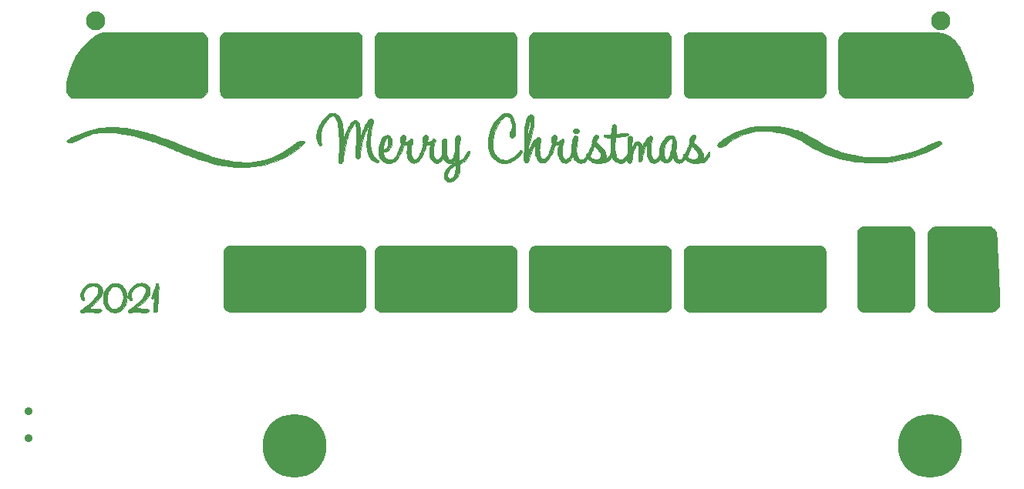
<source format=gts>
G04 #@! TF.GenerationSoftware,KiCad,Pcbnew,(5.1.10)-1*
G04 #@! TF.CreationDate,2021-11-19T12:31:30+00:00*
G04 #@! TF.ProjectId,Bus Ornament,42757320-4f72-46e6-916d-656e742e6b69,rev?*
G04 #@! TF.SameCoordinates,Original*
G04 #@! TF.FileFunction,Soldermask,Top*
G04 #@! TF.FilePolarity,Negative*
%FSLAX46Y46*%
G04 Gerber Fmt 4.6, Leading zero omitted, Abs format (unit mm)*
G04 Created by KiCad (PCBNEW (5.1.10)-1) date 2021-11-19 12:31:30*
%MOMM*%
%LPD*%
G01*
G04 APERTURE LIST*
%ADD10C,0.010000*%
%ADD11C,7.000000*%
%ADD12C,2.100000*%
%ADD13C,0.900000*%
G04 APERTURE END LIST*
D10*
G36*
X119945202Y-97762399D02*
G01*
X120036204Y-97806236D01*
X120103479Y-97874789D01*
X120106319Y-97879322D01*
X120139596Y-97966798D01*
X120136095Y-98050868D01*
X120101366Y-98127271D01*
X120040954Y-98191744D01*
X119960409Y-98240023D01*
X119865277Y-98267845D01*
X119761107Y-98270949D01*
X119653446Y-98245071D01*
X119638384Y-98238881D01*
X119540972Y-98180332D01*
X119477758Y-98106681D01*
X119451146Y-98022990D01*
X119463541Y-97934324D01*
X119478262Y-97901701D01*
X119540481Y-97827210D01*
X119628113Y-97775683D01*
X119731329Y-97747473D01*
X119840301Y-97742928D01*
X119945202Y-97762399D01*
G37*
X119945202Y-97762399D02*
X120036204Y-97806236D01*
X120103479Y-97874789D01*
X120106319Y-97879322D01*
X120139596Y-97966798D01*
X120136095Y-98050868D01*
X120101366Y-98127271D01*
X120040954Y-98191744D01*
X119960409Y-98240023D01*
X119865277Y-98267845D01*
X119761107Y-98270949D01*
X119653446Y-98245071D01*
X119638384Y-98238881D01*
X119540972Y-98180332D01*
X119477758Y-98106681D01*
X119451146Y-98022990D01*
X119463541Y-97934324D01*
X119478262Y-97901701D01*
X119540481Y-97827210D01*
X119628113Y-97775683D01*
X119731329Y-97747473D01*
X119840301Y-97742928D01*
X119945202Y-97762399D01*
G36*
X141396346Y-97468668D02*
G01*
X141403676Y-97469108D01*
X141972838Y-97514009D01*
X142507031Y-97577775D01*
X143005475Y-97660276D01*
X143467391Y-97761379D01*
X143891999Y-97880956D01*
X143929368Y-97892947D01*
X144091718Y-97946741D01*
X144242105Y-97999399D01*
X144384837Y-98053051D01*
X144524220Y-98109828D01*
X144664558Y-98171862D01*
X144810157Y-98241282D01*
X144965324Y-98320221D01*
X145134364Y-98410809D01*
X145321582Y-98515177D01*
X145531286Y-98635456D01*
X145767779Y-98773776D01*
X146035369Y-98932270D01*
X146064816Y-98949794D01*
X146376503Y-99134145D01*
X146657122Y-99297340D01*
X146910940Y-99441541D01*
X147142222Y-99568911D01*
X147355232Y-99681613D01*
X147554237Y-99781810D01*
X147743501Y-99871663D01*
X147927289Y-99953336D01*
X148109867Y-100028992D01*
X148295500Y-100100792D01*
X148437140Y-100152640D01*
X149046631Y-100354664D01*
X149660009Y-100524658D01*
X150284123Y-100664086D01*
X150925818Y-100774415D01*
X151591940Y-100857112D01*
X151832733Y-100879853D01*
X151987418Y-100890257D01*
X152176117Y-100897993D01*
X152390598Y-100903104D01*
X152622629Y-100905634D01*
X152863977Y-100905628D01*
X153106409Y-100903131D01*
X153341695Y-100898186D01*
X153561601Y-100890839D01*
X153757895Y-100881132D01*
X153922345Y-100869111D01*
X153928233Y-100868574D01*
X154673290Y-100780072D01*
X155400961Y-100653119D01*
X156111943Y-100487543D01*
X156806931Y-100283171D01*
X157486621Y-100039830D01*
X157833483Y-99898160D01*
X157931217Y-99854871D01*
X158058374Y-99796040D01*
X158206782Y-99725588D01*
X158368271Y-99647435D01*
X158534669Y-99565504D01*
X158697805Y-99483716D01*
X158711900Y-99476572D01*
X158890947Y-99386385D01*
X159037546Y-99314189D01*
X159156499Y-99257857D01*
X159252605Y-99215263D01*
X159330667Y-99184280D01*
X159395483Y-99162783D01*
X159451856Y-99148645D01*
X159452733Y-99148464D01*
X159609025Y-99129005D01*
X159737179Y-99140915D01*
X159837057Y-99184170D01*
X159887359Y-99229802D01*
X159922739Y-99285647D01*
X159931467Y-99340836D01*
X159911390Y-99397945D01*
X159860357Y-99459553D01*
X159776215Y-99528234D01*
X159656813Y-99606568D01*
X159499998Y-99697129D01*
X159494588Y-99700120D01*
X158821525Y-100047783D01*
X158127780Y-100359309D01*
X157415633Y-100634129D01*
X156687366Y-100871671D01*
X155945258Y-101071364D01*
X155191590Y-101232638D01*
X154428642Y-101354921D01*
X153658694Y-101437643D01*
X152884026Y-101480232D01*
X152361900Y-101486019D01*
X152205718Y-101484769D01*
X152057997Y-101483185D01*
X151925713Y-101481372D01*
X151815844Y-101479437D01*
X151735367Y-101477486D01*
X151695150Y-101475886D01*
X151014635Y-101422560D01*
X150365021Y-101346558D01*
X149740884Y-101246947D01*
X149136798Y-101122791D01*
X148547339Y-100973154D01*
X148214630Y-100875738D01*
X147725922Y-100711348D01*
X147219486Y-100513374D01*
X146700102Y-100284084D01*
X146172553Y-100025748D01*
X145641620Y-99740632D01*
X145112085Y-99431007D01*
X144922478Y-99313830D01*
X144698455Y-99175327D01*
X144499730Y-99057160D01*
X144317469Y-98954616D01*
X144142840Y-98862986D01*
X143967010Y-98777558D01*
X143781147Y-98693622D01*
X143669529Y-98645573D01*
X143126058Y-98437642D01*
X142563931Y-98267172D01*
X141982419Y-98133965D01*
X141449820Y-98046840D01*
X141329827Y-98034474D01*
X141176061Y-98024373D01*
X140996625Y-98016585D01*
X140799623Y-98011163D01*
X140593156Y-98008158D01*
X140385328Y-98007619D01*
X140184243Y-98009598D01*
X139998002Y-98014146D01*
X139834709Y-98021313D01*
X139702467Y-98031151D01*
X139661900Y-98035618D01*
X139174464Y-98113683D01*
X138700936Y-98224449D01*
X138244533Y-98366570D01*
X137808470Y-98538699D01*
X137395963Y-98739491D01*
X137010229Y-98967598D01*
X136654483Y-99221674D01*
X136475507Y-99369612D01*
X136332897Y-99489543D01*
X136210519Y-99581381D01*
X136100712Y-99648878D01*
X135995816Y-99695789D01*
X135888171Y-99725865D01*
X135770115Y-99742858D01*
X135703733Y-99747680D01*
X135610311Y-99751270D01*
X135545121Y-99748419D01*
X135494294Y-99737129D01*
X135443963Y-99715404D01*
X135430151Y-99708276D01*
X135362216Y-99663342D01*
X135324800Y-99613773D01*
X135318935Y-99556703D01*
X135345657Y-99489264D01*
X135405999Y-99408590D01*
X135500996Y-99311814D01*
X135607439Y-99216747D01*
X136025336Y-98885711D01*
X136468592Y-98587988D01*
X136935980Y-98323947D01*
X137426269Y-98093960D01*
X137938232Y-97898397D01*
X138470640Y-97737629D01*
X139022264Y-97612025D01*
X139591875Y-97521957D01*
X140178245Y-97467794D01*
X140780145Y-97449908D01*
X141396346Y-97468668D01*
G37*
X141396346Y-97468668D02*
X141403676Y-97469108D01*
X141972838Y-97514009D01*
X142507031Y-97577775D01*
X143005475Y-97660276D01*
X143467391Y-97761379D01*
X143891999Y-97880956D01*
X143929368Y-97892947D01*
X144091718Y-97946741D01*
X144242105Y-97999399D01*
X144384837Y-98053051D01*
X144524220Y-98109828D01*
X144664558Y-98171862D01*
X144810157Y-98241282D01*
X144965324Y-98320221D01*
X145134364Y-98410809D01*
X145321582Y-98515177D01*
X145531286Y-98635456D01*
X145767779Y-98773776D01*
X146035369Y-98932270D01*
X146064816Y-98949794D01*
X146376503Y-99134145D01*
X146657122Y-99297340D01*
X146910940Y-99441541D01*
X147142222Y-99568911D01*
X147355232Y-99681613D01*
X147554237Y-99781810D01*
X147743501Y-99871663D01*
X147927289Y-99953336D01*
X148109867Y-100028992D01*
X148295500Y-100100792D01*
X148437140Y-100152640D01*
X149046631Y-100354664D01*
X149660009Y-100524658D01*
X150284123Y-100664086D01*
X150925818Y-100774415D01*
X151591940Y-100857112D01*
X151832733Y-100879853D01*
X151987418Y-100890257D01*
X152176117Y-100897993D01*
X152390598Y-100903104D01*
X152622629Y-100905634D01*
X152863977Y-100905628D01*
X153106409Y-100903131D01*
X153341695Y-100898186D01*
X153561601Y-100890839D01*
X153757895Y-100881132D01*
X153922345Y-100869111D01*
X153928233Y-100868574D01*
X154673290Y-100780072D01*
X155400961Y-100653119D01*
X156111943Y-100487543D01*
X156806931Y-100283171D01*
X157486621Y-100039830D01*
X157833483Y-99898160D01*
X157931217Y-99854871D01*
X158058374Y-99796040D01*
X158206782Y-99725588D01*
X158368271Y-99647435D01*
X158534669Y-99565504D01*
X158697805Y-99483716D01*
X158711900Y-99476572D01*
X158890947Y-99386385D01*
X159037546Y-99314189D01*
X159156499Y-99257857D01*
X159252605Y-99215263D01*
X159330667Y-99184280D01*
X159395483Y-99162783D01*
X159451856Y-99148645D01*
X159452733Y-99148464D01*
X159609025Y-99129005D01*
X159737179Y-99140915D01*
X159837057Y-99184170D01*
X159887359Y-99229802D01*
X159922739Y-99285647D01*
X159931467Y-99340836D01*
X159911390Y-99397945D01*
X159860357Y-99459553D01*
X159776215Y-99528234D01*
X159656813Y-99606568D01*
X159499998Y-99697129D01*
X159494588Y-99700120D01*
X158821525Y-100047783D01*
X158127780Y-100359309D01*
X157415633Y-100634129D01*
X156687366Y-100871671D01*
X155945258Y-101071364D01*
X155191590Y-101232638D01*
X154428642Y-101354921D01*
X153658694Y-101437643D01*
X152884026Y-101480232D01*
X152361900Y-101486019D01*
X152205718Y-101484769D01*
X152057997Y-101483185D01*
X151925713Y-101481372D01*
X151815844Y-101479437D01*
X151735367Y-101477486D01*
X151695150Y-101475886D01*
X151014635Y-101422560D01*
X150365021Y-101346558D01*
X149740884Y-101246947D01*
X149136798Y-101122791D01*
X148547339Y-100973154D01*
X148214630Y-100875738D01*
X147725922Y-100711348D01*
X147219486Y-100513374D01*
X146700102Y-100284084D01*
X146172553Y-100025748D01*
X145641620Y-99740632D01*
X145112085Y-99431007D01*
X144922478Y-99313830D01*
X144698455Y-99175327D01*
X144499730Y-99057160D01*
X144317469Y-98954616D01*
X144142840Y-98862986D01*
X143967010Y-98777558D01*
X143781147Y-98693622D01*
X143669529Y-98645573D01*
X143126058Y-98437642D01*
X142563931Y-98267172D01*
X141982419Y-98133965D01*
X141449820Y-98046840D01*
X141329827Y-98034474D01*
X141176061Y-98024373D01*
X140996625Y-98016585D01*
X140799623Y-98011163D01*
X140593156Y-98008158D01*
X140385328Y-98007619D01*
X140184243Y-98009598D01*
X139998002Y-98014146D01*
X139834709Y-98021313D01*
X139702467Y-98031151D01*
X139661900Y-98035618D01*
X139174464Y-98113683D01*
X138700936Y-98224449D01*
X138244533Y-98366570D01*
X137808470Y-98538699D01*
X137395963Y-98739491D01*
X137010229Y-98967598D01*
X136654483Y-99221674D01*
X136475507Y-99369612D01*
X136332897Y-99489543D01*
X136210519Y-99581381D01*
X136100712Y-99648878D01*
X135995816Y-99695789D01*
X135888171Y-99725865D01*
X135770115Y-99742858D01*
X135703733Y-99747680D01*
X135610311Y-99751270D01*
X135545121Y-99748419D01*
X135494294Y-99737129D01*
X135443963Y-99715404D01*
X135430151Y-99708276D01*
X135362216Y-99663342D01*
X135324800Y-99613773D01*
X135318935Y-99556703D01*
X135345657Y-99489264D01*
X135405999Y-99408590D01*
X135500996Y-99311814D01*
X135607439Y-99216747D01*
X136025336Y-98885711D01*
X136468592Y-98587988D01*
X136935980Y-98323947D01*
X137426269Y-98093960D01*
X137938232Y-97898397D01*
X138470640Y-97737629D01*
X139022264Y-97612025D01*
X139591875Y-97521957D01*
X140178245Y-97467794D01*
X140780145Y-97449908D01*
X141396346Y-97468668D01*
G36*
X114938733Y-96197811D02*
G01*
X115020184Y-96257429D01*
X115089017Y-96352994D01*
X115104700Y-96384030D01*
X115125774Y-96430914D01*
X115140834Y-96472927D01*
X115150855Y-96518330D01*
X115156813Y-96575383D01*
X115159681Y-96652346D01*
X115160436Y-96757477D01*
X115160220Y-96854433D01*
X115149128Y-97128827D01*
X115117629Y-97435511D01*
X115065586Y-97775169D01*
X114992862Y-98148481D01*
X114899322Y-98556130D01*
X114784826Y-98998798D01*
X114649240Y-99477167D01*
X114601389Y-99637850D01*
X114567487Y-99752958D01*
X114545078Y-99838067D01*
X114532509Y-99903421D01*
X114528130Y-99959263D01*
X114530289Y-100015835D01*
X114534120Y-100055149D01*
X114543427Y-100128342D01*
X114552814Y-100183220D01*
X114560195Y-100207784D01*
X114572846Y-100195134D01*
X114596615Y-100152072D01*
X114626717Y-100087416D01*
X114631554Y-100076234D01*
X114743276Y-99827014D01*
X114857156Y-99594828D01*
X114971117Y-99382957D01*
X115083079Y-99194682D01*
X115190967Y-99033285D01*
X115292701Y-98902045D01*
X115386206Y-98804243D01*
X115469402Y-98743161D01*
X115478788Y-98738360D01*
X115585945Y-98706669D01*
X115694977Y-98709266D01*
X115796058Y-98743157D01*
X115879361Y-98805347D01*
X115927373Y-98875068D01*
X115941850Y-98908382D01*
X115948973Y-98939533D01*
X115947826Y-98977622D01*
X115937496Y-99031751D01*
X115917065Y-99111021D01*
X115895964Y-99187421D01*
X115849138Y-99374528D01*
X115816555Y-99553616D01*
X115796462Y-99738701D01*
X115787105Y-99943802D01*
X115785900Y-100067156D01*
X115794014Y-100317206D01*
X115818047Y-100533764D01*
X115857535Y-100715827D01*
X115912013Y-100862388D01*
X115981016Y-100972443D01*
X116064080Y-101044986D01*
X116160740Y-101079012D01*
X116252603Y-101077008D01*
X116353073Y-101043565D01*
X116457217Y-100981304D01*
X116550757Y-100899744D01*
X116592105Y-100850659D01*
X116657119Y-100749846D01*
X116729553Y-100615893D01*
X116806155Y-100456627D01*
X116883677Y-100279874D01*
X116958867Y-100093463D01*
X117028474Y-99905218D01*
X117089250Y-99722968D01*
X117137942Y-99554539D01*
X117149650Y-99508116D01*
X117186206Y-99357217D01*
X117126878Y-99243533D01*
X117078474Y-99108669D01*
X117063858Y-98963018D01*
X117081379Y-98816461D01*
X117129384Y-98678877D01*
X117206223Y-98560144D01*
X117248396Y-98516730D01*
X117334341Y-98452810D01*
X117414031Y-98425483D01*
X117496464Y-98431853D01*
X117504964Y-98434163D01*
X117575068Y-98468166D01*
X117623505Y-98526705D01*
X117653062Y-98615008D01*
X117666474Y-98737131D01*
X117667998Y-98835913D01*
X117660429Y-98909443D01*
X117641483Y-98974248D01*
X117629839Y-99002265D01*
X117602228Y-99085441D01*
X117605432Y-99142463D01*
X117640483Y-99173986D01*
X117708413Y-99180664D01*
X117810255Y-99163151D01*
X117861683Y-99149238D01*
X117931307Y-99123690D01*
X117992470Y-99086709D01*
X118058353Y-99029331D01*
X118100292Y-98986960D01*
X118182257Y-98909765D01*
X118250059Y-98867212D01*
X118310757Y-98857314D01*
X118371414Y-98878085D01*
X118406085Y-98900942D01*
X118447725Y-98935401D01*
X118475683Y-98970779D01*
X118489684Y-99013155D01*
X118489450Y-99068605D01*
X118474707Y-99143208D01*
X118445178Y-99243040D01*
X118400587Y-99374179D01*
X118382228Y-99426183D01*
X118319108Y-99619512D01*
X118276560Y-99790550D01*
X118252397Y-99952700D01*
X118244430Y-100119366D01*
X118247563Y-100251120D01*
X118261383Y-100434802D01*
X118285461Y-100589097D01*
X118322547Y-100726279D01*
X118375391Y-100858624D01*
X118391132Y-100891870D01*
X118463717Y-101011157D01*
X118544869Y-101089081D01*
X118633977Y-101125604D01*
X118730430Y-101120687D01*
X118833619Y-101074295D01*
X118942931Y-100986390D01*
X118997784Y-100929005D01*
X119053793Y-100857755D01*
X119117920Y-100763215D01*
X119180290Y-100660419D01*
X119211109Y-100604204D01*
X119319248Y-100397420D01*
X119306604Y-100218257D01*
X119303623Y-100091148D01*
X119309184Y-99932260D01*
X119322162Y-99751027D01*
X119341432Y-99556886D01*
X119365868Y-99359272D01*
X119394346Y-99167619D01*
X119425741Y-98991364D01*
X119458927Y-98839941D01*
X119480339Y-98761242D01*
X119528763Y-98646448D01*
X119593458Y-98570271D01*
X119675268Y-98531909D01*
X119726563Y-98526632D01*
X119824324Y-98539489D01*
X119908333Y-98574278D01*
X119967712Y-98625440D01*
X119986200Y-98659316D01*
X119995080Y-98725395D01*
X119986640Y-98825117D01*
X119979153Y-98870983D01*
X119945510Y-99060687D01*
X119918719Y-99216179D01*
X119897647Y-99344821D01*
X119881162Y-99453973D01*
X119868130Y-99550998D01*
X119857419Y-99643256D01*
X119851600Y-99699734D01*
X119833345Y-99978847D01*
X119835602Y-100234223D01*
X119857797Y-100463606D01*
X119899354Y-100664740D01*
X119959698Y-100835369D01*
X120038253Y-100973236D01*
X120134445Y-101076084D01*
X120215667Y-101127849D01*
X120330121Y-101164691D01*
X120444319Y-101162951D01*
X120560827Y-101121872D01*
X120682209Y-101040699D01*
X120765036Y-100965979D01*
X120886423Y-100846311D01*
X120881382Y-100803415D01*
X121320042Y-100803415D01*
X121321186Y-100813238D01*
X121348625Y-100854385D01*
X121403023Y-100906234D01*
X121473779Y-100959957D01*
X121550293Y-101006727D01*
X121558926Y-101011232D01*
X121685935Y-101059779D01*
X121836156Y-101091611D01*
X121994193Y-101105251D01*
X122144651Y-101099226D01*
X122254135Y-101077825D01*
X122370253Y-101022930D01*
X122462122Y-100938437D01*
X122524833Y-100831838D01*
X122553472Y-100710627D01*
X122551123Y-100624746D01*
X122532502Y-100533046D01*
X122499672Y-100443494D01*
X122449119Y-100350769D01*
X122377329Y-100249551D01*
X122280786Y-100134517D01*
X122155976Y-100000348D01*
X122102102Y-99944967D01*
X122000497Y-99841746D01*
X121924383Y-99765646D01*
X121869700Y-99713473D01*
X121832389Y-99682034D01*
X121808391Y-99668135D01*
X121793649Y-99668584D01*
X121784101Y-99680186D01*
X121779263Y-99690967D01*
X121764130Y-99728636D01*
X121736847Y-99797419D01*
X121700695Y-99889008D01*
X121658956Y-99995097D01*
X121637168Y-100050600D01*
X121585179Y-100179022D01*
X121527725Y-100314234D01*
X121471110Y-100441778D01*
X121421643Y-100547194D01*
X121412638Y-100565397D01*
X121362611Y-100671567D01*
X121331193Y-100752404D01*
X121320042Y-100803415D01*
X120881382Y-100803415D01*
X120873382Y-100735356D01*
X120867741Y-100667803D01*
X120874354Y-100624420D01*
X120898384Y-100587640D01*
X120924992Y-100559750D01*
X120975595Y-100519228D01*
X121023272Y-100496726D01*
X121034995Y-100495100D01*
X121055467Y-100489075D01*
X121078314Y-100467570D01*
X121106781Y-100425434D01*
X121144115Y-100357517D01*
X121193559Y-100258670D01*
X121225067Y-100193475D01*
X121286218Y-100062854D01*
X121350826Y-99919523D01*
X121411869Y-99779374D01*
X121462326Y-99658301D01*
X121469872Y-99639430D01*
X121511073Y-99534108D01*
X121538151Y-99458909D01*
X121553093Y-99404807D01*
X121557884Y-99362777D01*
X121554512Y-99323793D01*
X121547163Y-99288264D01*
X121538085Y-99184207D01*
X121552086Y-99065586D01*
X121585580Y-98939227D01*
X121634981Y-98811961D01*
X121696704Y-98690616D01*
X121767164Y-98582022D01*
X121842774Y-98493006D01*
X121919950Y-98430399D01*
X121995106Y-98401028D01*
X122013718Y-98399679D01*
X122102917Y-98418547D01*
X122186276Y-98468147D01*
X122247194Y-98538270D01*
X122251289Y-98545779D01*
X122275328Y-98603147D01*
X122282334Y-98657453D01*
X122270045Y-98716496D01*
X122236195Y-98788072D01*
X122178523Y-98879979D01*
X122136594Y-98940927D01*
X122089184Y-99014461D01*
X122049436Y-99086438D01*
X122028575Y-99134368D01*
X122019391Y-99168083D01*
X122018147Y-99199149D01*
X122028208Y-99231829D01*
X122052939Y-99270386D01*
X122095703Y-99319082D01*
X122159865Y-99382181D01*
X122248790Y-99463944D01*
X122365841Y-99568636D01*
X122384178Y-99584933D01*
X122514769Y-99702036D01*
X122618125Y-99797732D01*
X122699562Y-99877677D01*
X122764396Y-99947528D01*
X122817943Y-100012941D01*
X122865522Y-100079574D01*
X122901431Y-100135266D01*
X123004733Y-100329700D01*
X123067247Y-100515832D01*
X123088939Y-100693118D01*
X123069773Y-100861016D01*
X123009714Y-101018983D01*
X122963274Y-101095625D01*
X122929651Y-101148353D01*
X122912107Y-101183841D01*
X122912758Y-101193401D01*
X122938947Y-101183488D01*
X122989340Y-101158029D01*
X123037664Y-101131249D01*
X123162897Y-101040247D01*
X123286412Y-100914364D01*
X123402095Y-100760825D01*
X123503834Y-100586853D01*
X123512056Y-100570525D01*
X123619486Y-100354350D01*
X123594897Y-100112516D01*
X123588268Y-100015855D01*
X123583980Y-99886276D01*
X123581921Y-99733125D01*
X123581981Y-99565746D01*
X123584045Y-99393485D01*
X123588003Y-99225686D01*
X123593741Y-99071694D01*
X123601148Y-98940854D01*
X123610112Y-98842511D01*
X123610152Y-98842183D01*
X123622124Y-98745017D01*
X123365209Y-98731203D01*
X123202752Y-98719732D01*
X123077355Y-98704246D01*
X122983844Y-98683667D01*
X122917046Y-98656912D01*
X122878506Y-98629542D01*
X122842544Y-98569850D01*
X122837465Y-98497482D01*
X122864293Y-98430308D01*
X122881136Y-98412917D01*
X122906093Y-98400689D01*
X122944799Y-98393381D01*
X123002890Y-98390750D01*
X123086002Y-98392550D01*
X123199768Y-98398540D01*
X123349824Y-98408475D01*
X123357306Y-98408996D01*
X123615630Y-98427008D01*
X123636087Y-98376262D01*
X123646891Y-98334330D01*
X123659689Y-98261783D01*
X123672605Y-98170164D01*
X123680454Y-98103266D01*
X123697868Y-97955853D01*
X123717960Y-97809406D01*
X123739266Y-97672960D01*
X123760324Y-97555551D01*
X123779670Y-97466211D01*
X123789176Y-97431917D01*
X123827469Y-97361428D01*
X123887471Y-97301723D01*
X123955890Y-97264015D01*
X123997060Y-97256600D01*
X124079455Y-97276032D01*
X124153983Y-97327811D01*
X124208573Y-97402161D01*
X124223255Y-97439810D01*
X124232198Y-97481152D01*
X124236236Y-97531852D01*
X124235131Y-97599186D01*
X124228645Y-97690426D01*
X124216542Y-97812847D01*
X124208754Y-97884042D01*
X124191889Y-98036734D01*
X124179867Y-98152481D01*
X124172682Y-98236393D01*
X124170332Y-98293580D01*
X124172809Y-98329150D01*
X124180109Y-98348215D01*
X124192228Y-98355883D01*
X124208293Y-98357266D01*
X124242005Y-98353484D01*
X124309361Y-98343025D01*
X124402438Y-98327221D01*
X124513311Y-98307404D01*
X124594585Y-98292360D01*
X124783813Y-98259930D01*
X124961389Y-98235413D01*
X125121718Y-98219219D01*
X125259204Y-98211758D01*
X125368250Y-98213438D01*
X125443261Y-98224668D01*
X125456762Y-98229312D01*
X125516598Y-98274369D01*
X125541791Y-98318462D01*
X125552669Y-98367576D01*
X125537949Y-98404766D01*
X125513950Y-98431307D01*
X125451069Y-98472591D01*
X125346993Y-98512460D01*
X125202846Y-98550671D01*
X125019750Y-98586979D01*
X124798829Y-98621143D01*
X124541205Y-98652917D01*
X124445578Y-98663119D01*
X124336850Y-98674835D01*
X124244008Y-98685843D01*
X124174768Y-98695151D01*
X124136846Y-98701766D01*
X124132168Y-98703442D01*
X124127453Y-98726442D01*
X124119970Y-98784639D01*
X124110493Y-98871043D01*
X124099795Y-98978667D01*
X124090472Y-99079899D01*
X124075647Y-99292670D01*
X124067652Y-99513824D01*
X124066292Y-99734890D01*
X124071371Y-99947401D01*
X124082696Y-100142884D01*
X124100071Y-100312871D01*
X124121819Y-100442183D01*
X124180516Y-100662042D01*
X124252549Y-100841900D01*
X124338203Y-100982028D01*
X124437762Y-101082695D01*
X124551510Y-101144171D01*
X124679732Y-101166728D01*
X124822711Y-101150634D01*
X124857893Y-101141442D01*
X124975470Y-101087726D01*
X125093002Y-100996144D01*
X125206313Y-100870960D01*
X125311227Y-100716440D01*
X125359329Y-100629321D01*
X125459066Y-100435458D01*
X125459066Y-99675976D01*
X125459536Y-99450409D01*
X125461210Y-99262823D01*
X125464486Y-99108874D01*
X125469760Y-98984217D01*
X125477428Y-98884509D01*
X125487889Y-98805405D01*
X125501539Y-98742560D01*
X125518774Y-98691631D01*
X125539992Y-98648272D01*
X125555223Y-98623435D01*
X125615870Y-98566196D01*
X125697007Y-98535678D01*
X125774281Y-98536681D01*
X125840676Y-98568952D01*
X125905067Y-98628952D01*
X125955538Y-98703253D01*
X125978438Y-98766777D01*
X125979909Y-98809967D01*
X125975929Y-98887174D01*
X125967169Y-98990528D01*
X125954299Y-99112157D01*
X125937989Y-99244191D01*
X125937382Y-99248772D01*
X125919163Y-99390642D01*
X125902149Y-99531917D01*
X125887540Y-99661956D01*
X125876538Y-99770113D01*
X125870781Y-99838933D01*
X125858696Y-100018850D01*
X125931465Y-99860100D01*
X126044047Y-99633626D01*
X126154981Y-99449220D01*
X126264516Y-99306662D01*
X126372901Y-99205727D01*
X126480385Y-99146196D01*
X126587216Y-99127844D01*
X126693644Y-99150451D01*
X126715676Y-99160241D01*
X126813273Y-99230810D01*
X126896133Y-99340923D01*
X126964301Y-99490649D01*
X127003764Y-99620879D01*
X127026441Y-99709741D01*
X127144455Y-99483295D01*
X127266161Y-99262110D01*
X127387496Y-99065310D01*
X127506414Y-98895307D01*
X127620866Y-98754514D01*
X127728803Y-98645343D01*
X127828179Y-98570208D01*
X127916944Y-98531521D01*
X127956569Y-98526600D01*
X128042077Y-98543394D01*
X128120521Y-98587401D01*
X128175633Y-98649058D01*
X128180369Y-98658151D01*
X128193513Y-98689154D01*
X128200136Y-98720042D01*
X128199447Y-98759171D01*
X128190654Y-98814900D01*
X128172966Y-98895587D01*
X128148057Y-98999460D01*
X128098827Y-99213080D01*
X128062494Y-99400321D01*
X128037388Y-99574553D01*
X128021836Y-99749142D01*
X128014164Y-99937459D01*
X128012592Y-100082350D01*
X128014535Y-100268438D01*
X128022074Y-100420979D01*
X128036656Y-100548554D01*
X128059723Y-100659744D01*
X128092722Y-100763132D01*
X128137096Y-100867298D01*
X128148869Y-100891870D01*
X128221847Y-101010793D01*
X128303896Y-101088724D01*
X128393501Y-101125659D01*
X128489147Y-101121593D01*
X128589318Y-101076521D01*
X128692501Y-100990441D01*
X128775041Y-100893582D01*
X128844883Y-100799509D01*
X128892858Y-100726946D01*
X128923051Y-100663961D01*
X128939553Y-100598621D01*
X128946448Y-100518994D01*
X128947163Y-100464084D01*
X129441507Y-100464084D01*
X129463312Y-100666778D01*
X129472729Y-100713171D01*
X129503925Y-100833771D01*
X129538481Y-100924631D01*
X129582247Y-100998272D01*
X129635421Y-101061308D01*
X129700928Y-101114950D01*
X129762509Y-101129460D01*
X129825787Y-101104423D01*
X129893896Y-101042188D01*
X129967548Y-100940057D01*
X130039469Y-100801271D01*
X130108114Y-100631507D01*
X130171934Y-100436443D01*
X130229384Y-100221757D01*
X130278918Y-99993125D01*
X130318987Y-99756226D01*
X130348046Y-99516738D01*
X130362613Y-99321632D01*
X130369568Y-99216877D01*
X130378542Y-99123348D01*
X130388346Y-99051609D01*
X130397278Y-99013433D01*
X130413822Y-98931928D01*
X130391030Y-98865542D01*
X130366114Y-98838808D01*
X130297171Y-98805336D01*
X130215836Y-98807968D01*
X130125512Y-98843533D01*
X130029599Y-98908857D01*
X129931498Y-99000767D01*
X129834610Y-99116091D01*
X129742335Y-99251655D01*
X129658074Y-99404287D01*
X129587309Y-99565406D01*
X129518104Y-99781231D01*
X129470002Y-100010296D01*
X129444103Y-100241585D01*
X129441507Y-100464084D01*
X128947163Y-100464084D01*
X128947827Y-100413148D01*
X128947803Y-100389266D01*
X128968070Y-100069505D01*
X129029595Y-99758306D01*
X129131868Y-99457345D01*
X129274377Y-99168298D01*
X129364560Y-99022736D01*
X129504580Y-98839451D01*
X129655588Y-98692837D01*
X129815528Y-98584310D01*
X129982343Y-98515282D01*
X130142366Y-98487745D01*
X130292499Y-98497092D01*
X130422160Y-98543373D01*
X130530758Y-98626147D01*
X130617704Y-98744976D01*
X130678699Y-98887716D01*
X130714037Y-98974983D01*
X130761646Y-99066469D01*
X130786273Y-99105766D01*
X130824523Y-99167482D01*
X130850053Y-99219619D01*
X130856566Y-99243928D01*
X130853596Y-99276696D01*
X130845433Y-99342834D01*
X130833195Y-99433850D01*
X130818001Y-99541255D01*
X130811551Y-99585511D01*
X130783317Y-99820106D01*
X130768008Y-100046717D01*
X130765631Y-100257901D01*
X130776192Y-100446218D01*
X130799694Y-100604227D01*
X130810746Y-100650135D01*
X130869266Y-100827234D01*
X130937496Y-100964169D01*
X131014724Y-101060670D01*
X131100235Y-101116466D01*
X131193316Y-101131288D01*
X131293252Y-101104864D01*
X131399329Y-101036924D01*
X131510834Y-100927197D01*
X131518478Y-100918348D01*
X131563393Y-100860811D01*
X131581151Y-100821715D01*
X131578127Y-100803428D01*
X131999566Y-100803428D01*
X132015929Y-100832639D01*
X132058576Y-100876117D01*
X132117843Y-100925769D01*
X132184063Y-100973505D01*
X132247574Y-101011233D01*
X132248092Y-101011496D01*
X132375772Y-101060012D01*
X132526372Y-101091760D01*
X132684540Y-101105277D01*
X132834927Y-101099097D01*
X132943302Y-101077825D01*
X133055861Y-101024436D01*
X133148221Y-100941342D01*
X133211593Y-100837486D01*
X133227824Y-100788344D01*
X133239206Y-100658329D01*
X133213268Y-100516705D01*
X133151204Y-100369436D01*
X133139789Y-100348862D01*
X133111323Y-100308478D01*
X133061337Y-100246991D01*
X132994942Y-100169899D01*
X132917255Y-100082699D01*
X132833389Y-99990887D01*
X132748459Y-99899960D01*
X132667578Y-99815416D01*
X132595861Y-99742751D01*
X132538421Y-99687462D01*
X132500374Y-99655045D01*
X132488507Y-99648843D01*
X132477133Y-99667759D01*
X132454427Y-99719508D01*
X132423275Y-99797048D01*
X132386563Y-99893335D01*
X132370508Y-99936779D01*
X132317662Y-100073873D01*
X132253828Y-100228639D01*
X132187428Y-100381147D01*
X132132383Y-100500114D01*
X132084967Y-100600400D01*
X132045030Y-100688342D01*
X132015893Y-100756352D01*
X132000878Y-100796846D01*
X131999566Y-100803428D01*
X131578127Y-100803428D01*
X131576111Y-100791237D01*
X131575436Y-100789945D01*
X131552603Y-100707857D01*
X131565126Y-100626650D01*
X131607941Y-100557352D01*
X131675979Y-100510988D01*
X131707949Y-100501565D01*
X131734094Y-100493719D01*
X131757589Y-100477792D01*
X131782330Y-100447943D01*
X131812213Y-100398327D01*
X131851133Y-100323103D01*
X131902985Y-100216426D01*
X131915533Y-100190209D01*
X131976243Y-100060136D01*
X132040471Y-99917395D01*
X132101146Y-99778007D01*
X132151193Y-99657990D01*
X132157658Y-99641864D01*
X132198684Y-99537549D01*
X132225619Y-99463305D01*
X132240418Y-99410027D01*
X132245032Y-99368611D01*
X132241414Y-99329951D01*
X132232931Y-99290817D01*
X132223452Y-99176089D01*
X132241614Y-99042305D01*
X132283912Y-98899079D01*
X132346838Y-98756025D01*
X132426887Y-98622757D01*
X132516610Y-98512929D01*
X132590252Y-98444179D01*
X132652260Y-98407748D01*
X132714066Y-98400461D01*
X132787104Y-98419140D01*
X132814699Y-98430076D01*
X132884499Y-98477690D01*
X132940074Y-98548898D01*
X132970476Y-98628079D01*
X132973154Y-98656175D01*
X132961666Y-98699118D01*
X132930596Y-98765749D01*
X132885153Y-98845440D01*
X132864228Y-98878425D01*
X132788238Y-98999656D01*
X132737716Y-99092747D01*
X132710777Y-99161869D01*
X132705538Y-99211195D01*
X132708236Y-99223797D01*
X132731834Y-99259849D01*
X132785948Y-99319434D01*
X132867833Y-99399892D01*
X132974748Y-99498564D01*
X133103950Y-99612790D01*
X133153725Y-99655777D01*
X133360489Y-99851347D01*
X133525978Y-100047358D01*
X133649868Y-100243357D01*
X133731837Y-100438892D01*
X133745215Y-100485623D01*
X133774914Y-100645947D01*
X133772701Y-100788514D01*
X133736913Y-100925182D01*
X133665888Y-101067808D01*
X133662920Y-101072761D01*
X133628398Y-101133289D01*
X133607386Y-101176575D01*
X133604352Y-101193397D01*
X133604485Y-101193401D01*
X133629218Y-101183525D01*
X133678527Y-101158155D01*
X133726830Y-101131249D01*
X133856905Y-101036474D01*
X133983377Y-100905562D01*
X134101080Y-100744681D01*
X134204099Y-100561525D01*
X134267326Y-100435882D01*
X134317381Y-100346345D01*
X134357443Y-100289972D01*
X134390692Y-100263821D01*
X134420307Y-100264951D01*
X134449467Y-100290420D01*
X134468529Y-100316861D01*
X134486376Y-100350103D01*
X134493973Y-100387201D01*
X134491949Y-100440345D01*
X134480931Y-100521728D01*
X134479545Y-100530694D01*
X134428978Y-100725504D01*
X134342226Y-100910690D01*
X134224471Y-101080684D01*
X134080897Y-101229917D01*
X133916687Y-101352819D01*
X133737023Y-101443823D01*
X133587066Y-101489609D01*
X133503956Y-101502426D01*
X133389085Y-101512979D01*
X133252607Y-101521036D01*
X133104675Y-101526361D01*
X132955443Y-101528721D01*
X132815062Y-101527882D01*
X132693687Y-101523610D01*
X132601470Y-101515671D01*
X132582302Y-101512766D01*
X132421885Y-101471659D01*
X132254403Y-101405832D01*
X132092465Y-101321763D01*
X131948674Y-101225929D01*
X131843434Y-101133129D01*
X131782551Y-101069284D01*
X131690781Y-101181942D01*
X131553508Y-101327566D01*
X131412445Y-101432731D01*
X131268737Y-101497048D01*
X131123527Y-101520130D01*
X130977957Y-101501586D01*
X130870673Y-101460834D01*
X130745274Y-101378101D01*
X130629281Y-101259589D01*
X130528475Y-101111698D01*
X130491389Y-101040980D01*
X130457080Y-100972442D01*
X130429279Y-100921777D01*
X130413231Y-100898447D01*
X130412066Y-100897880D01*
X130397971Y-100915017D01*
X130370517Y-100960680D01*
X130335271Y-101025526D01*
X130330039Y-101035589D01*
X130228274Y-101199898D01*
X130111628Y-101330830D01*
X129983197Y-101426635D01*
X129846080Y-101485566D01*
X129703373Y-101505875D01*
X129558173Y-101485813D01*
X129541201Y-101480758D01*
X129387114Y-101410443D01*
X129253221Y-101304134D01*
X129150152Y-101175432D01*
X129108148Y-101112701D01*
X129074319Y-101066784D01*
X129055438Y-101046823D01*
X129054682Y-101046610D01*
X129036209Y-101061562D01*
X128999978Y-101102047D01*
X128953490Y-101159630D01*
X128948849Y-101165637D01*
X128846153Y-101279172D01*
X128726492Y-101379398D01*
X128601641Y-101457609D01*
X128493463Y-101502305D01*
X128353068Y-101522485D01*
X128215513Y-101502702D01*
X128083638Y-101445326D01*
X127960284Y-101352729D01*
X127848292Y-101227280D01*
X127750501Y-101071350D01*
X127669751Y-100887309D01*
X127637330Y-100787806D01*
X127614407Y-100681028D01*
X127596782Y-100541326D01*
X127584701Y-100377808D01*
X127578405Y-100199579D01*
X127578139Y-100015748D01*
X127584145Y-99835419D01*
X127596667Y-99667700D01*
X127605382Y-99591917D01*
X127618453Y-99490200D01*
X127629166Y-99402564D01*
X127636429Y-99338232D01*
X127639153Y-99306429D01*
X127639154Y-99306167D01*
X127631185Y-99299469D01*
X127608885Y-99327785D01*
X127574449Y-99387151D01*
X127530074Y-99473608D01*
X127477954Y-99583193D01*
X127443603Y-99659016D01*
X127324581Y-99949388D01*
X127226069Y-100238106D01*
X127150176Y-100517543D01*
X127099008Y-100780071D01*
X127076277Y-100988260D01*
X127068461Y-101082250D01*
X127057877Y-101166436D01*
X127046359Y-101227302D01*
X127041850Y-101242223D01*
X126999808Y-101301945D01*
X126933822Y-101342900D01*
X126856760Y-101362075D01*
X126781491Y-101356456D01*
X126720884Y-101323029D01*
X126716472Y-101318426D01*
X126706113Y-101304802D01*
X126697582Y-101286223D01*
X126690628Y-101258520D01*
X126685000Y-101217527D01*
X126680446Y-101159075D01*
X126676715Y-101078996D01*
X126673557Y-100973122D01*
X126670718Y-100837285D01*
X126667948Y-100667317D01*
X126665098Y-100466467D01*
X126661998Y-100255150D01*
X126658895Y-100081919D01*
X126655565Y-99942532D01*
X126651785Y-99832743D01*
X126647334Y-99748307D01*
X126641988Y-99684978D01*
X126635524Y-99638513D01*
X126627720Y-99604666D01*
X126618553Y-99579641D01*
X126580750Y-99519421D01*
X126541839Y-99500266D01*
X126491503Y-99519907D01*
X126433259Y-99575364D01*
X126369679Y-99661435D01*
X126303333Y-99772921D01*
X126236794Y-99904622D01*
X126172633Y-100051335D01*
X126113420Y-100207862D01*
X126061728Y-100369002D01*
X126020127Y-100529553D01*
X126010321Y-100575245D01*
X125991594Y-100684333D01*
X125973802Y-100818389D01*
X125959008Y-100960059D01*
X125949571Y-101086559D01*
X125939420Y-101231078D01*
X125927347Y-101334248D01*
X125913221Y-101397017D01*
X125903919Y-101415424D01*
X125857711Y-101454235D01*
X125790869Y-101492690D01*
X125721535Y-101521708D01*
X125670525Y-101532266D01*
X125586255Y-101512659D01*
X125515992Y-101457893D01*
X125464195Y-101374052D01*
X125435322Y-101267220D01*
X125430855Y-101205270D01*
X125429787Y-101098350D01*
X125287702Y-101241389D01*
X125130103Y-101375333D01*
X124965060Y-101467776D01*
X124793352Y-101518580D01*
X124615758Y-101527609D01*
X124433056Y-101494725D01*
X124253468Y-101423542D01*
X124131208Y-101344021D01*
X124010907Y-101231936D01*
X123901138Y-101096538D01*
X123810469Y-100947078D01*
X123808612Y-100943420D01*
X123731344Y-100790555D01*
X123631697Y-100947857D01*
X123492317Y-101132667D01*
X123330675Y-101283632D01*
X123149317Y-101398887D01*
X122950793Y-101476568D01*
X122887316Y-101492476D01*
X122806823Y-101504131D01*
X122686499Y-101512804D01*
X122528746Y-101518379D01*
X122335969Y-101520738D01*
X122305233Y-101520806D01*
X122154775Y-101520809D01*
X122039535Y-101519996D01*
X121952396Y-101517679D01*
X121886241Y-101513169D01*
X121833955Y-101505778D01*
X121788422Y-101494816D01*
X121742526Y-101479596D01*
X121695269Y-101461780D01*
X121486352Y-101367178D01*
X121304306Y-101255397D01*
X121195283Y-101167669D01*
X121096071Y-101077183D01*
X120933360Y-101237397D01*
X120810378Y-101349824D01*
X120699385Y-101429981D01*
X120591169Y-101482240D01*
X120476520Y-101510972D01*
X120346228Y-101520551D01*
X120336733Y-101520615D01*
X120240132Y-101518953D01*
X120168133Y-101510752D01*
X120103102Y-101492350D01*
X120027404Y-101460084D01*
X120013145Y-101453400D01*
X119862000Y-101362376D01*
X119717993Y-101238531D01*
X119591049Y-101091284D01*
X119522559Y-100987779D01*
X119432892Y-100834875D01*
X119325512Y-100999737D01*
X119189792Y-101185413D01*
X119051056Y-101330724D01*
X118909962Y-101435251D01*
X118767168Y-101498577D01*
X118623332Y-101520283D01*
X118521109Y-101510235D01*
X118364925Y-101457955D01*
X118225232Y-101369819D01*
X118103303Y-101249477D01*
X118000410Y-101100575D01*
X117917825Y-100926762D01*
X117856819Y-100731685D01*
X117818665Y-100518993D01*
X117804635Y-100292332D01*
X117816000Y-100055351D01*
X117854033Y-99811698D01*
X117884515Y-99684522D01*
X117904183Y-99607322D01*
X117917290Y-99547785D01*
X117921688Y-99515980D01*
X117921017Y-99513372D01*
X117897898Y-99511655D01*
X117841893Y-99511963D01*
X117762395Y-99514157D01*
X117701483Y-99516579D01*
X117489816Y-99525943D01*
X117441286Y-99698313D01*
X117388448Y-99865247D01*
X117319657Y-100051081D01*
X117238859Y-100247367D01*
X117149997Y-100445657D01*
X117057019Y-100637503D01*
X116963867Y-100814457D01*
X116874488Y-100968069D01*
X116792827Y-101089892D01*
X116789189Y-101094768D01*
X116652204Y-101250738D01*
X116507920Y-101366482D01*
X116359318Y-101442842D01*
X116209378Y-101480656D01*
X116061081Y-101480766D01*
X115917407Y-101444011D01*
X115781337Y-101371233D01*
X115655852Y-101263272D01*
X115543932Y-101120969D01*
X115448558Y-100945163D01*
X115372710Y-100736695D01*
X115360332Y-100691863D01*
X115332168Y-100548986D01*
X115313041Y-100375060D01*
X115303399Y-100180490D01*
X115303692Y-99975679D01*
X115314367Y-99771032D01*
X115318542Y-99722904D01*
X115327460Y-99620979D01*
X115333690Y-99535385D01*
X115336726Y-99474327D01*
X115336064Y-99446010D01*
X115335639Y-99445117D01*
X115321144Y-99457213D01*
X115291730Y-99500818D01*
X115250943Y-99569347D01*
X115202329Y-99656213D01*
X115149435Y-99754833D01*
X115095807Y-99858621D01*
X115044991Y-99960992D01*
X115000534Y-100055361D01*
X114972276Y-100119839D01*
X114888121Y-100335945D01*
X114804598Y-100577495D01*
X114727107Y-100827870D01*
X114661049Y-101070451D01*
X114653548Y-101100686D01*
X114615997Y-101240307D01*
X114579722Y-101343488D01*
X114541905Y-101415923D01*
X114499724Y-101463307D01*
X114462507Y-101486298D01*
X114364453Y-101511615D01*
X114274514Y-101496240D01*
X114195497Y-101441482D01*
X114130214Y-101348650D01*
X114119459Y-101326521D01*
X114097473Y-101275416D01*
X114082524Y-101228818D01*
X114073383Y-101176976D01*
X114068818Y-101110141D01*
X114067597Y-101018562D01*
X114068206Y-100920568D01*
X114071124Y-100787740D01*
X114076930Y-100644876D01*
X114084753Y-100510032D01*
X114092800Y-100410433D01*
X114098411Y-100324680D01*
X114102470Y-100199471D01*
X114104956Y-100037655D01*
X114105848Y-99842080D01*
X114105127Y-99615595D01*
X114102772Y-99361050D01*
X114101139Y-99235683D01*
X114097987Y-98995436D01*
X114095949Y-98792379D01*
X114095251Y-98649908D01*
X114460970Y-98649908D01*
X114462844Y-98741407D01*
X114468191Y-98806201D01*
X114477226Y-98838565D01*
X114485814Y-98838907D01*
X114493673Y-98816408D01*
X114510085Y-98759140D01*
X114533347Y-98673408D01*
X114561754Y-98565516D01*
X114593603Y-98441768D01*
X114600578Y-98414322D01*
X114672285Y-98117407D01*
X114732603Y-97838141D01*
X114780965Y-97580199D01*
X114816804Y-97347260D01*
X114839555Y-97143001D01*
X114848649Y-96971097D01*
X114843663Y-96836559D01*
X114835131Y-96765626D01*
X114826803Y-96730761D01*
X114815991Y-96725797D01*
X114802175Y-96741426D01*
X114766518Y-96808347D01*
X114726784Y-96910344D01*
X114684852Y-97040581D01*
X114642603Y-97192223D01*
X114601914Y-97358432D01*
X114564664Y-97532373D01*
X114532734Y-97707210D01*
X114527041Y-97742385D01*
X114510624Y-97860579D01*
X114496175Y-97992130D01*
X114483909Y-98131313D01*
X114474040Y-98272405D01*
X114466784Y-98409684D01*
X114462355Y-98537426D01*
X114460970Y-98649908D01*
X114095251Y-98649908D01*
X114095111Y-98621379D01*
X114095556Y-98477306D01*
X114097372Y-98355027D01*
X114100642Y-98249412D01*
X114105453Y-98155329D01*
X114111889Y-98067646D01*
X114120037Y-97981232D01*
X114122350Y-97959230D01*
X114164027Y-97629764D01*
X114215399Y-97326902D01*
X114275733Y-97053305D01*
X114344294Y-96811637D01*
X114420348Y-96604560D01*
X114503160Y-96434735D01*
X114571580Y-96330362D01*
X114638540Y-96264787D01*
X114723268Y-96212153D01*
X114809476Y-96181471D01*
X114848431Y-96177179D01*
X114938733Y-96197811D01*
G37*
X114938733Y-96197811D02*
X115020184Y-96257429D01*
X115089017Y-96352994D01*
X115104700Y-96384030D01*
X115125774Y-96430914D01*
X115140834Y-96472927D01*
X115150855Y-96518330D01*
X115156813Y-96575383D01*
X115159681Y-96652346D01*
X115160436Y-96757477D01*
X115160220Y-96854433D01*
X115149128Y-97128827D01*
X115117629Y-97435511D01*
X115065586Y-97775169D01*
X114992862Y-98148481D01*
X114899322Y-98556130D01*
X114784826Y-98998798D01*
X114649240Y-99477167D01*
X114601389Y-99637850D01*
X114567487Y-99752958D01*
X114545078Y-99838067D01*
X114532509Y-99903421D01*
X114528130Y-99959263D01*
X114530289Y-100015835D01*
X114534120Y-100055149D01*
X114543427Y-100128342D01*
X114552814Y-100183220D01*
X114560195Y-100207784D01*
X114572846Y-100195134D01*
X114596615Y-100152072D01*
X114626717Y-100087416D01*
X114631554Y-100076234D01*
X114743276Y-99827014D01*
X114857156Y-99594828D01*
X114971117Y-99382957D01*
X115083079Y-99194682D01*
X115190967Y-99033285D01*
X115292701Y-98902045D01*
X115386206Y-98804243D01*
X115469402Y-98743161D01*
X115478788Y-98738360D01*
X115585945Y-98706669D01*
X115694977Y-98709266D01*
X115796058Y-98743157D01*
X115879361Y-98805347D01*
X115927373Y-98875068D01*
X115941850Y-98908382D01*
X115948973Y-98939533D01*
X115947826Y-98977622D01*
X115937496Y-99031751D01*
X115917065Y-99111021D01*
X115895964Y-99187421D01*
X115849138Y-99374528D01*
X115816555Y-99553616D01*
X115796462Y-99738701D01*
X115787105Y-99943802D01*
X115785900Y-100067156D01*
X115794014Y-100317206D01*
X115818047Y-100533764D01*
X115857535Y-100715827D01*
X115912013Y-100862388D01*
X115981016Y-100972443D01*
X116064080Y-101044986D01*
X116160740Y-101079012D01*
X116252603Y-101077008D01*
X116353073Y-101043565D01*
X116457217Y-100981304D01*
X116550757Y-100899744D01*
X116592105Y-100850659D01*
X116657119Y-100749846D01*
X116729553Y-100615893D01*
X116806155Y-100456627D01*
X116883677Y-100279874D01*
X116958867Y-100093463D01*
X117028474Y-99905218D01*
X117089250Y-99722968D01*
X117137942Y-99554539D01*
X117149650Y-99508116D01*
X117186206Y-99357217D01*
X117126878Y-99243533D01*
X117078474Y-99108669D01*
X117063858Y-98963018D01*
X117081379Y-98816461D01*
X117129384Y-98678877D01*
X117206223Y-98560144D01*
X117248396Y-98516730D01*
X117334341Y-98452810D01*
X117414031Y-98425483D01*
X117496464Y-98431853D01*
X117504964Y-98434163D01*
X117575068Y-98468166D01*
X117623505Y-98526705D01*
X117653062Y-98615008D01*
X117666474Y-98737131D01*
X117667998Y-98835913D01*
X117660429Y-98909443D01*
X117641483Y-98974248D01*
X117629839Y-99002265D01*
X117602228Y-99085441D01*
X117605432Y-99142463D01*
X117640483Y-99173986D01*
X117708413Y-99180664D01*
X117810255Y-99163151D01*
X117861683Y-99149238D01*
X117931307Y-99123690D01*
X117992470Y-99086709D01*
X118058353Y-99029331D01*
X118100292Y-98986960D01*
X118182257Y-98909765D01*
X118250059Y-98867212D01*
X118310757Y-98857314D01*
X118371414Y-98878085D01*
X118406085Y-98900942D01*
X118447725Y-98935401D01*
X118475683Y-98970779D01*
X118489684Y-99013155D01*
X118489450Y-99068605D01*
X118474707Y-99143208D01*
X118445178Y-99243040D01*
X118400587Y-99374179D01*
X118382228Y-99426183D01*
X118319108Y-99619512D01*
X118276560Y-99790550D01*
X118252397Y-99952700D01*
X118244430Y-100119366D01*
X118247563Y-100251120D01*
X118261383Y-100434802D01*
X118285461Y-100589097D01*
X118322547Y-100726279D01*
X118375391Y-100858624D01*
X118391132Y-100891870D01*
X118463717Y-101011157D01*
X118544869Y-101089081D01*
X118633977Y-101125604D01*
X118730430Y-101120687D01*
X118833619Y-101074295D01*
X118942931Y-100986390D01*
X118997784Y-100929005D01*
X119053793Y-100857755D01*
X119117920Y-100763215D01*
X119180290Y-100660419D01*
X119211109Y-100604204D01*
X119319248Y-100397420D01*
X119306604Y-100218257D01*
X119303623Y-100091148D01*
X119309184Y-99932260D01*
X119322162Y-99751027D01*
X119341432Y-99556886D01*
X119365868Y-99359272D01*
X119394346Y-99167619D01*
X119425741Y-98991364D01*
X119458927Y-98839941D01*
X119480339Y-98761242D01*
X119528763Y-98646448D01*
X119593458Y-98570271D01*
X119675268Y-98531909D01*
X119726563Y-98526632D01*
X119824324Y-98539489D01*
X119908333Y-98574278D01*
X119967712Y-98625440D01*
X119986200Y-98659316D01*
X119995080Y-98725395D01*
X119986640Y-98825117D01*
X119979153Y-98870983D01*
X119945510Y-99060687D01*
X119918719Y-99216179D01*
X119897647Y-99344821D01*
X119881162Y-99453973D01*
X119868130Y-99550998D01*
X119857419Y-99643256D01*
X119851600Y-99699734D01*
X119833345Y-99978847D01*
X119835602Y-100234223D01*
X119857797Y-100463606D01*
X119899354Y-100664740D01*
X119959698Y-100835369D01*
X120038253Y-100973236D01*
X120134445Y-101076084D01*
X120215667Y-101127849D01*
X120330121Y-101164691D01*
X120444319Y-101162951D01*
X120560827Y-101121872D01*
X120682209Y-101040699D01*
X120765036Y-100965979D01*
X120886423Y-100846311D01*
X120881382Y-100803415D01*
X121320042Y-100803415D01*
X121321186Y-100813238D01*
X121348625Y-100854385D01*
X121403023Y-100906234D01*
X121473779Y-100959957D01*
X121550293Y-101006727D01*
X121558926Y-101011232D01*
X121685935Y-101059779D01*
X121836156Y-101091611D01*
X121994193Y-101105251D01*
X122144651Y-101099226D01*
X122254135Y-101077825D01*
X122370253Y-101022930D01*
X122462122Y-100938437D01*
X122524833Y-100831838D01*
X122553472Y-100710627D01*
X122551123Y-100624746D01*
X122532502Y-100533046D01*
X122499672Y-100443494D01*
X122449119Y-100350769D01*
X122377329Y-100249551D01*
X122280786Y-100134517D01*
X122155976Y-100000348D01*
X122102102Y-99944967D01*
X122000497Y-99841746D01*
X121924383Y-99765646D01*
X121869700Y-99713473D01*
X121832389Y-99682034D01*
X121808391Y-99668135D01*
X121793649Y-99668584D01*
X121784101Y-99680186D01*
X121779263Y-99690967D01*
X121764130Y-99728636D01*
X121736847Y-99797419D01*
X121700695Y-99889008D01*
X121658956Y-99995097D01*
X121637168Y-100050600D01*
X121585179Y-100179022D01*
X121527725Y-100314234D01*
X121471110Y-100441778D01*
X121421643Y-100547194D01*
X121412638Y-100565397D01*
X121362611Y-100671567D01*
X121331193Y-100752404D01*
X121320042Y-100803415D01*
X120881382Y-100803415D01*
X120873382Y-100735356D01*
X120867741Y-100667803D01*
X120874354Y-100624420D01*
X120898384Y-100587640D01*
X120924992Y-100559750D01*
X120975595Y-100519228D01*
X121023272Y-100496726D01*
X121034995Y-100495100D01*
X121055467Y-100489075D01*
X121078314Y-100467570D01*
X121106781Y-100425434D01*
X121144115Y-100357517D01*
X121193559Y-100258670D01*
X121225067Y-100193475D01*
X121286218Y-100062854D01*
X121350826Y-99919523D01*
X121411869Y-99779374D01*
X121462326Y-99658301D01*
X121469872Y-99639430D01*
X121511073Y-99534108D01*
X121538151Y-99458909D01*
X121553093Y-99404807D01*
X121557884Y-99362777D01*
X121554512Y-99323793D01*
X121547163Y-99288264D01*
X121538085Y-99184207D01*
X121552086Y-99065586D01*
X121585580Y-98939227D01*
X121634981Y-98811961D01*
X121696704Y-98690616D01*
X121767164Y-98582022D01*
X121842774Y-98493006D01*
X121919950Y-98430399D01*
X121995106Y-98401028D01*
X122013718Y-98399679D01*
X122102917Y-98418547D01*
X122186276Y-98468147D01*
X122247194Y-98538270D01*
X122251289Y-98545779D01*
X122275328Y-98603147D01*
X122282334Y-98657453D01*
X122270045Y-98716496D01*
X122236195Y-98788072D01*
X122178523Y-98879979D01*
X122136594Y-98940927D01*
X122089184Y-99014461D01*
X122049436Y-99086438D01*
X122028575Y-99134368D01*
X122019391Y-99168083D01*
X122018147Y-99199149D01*
X122028208Y-99231829D01*
X122052939Y-99270386D01*
X122095703Y-99319082D01*
X122159865Y-99382181D01*
X122248790Y-99463944D01*
X122365841Y-99568636D01*
X122384178Y-99584933D01*
X122514769Y-99702036D01*
X122618125Y-99797732D01*
X122699562Y-99877677D01*
X122764396Y-99947528D01*
X122817943Y-100012941D01*
X122865522Y-100079574D01*
X122901431Y-100135266D01*
X123004733Y-100329700D01*
X123067247Y-100515832D01*
X123088939Y-100693118D01*
X123069773Y-100861016D01*
X123009714Y-101018983D01*
X122963274Y-101095625D01*
X122929651Y-101148353D01*
X122912107Y-101183841D01*
X122912758Y-101193401D01*
X122938947Y-101183488D01*
X122989340Y-101158029D01*
X123037664Y-101131249D01*
X123162897Y-101040247D01*
X123286412Y-100914364D01*
X123402095Y-100760825D01*
X123503834Y-100586853D01*
X123512056Y-100570525D01*
X123619486Y-100354350D01*
X123594897Y-100112516D01*
X123588268Y-100015855D01*
X123583980Y-99886276D01*
X123581921Y-99733125D01*
X123581981Y-99565746D01*
X123584045Y-99393485D01*
X123588003Y-99225686D01*
X123593741Y-99071694D01*
X123601148Y-98940854D01*
X123610112Y-98842511D01*
X123610152Y-98842183D01*
X123622124Y-98745017D01*
X123365209Y-98731203D01*
X123202752Y-98719732D01*
X123077355Y-98704246D01*
X122983844Y-98683667D01*
X122917046Y-98656912D01*
X122878506Y-98629542D01*
X122842544Y-98569850D01*
X122837465Y-98497482D01*
X122864293Y-98430308D01*
X122881136Y-98412917D01*
X122906093Y-98400689D01*
X122944799Y-98393381D01*
X123002890Y-98390750D01*
X123086002Y-98392550D01*
X123199768Y-98398540D01*
X123349824Y-98408475D01*
X123357306Y-98408996D01*
X123615630Y-98427008D01*
X123636087Y-98376262D01*
X123646891Y-98334330D01*
X123659689Y-98261783D01*
X123672605Y-98170164D01*
X123680454Y-98103266D01*
X123697868Y-97955853D01*
X123717960Y-97809406D01*
X123739266Y-97672960D01*
X123760324Y-97555551D01*
X123779670Y-97466211D01*
X123789176Y-97431917D01*
X123827469Y-97361428D01*
X123887471Y-97301723D01*
X123955890Y-97264015D01*
X123997060Y-97256600D01*
X124079455Y-97276032D01*
X124153983Y-97327811D01*
X124208573Y-97402161D01*
X124223255Y-97439810D01*
X124232198Y-97481152D01*
X124236236Y-97531852D01*
X124235131Y-97599186D01*
X124228645Y-97690426D01*
X124216542Y-97812847D01*
X124208754Y-97884042D01*
X124191889Y-98036734D01*
X124179867Y-98152481D01*
X124172682Y-98236393D01*
X124170332Y-98293580D01*
X124172809Y-98329150D01*
X124180109Y-98348215D01*
X124192228Y-98355883D01*
X124208293Y-98357266D01*
X124242005Y-98353484D01*
X124309361Y-98343025D01*
X124402438Y-98327221D01*
X124513311Y-98307404D01*
X124594585Y-98292360D01*
X124783813Y-98259930D01*
X124961389Y-98235413D01*
X125121718Y-98219219D01*
X125259204Y-98211758D01*
X125368250Y-98213438D01*
X125443261Y-98224668D01*
X125456762Y-98229312D01*
X125516598Y-98274369D01*
X125541791Y-98318462D01*
X125552669Y-98367576D01*
X125537949Y-98404766D01*
X125513950Y-98431307D01*
X125451069Y-98472591D01*
X125346993Y-98512460D01*
X125202846Y-98550671D01*
X125019750Y-98586979D01*
X124798829Y-98621143D01*
X124541205Y-98652917D01*
X124445578Y-98663119D01*
X124336850Y-98674835D01*
X124244008Y-98685843D01*
X124174768Y-98695151D01*
X124136846Y-98701766D01*
X124132168Y-98703442D01*
X124127453Y-98726442D01*
X124119970Y-98784639D01*
X124110493Y-98871043D01*
X124099795Y-98978667D01*
X124090472Y-99079899D01*
X124075647Y-99292670D01*
X124067652Y-99513824D01*
X124066292Y-99734890D01*
X124071371Y-99947401D01*
X124082696Y-100142884D01*
X124100071Y-100312871D01*
X124121819Y-100442183D01*
X124180516Y-100662042D01*
X124252549Y-100841900D01*
X124338203Y-100982028D01*
X124437762Y-101082695D01*
X124551510Y-101144171D01*
X124679732Y-101166728D01*
X124822711Y-101150634D01*
X124857893Y-101141442D01*
X124975470Y-101087726D01*
X125093002Y-100996144D01*
X125206313Y-100870960D01*
X125311227Y-100716440D01*
X125359329Y-100629321D01*
X125459066Y-100435458D01*
X125459066Y-99675976D01*
X125459536Y-99450409D01*
X125461210Y-99262823D01*
X125464486Y-99108874D01*
X125469760Y-98984217D01*
X125477428Y-98884509D01*
X125487889Y-98805405D01*
X125501539Y-98742560D01*
X125518774Y-98691631D01*
X125539992Y-98648272D01*
X125555223Y-98623435D01*
X125615870Y-98566196D01*
X125697007Y-98535678D01*
X125774281Y-98536681D01*
X125840676Y-98568952D01*
X125905067Y-98628952D01*
X125955538Y-98703253D01*
X125978438Y-98766777D01*
X125979909Y-98809967D01*
X125975929Y-98887174D01*
X125967169Y-98990528D01*
X125954299Y-99112157D01*
X125937989Y-99244191D01*
X125937382Y-99248772D01*
X125919163Y-99390642D01*
X125902149Y-99531917D01*
X125887540Y-99661956D01*
X125876538Y-99770113D01*
X125870781Y-99838933D01*
X125858696Y-100018850D01*
X125931465Y-99860100D01*
X126044047Y-99633626D01*
X126154981Y-99449220D01*
X126264516Y-99306662D01*
X126372901Y-99205727D01*
X126480385Y-99146196D01*
X126587216Y-99127844D01*
X126693644Y-99150451D01*
X126715676Y-99160241D01*
X126813273Y-99230810D01*
X126896133Y-99340923D01*
X126964301Y-99490649D01*
X127003764Y-99620879D01*
X127026441Y-99709741D01*
X127144455Y-99483295D01*
X127266161Y-99262110D01*
X127387496Y-99065310D01*
X127506414Y-98895307D01*
X127620866Y-98754514D01*
X127728803Y-98645343D01*
X127828179Y-98570208D01*
X127916944Y-98531521D01*
X127956569Y-98526600D01*
X128042077Y-98543394D01*
X128120521Y-98587401D01*
X128175633Y-98649058D01*
X128180369Y-98658151D01*
X128193513Y-98689154D01*
X128200136Y-98720042D01*
X128199447Y-98759171D01*
X128190654Y-98814900D01*
X128172966Y-98895587D01*
X128148057Y-98999460D01*
X128098827Y-99213080D01*
X128062494Y-99400321D01*
X128037388Y-99574553D01*
X128021836Y-99749142D01*
X128014164Y-99937459D01*
X128012592Y-100082350D01*
X128014535Y-100268438D01*
X128022074Y-100420979D01*
X128036656Y-100548554D01*
X128059723Y-100659744D01*
X128092722Y-100763132D01*
X128137096Y-100867298D01*
X128148869Y-100891870D01*
X128221847Y-101010793D01*
X128303896Y-101088724D01*
X128393501Y-101125659D01*
X128489147Y-101121593D01*
X128589318Y-101076521D01*
X128692501Y-100990441D01*
X128775041Y-100893582D01*
X128844883Y-100799509D01*
X128892858Y-100726946D01*
X128923051Y-100663961D01*
X128939553Y-100598621D01*
X128946448Y-100518994D01*
X128947163Y-100464084D01*
X129441507Y-100464084D01*
X129463312Y-100666778D01*
X129472729Y-100713171D01*
X129503925Y-100833771D01*
X129538481Y-100924631D01*
X129582247Y-100998272D01*
X129635421Y-101061308D01*
X129700928Y-101114950D01*
X129762509Y-101129460D01*
X129825787Y-101104423D01*
X129893896Y-101042188D01*
X129967548Y-100940057D01*
X130039469Y-100801271D01*
X130108114Y-100631507D01*
X130171934Y-100436443D01*
X130229384Y-100221757D01*
X130278918Y-99993125D01*
X130318987Y-99756226D01*
X130348046Y-99516738D01*
X130362613Y-99321632D01*
X130369568Y-99216877D01*
X130378542Y-99123348D01*
X130388346Y-99051609D01*
X130397278Y-99013433D01*
X130413822Y-98931928D01*
X130391030Y-98865542D01*
X130366114Y-98838808D01*
X130297171Y-98805336D01*
X130215836Y-98807968D01*
X130125512Y-98843533D01*
X130029599Y-98908857D01*
X129931498Y-99000767D01*
X129834610Y-99116091D01*
X129742335Y-99251655D01*
X129658074Y-99404287D01*
X129587309Y-99565406D01*
X129518104Y-99781231D01*
X129470002Y-100010296D01*
X129444103Y-100241585D01*
X129441507Y-100464084D01*
X128947163Y-100464084D01*
X128947827Y-100413148D01*
X128947803Y-100389266D01*
X128968070Y-100069505D01*
X129029595Y-99758306D01*
X129131868Y-99457345D01*
X129274377Y-99168298D01*
X129364560Y-99022736D01*
X129504580Y-98839451D01*
X129655588Y-98692837D01*
X129815528Y-98584310D01*
X129982343Y-98515282D01*
X130142366Y-98487745D01*
X130292499Y-98497092D01*
X130422160Y-98543373D01*
X130530758Y-98626147D01*
X130617704Y-98744976D01*
X130678699Y-98887716D01*
X130714037Y-98974983D01*
X130761646Y-99066469D01*
X130786273Y-99105766D01*
X130824523Y-99167482D01*
X130850053Y-99219619D01*
X130856566Y-99243928D01*
X130853596Y-99276696D01*
X130845433Y-99342834D01*
X130833195Y-99433850D01*
X130818001Y-99541255D01*
X130811551Y-99585511D01*
X130783317Y-99820106D01*
X130768008Y-100046717D01*
X130765631Y-100257901D01*
X130776192Y-100446218D01*
X130799694Y-100604227D01*
X130810746Y-100650135D01*
X130869266Y-100827234D01*
X130937496Y-100964169D01*
X131014724Y-101060670D01*
X131100235Y-101116466D01*
X131193316Y-101131288D01*
X131293252Y-101104864D01*
X131399329Y-101036924D01*
X131510834Y-100927197D01*
X131518478Y-100918348D01*
X131563393Y-100860811D01*
X131581151Y-100821715D01*
X131578127Y-100803428D01*
X131999566Y-100803428D01*
X132015929Y-100832639D01*
X132058576Y-100876117D01*
X132117843Y-100925769D01*
X132184063Y-100973505D01*
X132247574Y-101011233D01*
X132248092Y-101011496D01*
X132375772Y-101060012D01*
X132526372Y-101091760D01*
X132684540Y-101105277D01*
X132834927Y-101099097D01*
X132943302Y-101077825D01*
X133055861Y-101024436D01*
X133148221Y-100941342D01*
X133211593Y-100837486D01*
X133227824Y-100788344D01*
X133239206Y-100658329D01*
X133213268Y-100516705D01*
X133151204Y-100369436D01*
X133139789Y-100348862D01*
X133111323Y-100308478D01*
X133061337Y-100246991D01*
X132994942Y-100169899D01*
X132917255Y-100082699D01*
X132833389Y-99990887D01*
X132748459Y-99899960D01*
X132667578Y-99815416D01*
X132595861Y-99742751D01*
X132538421Y-99687462D01*
X132500374Y-99655045D01*
X132488507Y-99648843D01*
X132477133Y-99667759D01*
X132454427Y-99719508D01*
X132423275Y-99797048D01*
X132386563Y-99893335D01*
X132370508Y-99936779D01*
X132317662Y-100073873D01*
X132253828Y-100228639D01*
X132187428Y-100381147D01*
X132132383Y-100500114D01*
X132084967Y-100600400D01*
X132045030Y-100688342D01*
X132015893Y-100756352D01*
X132000878Y-100796846D01*
X131999566Y-100803428D01*
X131578127Y-100803428D01*
X131576111Y-100791237D01*
X131575436Y-100789945D01*
X131552603Y-100707857D01*
X131565126Y-100626650D01*
X131607941Y-100557352D01*
X131675979Y-100510988D01*
X131707949Y-100501565D01*
X131734094Y-100493719D01*
X131757589Y-100477792D01*
X131782330Y-100447943D01*
X131812213Y-100398327D01*
X131851133Y-100323103D01*
X131902985Y-100216426D01*
X131915533Y-100190209D01*
X131976243Y-100060136D01*
X132040471Y-99917395D01*
X132101146Y-99778007D01*
X132151193Y-99657990D01*
X132157658Y-99641864D01*
X132198684Y-99537549D01*
X132225619Y-99463305D01*
X132240418Y-99410027D01*
X132245032Y-99368611D01*
X132241414Y-99329951D01*
X132232931Y-99290817D01*
X132223452Y-99176089D01*
X132241614Y-99042305D01*
X132283912Y-98899079D01*
X132346838Y-98756025D01*
X132426887Y-98622757D01*
X132516610Y-98512929D01*
X132590252Y-98444179D01*
X132652260Y-98407748D01*
X132714066Y-98400461D01*
X132787104Y-98419140D01*
X132814699Y-98430076D01*
X132884499Y-98477690D01*
X132940074Y-98548898D01*
X132970476Y-98628079D01*
X132973154Y-98656175D01*
X132961666Y-98699118D01*
X132930596Y-98765749D01*
X132885153Y-98845440D01*
X132864228Y-98878425D01*
X132788238Y-98999656D01*
X132737716Y-99092747D01*
X132710777Y-99161869D01*
X132705538Y-99211195D01*
X132708236Y-99223797D01*
X132731834Y-99259849D01*
X132785948Y-99319434D01*
X132867833Y-99399892D01*
X132974748Y-99498564D01*
X133103950Y-99612790D01*
X133153725Y-99655777D01*
X133360489Y-99851347D01*
X133525978Y-100047358D01*
X133649868Y-100243357D01*
X133731837Y-100438892D01*
X133745215Y-100485623D01*
X133774914Y-100645947D01*
X133772701Y-100788514D01*
X133736913Y-100925182D01*
X133665888Y-101067808D01*
X133662920Y-101072761D01*
X133628398Y-101133289D01*
X133607386Y-101176575D01*
X133604352Y-101193397D01*
X133604485Y-101193401D01*
X133629218Y-101183525D01*
X133678527Y-101158155D01*
X133726830Y-101131249D01*
X133856905Y-101036474D01*
X133983377Y-100905562D01*
X134101080Y-100744681D01*
X134204099Y-100561525D01*
X134267326Y-100435882D01*
X134317381Y-100346345D01*
X134357443Y-100289972D01*
X134390692Y-100263821D01*
X134420307Y-100264951D01*
X134449467Y-100290420D01*
X134468529Y-100316861D01*
X134486376Y-100350103D01*
X134493973Y-100387201D01*
X134491949Y-100440345D01*
X134480931Y-100521728D01*
X134479545Y-100530694D01*
X134428978Y-100725504D01*
X134342226Y-100910690D01*
X134224471Y-101080684D01*
X134080897Y-101229917D01*
X133916687Y-101352819D01*
X133737023Y-101443823D01*
X133587066Y-101489609D01*
X133503956Y-101502426D01*
X133389085Y-101512979D01*
X133252607Y-101521036D01*
X133104675Y-101526361D01*
X132955443Y-101528721D01*
X132815062Y-101527882D01*
X132693687Y-101523610D01*
X132601470Y-101515671D01*
X132582302Y-101512766D01*
X132421885Y-101471659D01*
X132254403Y-101405832D01*
X132092465Y-101321763D01*
X131948674Y-101225929D01*
X131843434Y-101133129D01*
X131782551Y-101069284D01*
X131690781Y-101181942D01*
X131553508Y-101327566D01*
X131412445Y-101432731D01*
X131268737Y-101497048D01*
X131123527Y-101520130D01*
X130977957Y-101501586D01*
X130870673Y-101460834D01*
X130745274Y-101378101D01*
X130629281Y-101259589D01*
X130528475Y-101111698D01*
X130491389Y-101040980D01*
X130457080Y-100972442D01*
X130429279Y-100921777D01*
X130413231Y-100898447D01*
X130412066Y-100897880D01*
X130397971Y-100915017D01*
X130370517Y-100960680D01*
X130335271Y-101025526D01*
X130330039Y-101035589D01*
X130228274Y-101199898D01*
X130111628Y-101330830D01*
X129983197Y-101426635D01*
X129846080Y-101485566D01*
X129703373Y-101505875D01*
X129558173Y-101485813D01*
X129541201Y-101480758D01*
X129387114Y-101410443D01*
X129253221Y-101304134D01*
X129150152Y-101175432D01*
X129108148Y-101112701D01*
X129074319Y-101066784D01*
X129055438Y-101046823D01*
X129054682Y-101046610D01*
X129036209Y-101061562D01*
X128999978Y-101102047D01*
X128953490Y-101159630D01*
X128948849Y-101165637D01*
X128846153Y-101279172D01*
X128726492Y-101379398D01*
X128601641Y-101457609D01*
X128493463Y-101502305D01*
X128353068Y-101522485D01*
X128215513Y-101502702D01*
X128083638Y-101445326D01*
X127960284Y-101352729D01*
X127848292Y-101227280D01*
X127750501Y-101071350D01*
X127669751Y-100887309D01*
X127637330Y-100787806D01*
X127614407Y-100681028D01*
X127596782Y-100541326D01*
X127584701Y-100377808D01*
X127578405Y-100199579D01*
X127578139Y-100015748D01*
X127584145Y-99835419D01*
X127596667Y-99667700D01*
X127605382Y-99591917D01*
X127618453Y-99490200D01*
X127629166Y-99402564D01*
X127636429Y-99338232D01*
X127639153Y-99306429D01*
X127639154Y-99306167D01*
X127631185Y-99299469D01*
X127608885Y-99327785D01*
X127574449Y-99387151D01*
X127530074Y-99473608D01*
X127477954Y-99583193D01*
X127443603Y-99659016D01*
X127324581Y-99949388D01*
X127226069Y-100238106D01*
X127150176Y-100517543D01*
X127099008Y-100780071D01*
X127076277Y-100988260D01*
X127068461Y-101082250D01*
X127057877Y-101166436D01*
X127046359Y-101227302D01*
X127041850Y-101242223D01*
X126999808Y-101301945D01*
X126933822Y-101342900D01*
X126856760Y-101362075D01*
X126781491Y-101356456D01*
X126720884Y-101323029D01*
X126716472Y-101318426D01*
X126706113Y-101304802D01*
X126697582Y-101286223D01*
X126690628Y-101258520D01*
X126685000Y-101217527D01*
X126680446Y-101159075D01*
X126676715Y-101078996D01*
X126673557Y-100973122D01*
X126670718Y-100837285D01*
X126667948Y-100667317D01*
X126665098Y-100466467D01*
X126661998Y-100255150D01*
X126658895Y-100081919D01*
X126655565Y-99942532D01*
X126651785Y-99832743D01*
X126647334Y-99748307D01*
X126641988Y-99684978D01*
X126635524Y-99638513D01*
X126627720Y-99604666D01*
X126618553Y-99579641D01*
X126580750Y-99519421D01*
X126541839Y-99500266D01*
X126491503Y-99519907D01*
X126433259Y-99575364D01*
X126369679Y-99661435D01*
X126303333Y-99772921D01*
X126236794Y-99904622D01*
X126172633Y-100051335D01*
X126113420Y-100207862D01*
X126061728Y-100369002D01*
X126020127Y-100529553D01*
X126010321Y-100575245D01*
X125991594Y-100684333D01*
X125973802Y-100818389D01*
X125959008Y-100960059D01*
X125949571Y-101086559D01*
X125939420Y-101231078D01*
X125927347Y-101334248D01*
X125913221Y-101397017D01*
X125903919Y-101415424D01*
X125857711Y-101454235D01*
X125790869Y-101492690D01*
X125721535Y-101521708D01*
X125670525Y-101532266D01*
X125586255Y-101512659D01*
X125515992Y-101457893D01*
X125464195Y-101374052D01*
X125435322Y-101267220D01*
X125430855Y-101205270D01*
X125429787Y-101098350D01*
X125287702Y-101241389D01*
X125130103Y-101375333D01*
X124965060Y-101467776D01*
X124793352Y-101518580D01*
X124615758Y-101527609D01*
X124433056Y-101494725D01*
X124253468Y-101423542D01*
X124131208Y-101344021D01*
X124010907Y-101231936D01*
X123901138Y-101096538D01*
X123810469Y-100947078D01*
X123808612Y-100943420D01*
X123731344Y-100790555D01*
X123631697Y-100947857D01*
X123492317Y-101132667D01*
X123330675Y-101283632D01*
X123149317Y-101398887D01*
X122950793Y-101476568D01*
X122887316Y-101492476D01*
X122806823Y-101504131D01*
X122686499Y-101512804D01*
X122528746Y-101518379D01*
X122335969Y-101520738D01*
X122305233Y-101520806D01*
X122154775Y-101520809D01*
X122039535Y-101519996D01*
X121952396Y-101517679D01*
X121886241Y-101513169D01*
X121833955Y-101505778D01*
X121788422Y-101494816D01*
X121742526Y-101479596D01*
X121695269Y-101461780D01*
X121486352Y-101367178D01*
X121304306Y-101255397D01*
X121195283Y-101167669D01*
X121096071Y-101077183D01*
X120933360Y-101237397D01*
X120810378Y-101349824D01*
X120699385Y-101429981D01*
X120591169Y-101482240D01*
X120476520Y-101510972D01*
X120346228Y-101520551D01*
X120336733Y-101520615D01*
X120240132Y-101518953D01*
X120168133Y-101510752D01*
X120103102Y-101492350D01*
X120027404Y-101460084D01*
X120013145Y-101453400D01*
X119862000Y-101362376D01*
X119717993Y-101238531D01*
X119591049Y-101091284D01*
X119522559Y-100987779D01*
X119432892Y-100834875D01*
X119325512Y-100999737D01*
X119189792Y-101185413D01*
X119051056Y-101330724D01*
X118909962Y-101435251D01*
X118767168Y-101498577D01*
X118623332Y-101520283D01*
X118521109Y-101510235D01*
X118364925Y-101457955D01*
X118225232Y-101369819D01*
X118103303Y-101249477D01*
X118000410Y-101100575D01*
X117917825Y-100926762D01*
X117856819Y-100731685D01*
X117818665Y-100518993D01*
X117804635Y-100292332D01*
X117816000Y-100055351D01*
X117854033Y-99811698D01*
X117884515Y-99684522D01*
X117904183Y-99607322D01*
X117917290Y-99547785D01*
X117921688Y-99515980D01*
X117921017Y-99513372D01*
X117897898Y-99511655D01*
X117841893Y-99511963D01*
X117762395Y-99514157D01*
X117701483Y-99516579D01*
X117489816Y-99525943D01*
X117441286Y-99698313D01*
X117388448Y-99865247D01*
X117319657Y-100051081D01*
X117238859Y-100247367D01*
X117149997Y-100445657D01*
X117057019Y-100637503D01*
X116963867Y-100814457D01*
X116874488Y-100968069D01*
X116792827Y-101089892D01*
X116789189Y-101094768D01*
X116652204Y-101250738D01*
X116507920Y-101366482D01*
X116359318Y-101442842D01*
X116209378Y-101480656D01*
X116061081Y-101480766D01*
X115917407Y-101444011D01*
X115781337Y-101371233D01*
X115655852Y-101263272D01*
X115543932Y-101120969D01*
X115448558Y-100945163D01*
X115372710Y-100736695D01*
X115360332Y-100691863D01*
X115332168Y-100548986D01*
X115313041Y-100375060D01*
X115303399Y-100180490D01*
X115303692Y-99975679D01*
X115314367Y-99771032D01*
X115318542Y-99722904D01*
X115327460Y-99620979D01*
X115333690Y-99535385D01*
X115336726Y-99474327D01*
X115336064Y-99446010D01*
X115335639Y-99445117D01*
X115321144Y-99457213D01*
X115291730Y-99500818D01*
X115250943Y-99569347D01*
X115202329Y-99656213D01*
X115149435Y-99754833D01*
X115095807Y-99858621D01*
X115044991Y-99960992D01*
X115000534Y-100055361D01*
X114972276Y-100119839D01*
X114888121Y-100335945D01*
X114804598Y-100577495D01*
X114727107Y-100827870D01*
X114661049Y-101070451D01*
X114653548Y-101100686D01*
X114615997Y-101240307D01*
X114579722Y-101343488D01*
X114541905Y-101415923D01*
X114499724Y-101463307D01*
X114462507Y-101486298D01*
X114364453Y-101511615D01*
X114274514Y-101496240D01*
X114195497Y-101441482D01*
X114130214Y-101348650D01*
X114119459Y-101326521D01*
X114097473Y-101275416D01*
X114082524Y-101228818D01*
X114073383Y-101176976D01*
X114068818Y-101110141D01*
X114067597Y-101018562D01*
X114068206Y-100920568D01*
X114071124Y-100787740D01*
X114076930Y-100644876D01*
X114084753Y-100510032D01*
X114092800Y-100410433D01*
X114098411Y-100324680D01*
X114102470Y-100199471D01*
X114104956Y-100037655D01*
X114105848Y-99842080D01*
X114105127Y-99615595D01*
X114102772Y-99361050D01*
X114101139Y-99235683D01*
X114097987Y-98995436D01*
X114095949Y-98792379D01*
X114095251Y-98649908D01*
X114460970Y-98649908D01*
X114462844Y-98741407D01*
X114468191Y-98806201D01*
X114477226Y-98838565D01*
X114485814Y-98838907D01*
X114493673Y-98816408D01*
X114510085Y-98759140D01*
X114533347Y-98673408D01*
X114561754Y-98565516D01*
X114593603Y-98441768D01*
X114600578Y-98414322D01*
X114672285Y-98117407D01*
X114732603Y-97838141D01*
X114780965Y-97580199D01*
X114816804Y-97347260D01*
X114839555Y-97143001D01*
X114848649Y-96971097D01*
X114843663Y-96836559D01*
X114835131Y-96765626D01*
X114826803Y-96730761D01*
X114815991Y-96725797D01*
X114802175Y-96741426D01*
X114766518Y-96808347D01*
X114726784Y-96910344D01*
X114684852Y-97040581D01*
X114642603Y-97192223D01*
X114601914Y-97358432D01*
X114564664Y-97532373D01*
X114532734Y-97707210D01*
X114527041Y-97742385D01*
X114510624Y-97860579D01*
X114496175Y-97992130D01*
X114483909Y-98131313D01*
X114474040Y-98272405D01*
X114466784Y-98409684D01*
X114462355Y-98537426D01*
X114460970Y-98649908D01*
X114095251Y-98649908D01*
X114095111Y-98621379D01*
X114095556Y-98477306D01*
X114097372Y-98355027D01*
X114100642Y-98249412D01*
X114105453Y-98155329D01*
X114111889Y-98067646D01*
X114120037Y-97981232D01*
X114122350Y-97959230D01*
X114164027Y-97629764D01*
X114215399Y-97326902D01*
X114275733Y-97053305D01*
X114344294Y-96811637D01*
X114420348Y-96604560D01*
X114503160Y-96434735D01*
X114571580Y-96330362D01*
X114638540Y-96264787D01*
X114723268Y-96212153D01*
X114809476Y-96181471D01*
X114848431Y-96177179D01*
X114938733Y-96197811D01*
G36*
X112390963Y-96050017D02*
G01*
X112534007Y-96117979D01*
X112664936Y-96222768D01*
X112782767Y-96362884D01*
X112886518Y-96536827D01*
X112975208Y-96743096D01*
X113047856Y-96980191D01*
X113103478Y-97246611D01*
X113141094Y-97540857D01*
X113151761Y-97679933D01*
X113156666Y-97888386D01*
X113145767Y-98083531D01*
X113120357Y-98261477D01*
X113081730Y-98418332D01*
X113031180Y-98550208D01*
X112970002Y-98653213D01*
X112899489Y-98723458D01*
X112820936Y-98757051D01*
X112792702Y-98759433D01*
X112702688Y-98747958D01*
X112639644Y-98710023D01*
X112601109Y-98655133D01*
X112549977Y-98513242D01*
X112536235Y-98356652D01*
X112559991Y-98184100D01*
X112621355Y-97994324D01*
X112666421Y-97892061D01*
X112722258Y-97765183D01*
X112757439Y-97655899D01*
X112773721Y-97550707D01*
X112772861Y-97436100D01*
X112756615Y-97298575D01*
X112749465Y-97253619D01*
X112705358Y-97038063D01*
X112648841Y-96845733D01*
X112581798Y-96681087D01*
X112506116Y-96548582D01*
X112423681Y-96452678D01*
X112403632Y-96436010D01*
X112306670Y-96386688D01*
X112194191Y-96370542D01*
X112078245Y-96388626D01*
X112037270Y-96404030D01*
X111892980Y-96487614D01*
X111747063Y-96609296D01*
X111601643Y-96765006D01*
X111458842Y-96950673D01*
X111320786Y-97162229D01*
X111189598Y-97395603D01*
X111067402Y-97646727D01*
X110956322Y-97911531D01*
X110858482Y-98185945D01*
X110776006Y-98465899D01*
X110711017Y-98747324D01*
X110665641Y-99026151D01*
X110664653Y-99034044D01*
X110642616Y-99342490D01*
X110653415Y-99640034D01*
X110696028Y-99923051D01*
X110769435Y-100187913D01*
X110872613Y-100430993D01*
X111004543Y-100648663D01*
X111164202Y-100837297D01*
X111175448Y-100848401D01*
X111352542Y-100994376D01*
X111543561Y-101100572D01*
X111747559Y-101166846D01*
X111963587Y-101193053D01*
X112190697Y-101179049D01*
X112427943Y-101124690D01*
X112595385Y-101064269D01*
X112778872Y-100972463D01*
X112968489Y-100848297D01*
X113155506Y-100699050D01*
X113331191Y-100531999D01*
X113486812Y-100354424D01*
X113552816Y-100266173D01*
X113606449Y-100192446D01*
X113645362Y-100147443D01*
X113677629Y-100124213D01*
X113711322Y-100115807D01*
X113728403Y-100115016D01*
X113793225Y-100129641D01*
X113852408Y-100167893D01*
X113892524Y-100218844D01*
X113902066Y-100256295D01*
X113887750Y-100304016D01*
X113848030Y-100375334D01*
X113787744Y-100464224D01*
X113711733Y-100564662D01*
X113624837Y-100670626D01*
X113531896Y-100776090D01*
X113437750Y-100875031D01*
X113347239Y-100961426D01*
X113308619Y-100994910D01*
X113063493Y-101180619D01*
X112819893Y-101326279D01*
X112573737Y-101433798D01*
X112320943Y-101505086D01*
X112161506Y-101531626D01*
X112049978Y-101544243D01*
X111962769Y-101549577D01*
X111882482Y-101547560D01*
X111791723Y-101538124D01*
X111732483Y-101529956D01*
X111464419Y-101470222D01*
X111210103Y-101371034D01*
X110972672Y-101233922D01*
X110755264Y-101060414D01*
X110740459Y-101046550D01*
X110560961Y-100847860D01*
X110411007Y-100620812D01*
X110291517Y-100368236D01*
X110203410Y-100092962D01*
X110147607Y-99797821D01*
X110125026Y-99485644D01*
X110134665Y-99182312D01*
X110175425Y-98822630D01*
X110239963Y-98484112D01*
X110331276Y-98156155D01*
X110452359Y-97828157D01*
X110606209Y-97489514D01*
X110621999Y-97457683D01*
X110781715Y-97164009D01*
X110952482Y-96899226D01*
X111132321Y-96665282D01*
X111319254Y-96464122D01*
X111511302Y-96297694D01*
X111706488Y-96167942D01*
X111902833Y-96076815D01*
X112072454Y-96030575D01*
X112236785Y-96020382D01*
X112390963Y-96050017D01*
G37*
X112390963Y-96050017D02*
X112534007Y-96117979D01*
X112664936Y-96222768D01*
X112782767Y-96362884D01*
X112886518Y-96536827D01*
X112975208Y-96743096D01*
X113047856Y-96980191D01*
X113103478Y-97246611D01*
X113141094Y-97540857D01*
X113151761Y-97679933D01*
X113156666Y-97888386D01*
X113145767Y-98083531D01*
X113120357Y-98261477D01*
X113081730Y-98418332D01*
X113031180Y-98550208D01*
X112970002Y-98653213D01*
X112899489Y-98723458D01*
X112820936Y-98757051D01*
X112792702Y-98759433D01*
X112702688Y-98747958D01*
X112639644Y-98710023D01*
X112601109Y-98655133D01*
X112549977Y-98513242D01*
X112536235Y-98356652D01*
X112559991Y-98184100D01*
X112621355Y-97994324D01*
X112666421Y-97892061D01*
X112722258Y-97765183D01*
X112757439Y-97655899D01*
X112773721Y-97550707D01*
X112772861Y-97436100D01*
X112756615Y-97298575D01*
X112749465Y-97253619D01*
X112705358Y-97038063D01*
X112648841Y-96845733D01*
X112581798Y-96681087D01*
X112506116Y-96548582D01*
X112423681Y-96452678D01*
X112403632Y-96436010D01*
X112306670Y-96386688D01*
X112194191Y-96370542D01*
X112078245Y-96388626D01*
X112037270Y-96404030D01*
X111892980Y-96487614D01*
X111747063Y-96609296D01*
X111601643Y-96765006D01*
X111458842Y-96950673D01*
X111320786Y-97162229D01*
X111189598Y-97395603D01*
X111067402Y-97646727D01*
X110956322Y-97911531D01*
X110858482Y-98185945D01*
X110776006Y-98465899D01*
X110711017Y-98747324D01*
X110665641Y-99026151D01*
X110664653Y-99034044D01*
X110642616Y-99342490D01*
X110653415Y-99640034D01*
X110696028Y-99923051D01*
X110769435Y-100187913D01*
X110872613Y-100430993D01*
X111004543Y-100648663D01*
X111164202Y-100837297D01*
X111175448Y-100848401D01*
X111352542Y-100994376D01*
X111543561Y-101100572D01*
X111747559Y-101166846D01*
X111963587Y-101193053D01*
X112190697Y-101179049D01*
X112427943Y-101124690D01*
X112595385Y-101064269D01*
X112778872Y-100972463D01*
X112968489Y-100848297D01*
X113155506Y-100699050D01*
X113331191Y-100531999D01*
X113486812Y-100354424D01*
X113552816Y-100266173D01*
X113606449Y-100192446D01*
X113645362Y-100147443D01*
X113677629Y-100124213D01*
X113711322Y-100115807D01*
X113728403Y-100115016D01*
X113793225Y-100129641D01*
X113852408Y-100167893D01*
X113892524Y-100218844D01*
X113902066Y-100256295D01*
X113887750Y-100304016D01*
X113848030Y-100375334D01*
X113787744Y-100464224D01*
X113711733Y-100564662D01*
X113624837Y-100670626D01*
X113531896Y-100776090D01*
X113437750Y-100875031D01*
X113347239Y-100961426D01*
X113308619Y-100994910D01*
X113063493Y-101180619D01*
X112819893Y-101326279D01*
X112573737Y-101433798D01*
X112320943Y-101505086D01*
X112161506Y-101531626D01*
X112049978Y-101544243D01*
X111962769Y-101549577D01*
X111882482Y-101547560D01*
X111791723Y-101538124D01*
X111732483Y-101529956D01*
X111464419Y-101470222D01*
X111210103Y-101371034D01*
X110972672Y-101233922D01*
X110755264Y-101060414D01*
X110740459Y-101046550D01*
X110560961Y-100847860D01*
X110411007Y-100620812D01*
X110291517Y-100368236D01*
X110203410Y-100092962D01*
X110147607Y-99797821D01*
X110125026Y-99485644D01*
X110134665Y-99182312D01*
X110175425Y-98822630D01*
X110239963Y-98484112D01*
X110331276Y-98156155D01*
X110452359Y-97828157D01*
X110606209Y-97489514D01*
X110621999Y-97457683D01*
X110781715Y-97164009D01*
X110952482Y-96899226D01*
X111132321Y-96665282D01*
X111319254Y-96464122D01*
X111511302Y-96297694D01*
X111706488Y-96167942D01*
X111902833Y-96076815D01*
X112072454Y-96030575D01*
X112236785Y-96020382D01*
X112390963Y-96050017D01*
G36*
X93327007Y-96064582D02*
G01*
X93448732Y-96114112D01*
X93595056Y-96209356D01*
X93728206Y-96344036D01*
X93847867Y-96517259D01*
X93953725Y-96728127D01*
X94045467Y-96975747D01*
X94122778Y-97259222D01*
X94185343Y-97577656D01*
X94232849Y-97930155D01*
X94264982Y-98315823D01*
X94272741Y-98462939D01*
X94286917Y-98777090D01*
X94432509Y-98413720D01*
X94576338Y-98070943D01*
X94716733Y-97769033D01*
X94853581Y-97508150D01*
X94986769Y-97288455D01*
X95116182Y-97110108D01*
X95241708Y-96973270D01*
X95363231Y-96878102D01*
X95480639Y-96824763D01*
X95567492Y-96812298D01*
X95679174Y-96829245D01*
X95777617Y-96881114D01*
X95863122Y-96968674D01*
X95935991Y-97092692D01*
X95996526Y-97253937D01*
X96045027Y-97453177D01*
X96081797Y-97691179D01*
X96107137Y-97968713D01*
X96119321Y-98217881D01*
X96132650Y-98618246D01*
X96245966Y-98313131D01*
X96367393Y-97999615D01*
X96488392Y-97713483D01*
X96607814Y-97456868D01*
X96724507Y-97231902D01*
X96837323Y-97040718D01*
X96945111Y-96885446D01*
X97046722Y-96768220D01*
X97108625Y-96713654D01*
X97204656Y-96663489D01*
X97303169Y-96653069D01*
X97397279Y-96680855D01*
X97480100Y-96745307D01*
X97524976Y-96806743D01*
X97538048Y-96828712D01*
X97547184Y-96848087D01*
X97551519Y-96870628D01*
X97550186Y-96902096D01*
X97542322Y-96948251D01*
X97527059Y-97014853D01*
X97503532Y-97107664D01*
X97470877Y-97232444D01*
X97447842Y-97320100D01*
X97397894Y-97525748D01*
X97352170Y-97747634D01*
X97309113Y-97994072D01*
X97267164Y-98273377D01*
X97261379Y-98314933D01*
X97251558Y-98413708D01*
X97243747Y-98551477D01*
X97238055Y-98724944D01*
X97234594Y-98930813D01*
X97233472Y-99151016D01*
X97233666Y-99336838D01*
X97234587Y-99486767D01*
X97236594Y-99607245D01*
X97240042Y-99704710D01*
X97245289Y-99785603D01*
X97252693Y-99856364D01*
X97262611Y-99923432D01*
X97275401Y-99993247D01*
X97282053Y-100026612D01*
X97352051Y-100302505D01*
X97443071Y-100543765D01*
X97554705Y-100749714D01*
X97686541Y-100919676D01*
X97838169Y-101052970D01*
X97942569Y-101117235D01*
X98049219Y-101179511D01*
X98117440Y-101234467D01*
X98149986Y-101284595D01*
X98153742Y-101308414D01*
X98135702Y-101374091D01*
X98086179Y-101418049D01*
X98010383Y-101439688D01*
X97913523Y-101438404D01*
X97800807Y-101413596D01*
X97677444Y-101364661D01*
X97675446Y-101363695D01*
X97478769Y-101245176D01*
X97306573Y-101092432D01*
X97159110Y-100905953D01*
X97036636Y-100686232D01*
X96939404Y-100433757D01*
X96867668Y-100149021D01*
X96821682Y-99832515D01*
X96810142Y-99690766D01*
X96804950Y-99507606D01*
X96809915Y-99290579D01*
X96824346Y-99046740D01*
X96847551Y-98783144D01*
X96878841Y-98506843D01*
X96917524Y-98224891D01*
X96962909Y-97944344D01*
X97001690Y-97735230D01*
X97025104Y-97613355D01*
X97044762Y-97505563D01*
X97059479Y-97418819D01*
X97068069Y-97360088D01*
X97069510Y-97336680D01*
X97056076Y-97337731D01*
X97029125Y-97373289D01*
X96990885Y-97438563D01*
X96943583Y-97528764D01*
X96889448Y-97639100D01*
X96830706Y-97764782D01*
X96769586Y-97901020D01*
X96708316Y-98043023D01*
X96649123Y-98186002D01*
X96594235Y-98325167D01*
X96545879Y-98455726D01*
X96535940Y-98483965D01*
X96478137Y-98663162D01*
X96419534Y-98868979D01*
X96361489Y-99094590D01*
X96305364Y-99333167D01*
X96252518Y-99577883D01*
X96204312Y-99821910D01*
X96162105Y-100058421D01*
X96127257Y-100280588D01*
X96101128Y-100481585D01*
X96085079Y-100654583D01*
X96080393Y-100770848D01*
X96072986Y-100857761D01*
X96053893Y-100922616D01*
X96046698Y-100935011D01*
X95989693Y-100989797D01*
X95913993Y-101030294D01*
X95842659Y-101045354D01*
X95773289Y-101028267D01*
X95700952Y-100984565D01*
X95642036Y-100925284D01*
X95625677Y-100899253D01*
X95611113Y-100856277D01*
X95600957Y-100790368D01*
X95595233Y-100698813D01*
X95593961Y-100578901D01*
X95597165Y-100427920D01*
X95604865Y-100243159D01*
X95617084Y-100021905D01*
X95633844Y-99761447D01*
X95635051Y-99743683D01*
X95647438Y-99536621D01*
X95657778Y-99312618D01*
X95666015Y-99077890D01*
X95672092Y-98838650D01*
X95675951Y-98601114D01*
X95677536Y-98371496D01*
X95676789Y-98156010D01*
X95673654Y-97960871D01*
X95668072Y-97792294D01*
X95659989Y-97656493D01*
X95654723Y-97600406D01*
X95631486Y-97434614D01*
X95603187Y-97310263D01*
X95569485Y-97226724D01*
X95530037Y-97183369D01*
X95484501Y-97179568D01*
X95440584Y-97207119D01*
X95373793Y-97281845D01*
X95297941Y-97392361D01*
X95215408Y-97533699D01*
X95128577Y-97700892D01*
X95039829Y-97888972D01*
X94951546Y-98092972D01*
X94866109Y-98307925D01*
X94785899Y-98528862D01*
X94737786Y-98673043D01*
X94673543Y-98883079D01*
X94609448Y-99111872D01*
X94546707Y-99353608D01*
X94486528Y-99602476D01*
X94430119Y-99852661D01*
X94378689Y-100098352D01*
X94333444Y-100333734D01*
X94295594Y-100552996D01*
X94266345Y-100750324D01*
X94246906Y-100919904D01*
X94238484Y-101055925D01*
X94238229Y-101077183D01*
X94229845Y-101210864D01*
X94202540Y-101316329D01*
X94152257Y-101404997D01*
X94100998Y-101463405D01*
X94043283Y-101516307D01*
X93997007Y-101543446D01*
X93947534Y-101552411D01*
X93928810Y-101552683D01*
X93860351Y-101544851D01*
X93801501Y-101526687D01*
X93796063Y-101523895D01*
X93748407Y-101486736D01*
X93715085Y-101433264D01*
X93695673Y-101359094D01*
X93689747Y-101259839D01*
X93696882Y-101131114D01*
X93716654Y-100968533D01*
X93732373Y-100865516D01*
X93749290Y-100730806D01*
X93763285Y-100559441D01*
X93774384Y-100356999D01*
X93782611Y-100129054D01*
X93787991Y-99881184D01*
X93790549Y-99618966D01*
X93790310Y-99347974D01*
X93787299Y-99073786D01*
X93781541Y-98801978D01*
X93773061Y-98538126D01*
X93761883Y-98287807D01*
X93748033Y-98056597D01*
X93731536Y-97850072D01*
X93718320Y-97722266D01*
X93675203Y-97407491D01*
X93623454Y-97132256D01*
X93563194Y-96896906D01*
X93494542Y-96701782D01*
X93417620Y-96547229D01*
X93332546Y-96433589D01*
X93243400Y-96363351D01*
X93148729Y-96334201D01*
X93035501Y-96337672D01*
X92911387Y-96373155D01*
X92866411Y-96393212D01*
X92753064Y-96465376D01*
X92631264Y-96573366D01*
X92504736Y-96712464D01*
X92377206Y-96877954D01*
X92252399Y-97065117D01*
X92134043Y-97269237D01*
X92059130Y-97415350D01*
X91970313Y-97606942D01*
X91901128Y-97778693D01*
X91846505Y-97945139D01*
X91801374Y-98120819D01*
X91782330Y-98209100D01*
X91764112Y-98304902D01*
X91751995Y-98390494D01*
X91745220Y-98477702D01*
X91743031Y-98578351D01*
X91744668Y-98704268D01*
X91746386Y-98770016D01*
X91754183Y-98943205D01*
X91767634Y-99082006D01*
X91788364Y-99194175D01*
X91818001Y-99287465D01*
X91858170Y-99369631D01*
X91879291Y-99403788D01*
X91903025Y-99452826D01*
X91898236Y-99497041D01*
X91891721Y-99512744D01*
X91851747Y-99560716D01*
X91790020Y-99597643D01*
X91724970Y-99614187D01*
X91696372Y-99611746D01*
X91654649Y-99584854D01*
X91601362Y-99527198D01*
X91542309Y-99446624D01*
X91483286Y-99350976D01*
X91434200Y-99256850D01*
X91349972Y-99032747D01*
X91303941Y-98795297D01*
X91296182Y-98543830D01*
X91326766Y-98277675D01*
X91395768Y-97996161D01*
X91503260Y-97698618D01*
X91635524Y-97411506D01*
X91768541Y-97162819D01*
X91901610Y-96946489D01*
X92041362Y-96753053D01*
X92194428Y-96573049D01*
X92300793Y-96462172D01*
X92484484Y-96295053D01*
X92661052Y-96168900D01*
X92832041Y-96083246D01*
X92998999Y-96037620D01*
X93163472Y-96031555D01*
X93327007Y-96064582D01*
G37*
X93327007Y-96064582D02*
X93448732Y-96114112D01*
X93595056Y-96209356D01*
X93728206Y-96344036D01*
X93847867Y-96517259D01*
X93953725Y-96728127D01*
X94045467Y-96975747D01*
X94122778Y-97259222D01*
X94185343Y-97577656D01*
X94232849Y-97930155D01*
X94264982Y-98315823D01*
X94272741Y-98462939D01*
X94286917Y-98777090D01*
X94432509Y-98413720D01*
X94576338Y-98070943D01*
X94716733Y-97769033D01*
X94853581Y-97508150D01*
X94986769Y-97288455D01*
X95116182Y-97110108D01*
X95241708Y-96973270D01*
X95363231Y-96878102D01*
X95480639Y-96824763D01*
X95567492Y-96812298D01*
X95679174Y-96829245D01*
X95777617Y-96881114D01*
X95863122Y-96968674D01*
X95935991Y-97092692D01*
X95996526Y-97253937D01*
X96045027Y-97453177D01*
X96081797Y-97691179D01*
X96107137Y-97968713D01*
X96119321Y-98217881D01*
X96132650Y-98618246D01*
X96245966Y-98313131D01*
X96367393Y-97999615D01*
X96488392Y-97713483D01*
X96607814Y-97456868D01*
X96724507Y-97231902D01*
X96837323Y-97040718D01*
X96945111Y-96885446D01*
X97046722Y-96768220D01*
X97108625Y-96713654D01*
X97204656Y-96663489D01*
X97303169Y-96653069D01*
X97397279Y-96680855D01*
X97480100Y-96745307D01*
X97524976Y-96806743D01*
X97538048Y-96828712D01*
X97547184Y-96848087D01*
X97551519Y-96870628D01*
X97550186Y-96902096D01*
X97542322Y-96948251D01*
X97527059Y-97014853D01*
X97503532Y-97107664D01*
X97470877Y-97232444D01*
X97447842Y-97320100D01*
X97397894Y-97525748D01*
X97352170Y-97747634D01*
X97309113Y-97994072D01*
X97267164Y-98273377D01*
X97261379Y-98314933D01*
X97251558Y-98413708D01*
X97243747Y-98551477D01*
X97238055Y-98724944D01*
X97234594Y-98930813D01*
X97233472Y-99151016D01*
X97233666Y-99336838D01*
X97234587Y-99486767D01*
X97236594Y-99607245D01*
X97240042Y-99704710D01*
X97245289Y-99785603D01*
X97252693Y-99856364D01*
X97262611Y-99923432D01*
X97275401Y-99993247D01*
X97282053Y-100026612D01*
X97352051Y-100302505D01*
X97443071Y-100543765D01*
X97554705Y-100749714D01*
X97686541Y-100919676D01*
X97838169Y-101052970D01*
X97942569Y-101117235D01*
X98049219Y-101179511D01*
X98117440Y-101234467D01*
X98149986Y-101284595D01*
X98153742Y-101308414D01*
X98135702Y-101374091D01*
X98086179Y-101418049D01*
X98010383Y-101439688D01*
X97913523Y-101438404D01*
X97800807Y-101413596D01*
X97677444Y-101364661D01*
X97675446Y-101363695D01*
X97478769Y-101245176D01*
X97306573Y-101092432D01*
X97159110Y-100905953D01*
X97036636Y-100686232D01*
X96939404Y-100433757D01*
X96867668Y-100149021D01*
X96821682Y-99832515D01*
X96810142Y-99690766D01*
X96804950Y-99507606D01*
X96809915Y-99290579D01*
X96824346Y-99046740D01*
X96847551Y-98783144D01*
X96878841Y-98506843D01*
X96917524Y-98224891D01*
X96962909Y-97944344D01*
X97001690Y-97735230D01*
X97025104Y-97613355D01*
X97044762Y-97505563D01*
X97059479Y-97418819D01*
X97068069Y-97360088D01*
X97069510Y-97336680D01*
X97056076Y-97337731D01*
X97029125Y-97373289D01*
X96990885Y-97438563D01*
X96943583Y-97528764D01*
X96889448Y-97639100D01*
X96830706Y-97764782D01*
X96769586Y-97901020D01*
X96708316Y-98043023D01*
X96649123Y-98186002D01*
X96594235Y-98325167D01*
X96545879Y-98455726D01*
X96535940Y-98483965D01*
X96478137Y-98663162D01*
X96419534Y-98868979D01*
X96361489Y-99094590D01*
X96305364Y-99333167D01*
X96252518Y-99577883D01*
X96204312Y-99821910D01*
X96162105Y-100058421D01*
X96127257Y-100280588D01*
X96101128Y-100481585D01*
X96085079Y-100654583D01*
X96080393Y-100770848D01*
X96072986Y-100857761D01*
X96053893Y-100922616D01*
X96046698Y-100935011D01*
X95989693Y-100989797D01*
X95913993Y-101030294D01*
X95842659Y-101045354D01*
X95773289Y-101028267D01*
X95700952Y-100984565D01*
X95642036Y-100925284D01*
X95625677Y-100899253D01*
X95611113Y-100856277D01*
X95600957Y-100790368D01*
X95595233Y-100698813D01*
X95593961Y-100578901D01*
X95597165Y-100427920D01*
X95604865Y-100243159D01*
X95617084Y-100021905D01*
X95633844Y-99761447D01*
X95635051Y-99743683D01*
X95647438Y-99536621D01*
X95657778Y-99312618D01*
X95666015Y-99077890D01*
X95672092Y-98838650D01*
X95675951Y-98601114D01*
X95677536Y-98371496D01*
X95676789Y-98156010D01*
X95673654Y-97960871D01*
X95668072Y-97792294D01*
X95659989Y-97656493D01*
X95654723Y-97600406D01*
X95631486Y-97434614D01*
X95603187Y-97310263D01*
X95569485Y-97226724D01*
X95530037Y-97183369D01*
X95484501Y-97179568D01*
X95440584Y-97207119D01*
X95373793Y-97281845D01*
X95297941Y-97392361D01*
X95215408Y-97533699D01*
X95128577Y-97700892D01*
X95039829Y-97888972D01*
X94951546Y-98092972D01*
X94866109Y-98307925D01*
X94785899Y-98528862D01*
X94737786Y-98673043D01*
X94673543Y-98883079D01*
X94609448Y-99111872D01*
X94546707Y-99353608D01*
X94486528Y-99602476D01*
X94430119Y-99852661D01*
X94378689Y-100098352D01*
X94333444Y-100333734D01*
X94295594Y-100552996D01*
X94266345Y-100750324D01*
X94246906Y-100919904D01*
X94238484Y-101055925D01*
X94238229Y-101077183D01*
X94229845Y-101210864D01*
X94202540Y-101316329D01*
X94152257Y-101404997D01*
X94100998Y-101463405D01*
X94043283Y-101516307D01*
X93997007Y-101543446D01*
X93947534Y-101552411D01*
X93928810Y-101552683D01*
X93860351Y-101544851D01*
X93801501Y-101526687D01*
X93796063Y-101523895D01*
X93748407Y-101486736D01*
X93715085Y-101433264D01*
X93695673Y-101359094D01*
X93689747Y-101259839D01*
X93696882Y-101131114D01*
X93716654Y-100968533D01*
X93732373Y-100865516D01*
X93749290Y-100730806D01*
X93763285Y-100559441D01*
X93774384Y-100356999D01*
X93782611Y-100129054D01*
X93787991Y-99881184D01*
X93790549Y-99618966D01*
X93790310Y-99347974D01*
X93787299Y-99073786D01*
X93781541Y-98801978D01*
X93773061Y-98538126D01*
X93761883Y-98287807D01*
X93748033Y-98056597D01*
X93731536Y-97850072D01*
X93718320Y-97722266D01*
X93675203Y-97407491D01*
X93623454Y-97132256D01*
X93563194Y-96896906D01*
X93494542Y-96701782D01*
X93417620Y-96547229D01*
X93332546Y-96433589D01*
X93243400Y-96363351D01*
X93148729Y-96334201D01*
X93035501Y-96337672D01*
X92911387Y-96373155D01*
X92866411Y-96393212D01*
X92753064Y-96465376D01*
X92631264Y-96573366D01*
X92504736Y-96712464D01*
X92377206Y-96877954D01*
X92252399Y-97065117D01*
X92134043Y-97269237D01*
X92059130Y-97415350D01*
X91970313Y-97606942D01*
X91901128Y-97778693D01*
X91846505Y-97945139D01*
X91801374Y-98120819D01*
X91782330Y-98209100D01*
X91764112Y-98304902D01*
X91751995Y-98390494D01*
X91745220Y-98477702D01*
X91743031Y-98578351D01*
X91744668Y-98704268D01*
X91746386Y-98770016D01*
X91754183Y-98943205D01*
X91767634Y-99082006D01*
X91788364Y-99194175D01*
X91818001Y-99287465D01*
X91858170Y-99369631D01*
X91879291Y-99403788D01*
X91903025Y-99452826D01*
X91898236Y-99497041D01*
X91891721Y-99512744D01*
X91851747Y-99560716D01*
X91790020Y-99597643D01*
X91724970Y-99614187D01*
X91696372Y-99611746D01*
X91654649Y-99584854D01*
X91601362Y-99527198D01*
X91542309Y-99446624D01*
X91483286Y-99350976D01*
X91434200Y-99256850D01*
X91349972Y-99032747D01*
X91303941Y-98795297D01*
X91296182Y-98543830D01*
X91326766Y-98277675D01*
X91395768Y-97996161D01*
X91503260Y-97698618D01*
X91635524Y-97411506D01*
X91768541Y-97162819D01*
X91901610Y-96946489D01*
X92041362Y-96753053D01*
X92194428Y-96573049D01*
X92300793Y-96462172D01*
X92484484Y-96295053D01*
X92661052Y-96168900D01*
X92832041Y-96083246D01*
X92998999Y-96037620D01*
X93163472Y-96031555D01*
X93327007Y-96064582D01*
G36*
X69307142Y-97588928D02*
G01*
X69849771Y-97631708D01*
X70415838Y-97702038D01*
X71001536Y-97799311D01*
X71603055Y-97922917D01*
X72216587Y-98072249D01*
X72645644Y-98190172D01*
X72847781Y-98249173D01*
X73048070Y-98309504D01*
X73249352Y-98372197D01*
X73454470Y-98438284D01*
X73666265Y-98508798D01*
X73887580Y-98584772D01*
X74121258Y-98667237D01*
X74370139Y-98757225D01*
X74637066Y-98855770D01*
X74924882Y-98963903D01*
X75236428Y-99082657D01*
X75574546Y-99213064D01*
X75942079Y-99356157D01*
X76341869Y-99512967D01*
X76776757Y-99684527D01*
X76966233Y-99759515D01*
X77439184Y-99945490D01*
X77877033Y-100114764D01*
X78283053Y-100268504D01*
X78660519Y-100407880D01*
X79012705Y-100534059D01*
X79342885Y-100648210D01*
X79654334Y-100751502D01*
X79950324Y-100845103D01*
X80234131Y-100930181D01*
X80299983Y-100949228D01*
X80952677Y-101121974D01*
X81584127Y-101258951D01*
X82195683Y-101360184D01*
X82788700Y-101425702D01*
X83364528Y-101455532D01*
X83924520Y-101449702D01*
X84470028Y-101408239D01*
X85002405Y-101331170D01*
X85523003Y-101218523D01*
X86033174Y-101070326D01*
X86046733Y-101065860D01*
X86570416Y-100870854D01*
X87084065Y-100635645D01*
X87585193Y-100361684D01*
X88071312Y-100050422D01*
X88539938Y-99703311D01*
X88903008Y-99398627D01*
X88985371Y-99329327D01*
X89066863Y-99267059D01*
X89136505Y-99219901D01*
X89173377Y-99199735D01*
X89290309Y-99158263D01*
X89424850Y-99126948D01*
X89565977Y-99106819D01*
X89702669Y-99098910D01*
X89823905Y-99104252D01*
X89918662Y-99123876D01*
X89931496Y-99128769D01*
X89981334Y-99155574D01*
X90001739Y-99189522D01*
X90004900Y-99228527D01*
X89998531Y-99264685D01*
X89977223Y-99306388D01*
X89937675Y-99357140D01*
X89876585Y-99420444D01*
X89790652Y-99499805D01*
X89676573Y-99598726D01*
X89577671Y-99681930D01*
X89072224Y-100076250D01*
X88543823Y-100435719D01*
X87994435Y-100759709D01*
X87426025Y-101047589D01*
X86840560Y-101298731D01*
X86240009Y-101512504D01*
X85626336Y-101688279D01*
X85001509Y-101825427D01*
X84367495Y-101923318D01*
X83726260Y-101981322D01*
X83079771Y-101998810D01*
X82429995Y-101975153D01*
X82416650Y-101974233D01*
X81813130Y-101915916D01*
X81186616Y-101823351D01*
X80536848Y-101696479D01*
X79863566Y-101535241D01*
X79166511Y-101339576D01*
X78445422Y-101109426D01*
X78066900Y-100978243D01*
X77895355Y-100916903D01*
X77727713Y-100856172D01*
X77559940Y-100794492D01*
X77388000Y-100730308D01*
X77207856Y-100662064D01*
X77015472Y-100588205D01*
X76806814Y-100507174D01*
X76577846Y-100417416D01*
X76324531Y-100317376D01*
X76042834Y-100205496D01*
X75728719Y-100080223D01*
X75495150Y-99986834D01*
X75156106Y-99851436D01*
X74852071Y-99730663D01*
X74578928Y-99622969D01*
X74332563Y-99526806D01*
X74108861Y-99440629D01*
X73903706Y-99362890D01*
X73712985Y-99292043D01*
X73532581Y-99226541D01*
X73358381Y-99164837D01*
X73186268Y-99105385D01*
X73012128Y-99046639D01*
X72858172Y-98995686D01*
X72282689Y-98814140D01*
X71731868Y-98656206D01*
X71196703Y-98519838D01*
X70668187Y-98402987D01*
X70137311Y-98303606D01*
X69595069Y-98219649D01*
X69240400Y-98173368D01*
X69090472Y-98158792D01*
X68912220Y-98147469D01*
X68713534Y-98139398D01*
X68502308Y-98134583D01*
X68286435Y-98133023D01*
X68073807Y-98134720D01*
X67872316Y-98139676D01*
X67689855Y-98147891D01*
X67534317Y-98159368D01*
X67420066Y-98173075D01*
X67127325Y-98226029D01*
X66835099Y-98293943D01*
X66537827Y-98378693D01*
X66229948Y-98482155D01*
X65905900Y-98606206D01*
X65560122Y-98752721D01*
X65187051Y-98923578D01*
X65165816Y-98933630D01*
X65030600Y-98997437D01*
X64900343Y-99058349D01*
X64782556Y-99112896D01*
X64684751Y-99157607D01*
X64614438Y-99189012D01*
X64594716Y-99197482D01*
X64476064Y-99240356D01*
X64351595Y-99273686D01*
X64233656Y-99294992D01*
X64134598Y-99301797D01*
X64091984Y-99298352D01*
X64007325Y-99270440D01*
X63938439Y-99222531D01*
X63895113Y-99163115D01*
X63885233Y-99119009D01*
X63895566Y-99062583D01*
X63929194Y-99008290D01*
X63990060Y-98952784D01*
X64082108Y-98892723D01*
X64209281Y-98824760D01*
X64263568Y-98798126D01*
X64838793Y-98532199D01*
X65391813Y-98300196D01*
X65924904Y-98101504D01*
X66440338Y-97935507D01*
X66940390Y-97801591D01*
X67427334Y-97699142D01*
X67903442Y-97627545D01*
X68370990Y-97586186D01*
X68791761Y-97574309D01*
X69307142Y-97588928D01*
G37*
X69307142Y-97588928D02*
X69849771Y-97631708D01*
X70415838Y-97702038D01*
X71001536Y-97799311D01*
X71603055Y-97922917D01*
X72216587Y-98072249D01*
X72645644Y-98190172D01*
X72847781Y-98249173D01*
X73048070Y-98309504D01*
X73249352Y-98372197D01*
X73454470Y-98438284D01*
X73666265Y-98508798D01*
X73887580Y-98584772D01*
X74121258Y-98667237D01*
X74370139Y-98757225D01*
X74637066Y-98855770D01*
X74924882Y-98963903D01*
X75236428Y-99082657D01*
X75574546Y-99213064D01*
X75942079Y-99356157D01*
X76341869Y-99512967D01*
X76776757Y-99684527D01*
X76966233Y-99759515D01*
X77439184Y-99945490D01*
X77877033Y-100114764D01*
X78283053Y-100268504D01*
X78660519Y-100407880D01*
X79012705Y-100534059D01*
X79342885Y-100648210D01*
X79654334Y-100751502D01*
X79950324Y-100845103D01*
X80234131Y-100930181D01*
X80299983Y-100949228D01*
X80952677Y-101121974D01*
X81584127Y-101258951D01*
X82195683Y-101360184D01*
X82788700Y-101425702D01*
X83364528Y-101455532D01*
X83924520Y-101449702D01*
X84470028Y-101408239D01*
X85002405Y-101331170D01*
X85523003Y-101218523D01*
X86033174Y-101070326D01*
X86046733Y-101065860D01*
X86570416Y-100870854D01*
X87084065Y-100635645D01*
X87585193Y-100361684D01*
X88071312Y-100050422D01*
X88539938Y-99703311D01*
X88903008Y-99398627D01*
X88985371Y-99329327D01*
X89066863Y-99267059D01*
X89136505Y-99219901D01*
X89173377Y-99199735D01*
X89290309Y-99158263D01*
X89424850Y-99126948D01*
X89565977Y-99106819D01*
X89702669Y-99098910D01*
X89823905Y-99104252D01*
X89918662Y-99123876D01*
X89931496Y-99128769D01*
X89981334Y-99155574D01*
X90001739Y-99189522D01*
X90004900Y-99228527D01*
X89998531Y-99264685D01*
X89977223Y-99306388D01*
X89937675Y-99357140D01*
X89876585Y-99420444D01*
X89790652Y-99499805D01*
X89676573Y-99598726D01*
X89577671Y-99681930D01*
X89072224Y-100076250D01*
X88543823Y-100435719D01*
X87994435Y-100759709D01*
X87426025Y-101047589D01*
X86840560Y-101298731D01*
X86240009Y-101512504D01*
X85626336Y-101688279D01*
X85001509Y-101825427D01*
X84367495Y-101923318D01*
X83726260Y-101981322D01*
X83079771Y-101998810D01*
X82429995Y-101975153D01*
X82416650Y-101974233D01*
X81813130Y-101915916D01*
X81186616Y-101823351D01*
X80536848Y-101696479D01*
X79863566Y-101535241D01*
X79166511Y-101339576D01*
X78445422Y-101109426D01*
X78066900Y-100978243D01*
X77895355Y-100916903D01*
X77727713Y-100856172D01*
X77559940Y-100794492D01*
X77388000Y-100730308D01*
X77207856Y-100662064D01*
X77015472Y-100588205D01*
X76806814Y-100507174D01*
X76577846Y-100417416D01*
X76324531Y-100317376D01*
X76042834Y-100205496D01*
X75728719Y-100080223D01*
X75495150Y-99986834D01*
X75156106Y-99851436D01*
X74852071Y-99730663D01*
X74578928Y-99622969D01*
X74332563Y-99526806D01*
X74108861Y-99440629D01*
X73903706Y-99362890D01*
X73712985Y-99292043D01*
X73532581Y-99226541D01*
X73358381Y-99164837D01*
X73186268Y-99105385D01*
X73012128Y-99046639D01*
X72858172Y-98995686D01*
X72282689Y-98814140D01*
X71731868Y-98656206D01*
X71196703Y-98519838D01*
X70668187Y-98402987D01*
X70137311Y-98303606D01*
X69595069Y-98219649D01*
X69240400Y-98173368D01*
X69090472Y-98158792D01*
X68912220Y-98147469D01*
X68713534Y-98139398D01*
X68502308Y-98134583D01*
X68286435Y-98133023D01*
X68073807Y-98134720D01*
X67872316Y-98139676D01*
X67689855Y-98147891D01*
X67534317Y-98159368D01*
X67420066Y-98173075D01*
X67127325Y-98226029D01*
X66835099Y-98293943D01*
X66537827Y-98378693D01*
X66229948Y-98482155D01*
X65905900Y-98606206D01*
X65560122Y-98752721D01*
X65187051Y-98923578D01*
X65165816Y-98933630D01*
X65030600Y-98997437D01*
X64900343Y-99058349D01*
X64782556Y-99112896D01*
X64684751Y-99157607D01*
X64614438Y-99189012D01*
X64594716Y-99197482D01*
X64476064Y-99240356D01*
X64351595Y-99273686D01*
X64233656Y-99294992D01*
X64134598Y-99301797D01*
X64091984Y-99298352D01*
X64007325Y-99270440D01*
X63938439Y-99222531D01*
X63895113Y-99163115D01*
X63885233Y-99119009D01*
X63895566Y-99062583D01*
X63929194Y-99008290D01*
X63990060Y-98952784D01*
X64082108Y-98892723D01*
X64209281Y-98824760D01*
X64263568Y-98798126D01*
X64838793Y-98532199D01*
X65391813Y-98300196D01*
X65924904Y-98101504D01*
X66440338Y-97935507D01*
X66940390Y-97801591D01*
X67427334Y-97699142D01*
X67903442Y-97627545D01*
X68370990Y-97586186D01*
X68791761Y-97574309D01*
X69307142Y-97588928D01*
G36*
X100914961Y-98430549D02*
G01*
X100989021Y-98475555D01*
X101047513Y-98554343D01*
X101071847Y-98630069D01*
X101083114Y-98729283D01*
X101081368Y-98835221D01*
X101066662Y-98931123D01*
X101046122Y-98988380D01*
X101022679Y-99051279D01*
X101015183Y-99110644D01*
X101015588Y-99115380D01*
X101034159Y-99158630D01*
X101079288Y-99178487D01*
X101154187Y-99175412D01*
X101260315Y-99150377D01*
X101335235Y-99123194D01*
X101400771Y-99084540D01*
X101471160Y-99025186D01*
X101506947Y-98990524D01*
X101569596Y-98931213D01*
X101625051Y-98883941D01*
X101663627Y-98856817D01*
X101670138Y-98853920D01*
X101721194Y-98856049D01*
X101783698Y-98882487D01*
X101841824Y-98925166D01*
X101867531Y-98954522D01*
X101891123Y-99002180D01*
X101897941Y-99059651D01*
X101887165Y-99134478D01*
X101857980Y-99234210D01*
X101828204Y-99317421D01*
X101767401Y-99486242D01*
X101722683Y-99628269D01*
X101691830Y-99754881D01*
X101672623Y-99877453D01*
X101662841Y-100007363D01*
X101660263Y-100155988D01*
X101660343Y-100177600D01*
X101662657Y-100319397D01*
X101668568Y-100430479D01*
X101679220Y-100522393D01*
X101695754Y-100606687D01*
X101707333Y-100652365D01*
X101766029Y-100827625D01*
X101835674Y-100962571D01*
X101914805Y-101057361D01*
X102001959Y-101112153D01*
X102095674Y-101127106D01*
X102194487Y-101102378D01*
X102296935Y-101038126D01*
X102401555Y-100934511D01*
X102506885Y-100791689D01*
X102611461Y-100609820D01*
X102640705Y-100551311D01*
X102758734Y-100292024D01*
X102861143Y-100030438D01*
X102954192Y-99750005D01*
X102991900Y-99622923D01*
X103065322Y-99367833D01*
X103001527Y-99240169D01*
X102961852Y-99149222D01*
X102942527Y-99067812D01*
X102937733Y-98979096D01*
X102950947Y-98840655D01*
X102987804Y-98714446D01*
X103044124Y-98605247D01*
X103115727Y-98517836D01*
X103198434Y-98456993D01*
X103288065Y-98427496D01*
X103380442Y-98434125D01*
X103406434Y-98443190D01*
X103468209Y-98490210D01*
X103514204Y-98567781D01*
X103542689Y-98666518D01*
X103551931Y-98777038D01*
X103540199Y-98889955D01*
X103507669Y-98991740D01*
X103477162Y-99080315D01*
X103478628Y-99141348D01*
X103512147Y-99175133D01*
X103558711Y-99182766D01*
X103619519Y-99176602D01*
X103698021Y-99160854D01*
X103743516Y-99148753D01*
X103810814Y-99123979D01*
X103870192Y-99088550D01*
X103934018Y-99033907D01*
X103988178Y-98979420D01*
X104048844Y-98918838D01*
X104100431Y-98872270D01*
X104134870Y-98846801D01*
X104142316Y-98844100D01*
X104215682Y-98861729D01*
X104288108Y-98906977D01*
X104342376Y-98968384D01*
X104349836Y-98982221D01*
X104368737Y-99025629D01*
X104375031Y-99060983D01*
X104367815Y-99102661D01*
X104346187Y-99165038D01*
X104336819Y-99189766D01*
X104236754Y-99479307D01*
X104167002Y-99745202D01*
X104126988Y-99992755D01*
X104116138Y-100227270D01*
X104133879Y-100454051D01*
X104176786Y-100667531D01*
X104233359Y-100839788D01*
X104302363Y-100971873D01*
X104382188Y-101063549D01*
X104471224Y-101114582D01*
X104567862Y-101124735D01*
X104670490Y-101093774D01*
X104777500Y-101021463D01*
X104887280Y-100907566D01*
X104977149Y-100784631D01*
X105091077Y-100611516D01*
X105060731Y-100389266D01*
X105049474Y-100278326D01*
X105041749Y-100142107D01*
X105037409Y-99988323D01*
X105036307Y-99824683D01*
X105038297Y-99658899D01*
X105043233Y-99498682D01*
X105050967Y-99351743D01*
X105061354Y-99225795D01*
X105074247Y-99128547D01*
X105085633Y-99078574D01*
X105111291Y-99005708D01*
X105137945Y-98943374D01*
X105151851Y-98917794D01*
X105213267Y-98859924D01*
X105296934Y-98828883D01*
X105390542Y-98827055D01*
X105477798Y-98854717D01*
X105516985Y-98882689D01*
X105545263Y-98923867D01*
X105563725Y-98983963D01*
X105573461Y-99068689D01*
X105575564Y-99183757D01*
X105571125Y-99334879D01*
X105570838Y-99341516D01*
X105567857Y-99466912D01*
X105568207Y-99618855D01*
X105571500Y-99788336D01*
X105577349Y-99966344D01*
X105585367Y-100143869D01*
X105595166Y-100311899D01*
X105606359Y-100461424D01*
X105618560Y-100583435D01*
X105626774Y-100643266D01*
X105664872Y-100824998D01*
X105713878Y-100965952D01*
X105773767Y-101066065D01*
X105786950Y-101081075D01*
X105830459Y-101122256D01*
X105871709Y-101143215D01*
X105928169Y-101150592D01*
X105971621Y-101151266D01*
X106047499Y-101147599D01*
X106100227Y-101132445D01*
X106148662Y-101099575D01*
X106161567Y-101088512D01*
X106242630Y-100994967D01*
X106317243Y-100864651D01*
X106383264Y-100702905D01*
X106438549Y-100515073D01*
X106480953Y-100306495D01*
X106484598Y-100283433D01*
X106495048Y-100202986D01*
X106502261Y-100114673D01*
X106506406Y-100011552D01*
X106507653Y-99886681D01*
X106506170Y-99733119D01*
X106502356Y-99553183D01*
X106498486Y-99347753D01*
X106498524Y-99178539D01*
X106503103Y-99039548D01*
X106512858Y-98924789D01*
X106528420Y-98828271D01*
X106550424Y-98744002D01*
X106579503Y-98665991D01*
X106601162Y-98618553D01*
X106662405Y-98531902D01*
X106740219Y-98479749D01*
X106826612Y-98462114D01*
X106913593Y-98479014D01*
X106993170Y-98530468D01*
X107057352Y-98616496D01*
X107057861Y-98617477D01*
X107077114Y-98688051D01*
X107081719Y-98793378D01*
X107071960Y-98928597D01*
X107048121Y-99088850D01*
X107022946Y-99214516D01*
X106982026Y-99404885D01*
X106950561Y-99563654D01*
X106927560Y-99700246D01*
X106912030Y-99824087D01*
X106902979Y-99944598D01*
X106899415Y-100071205D01*
X106900346Y-100213330D01*
X106903733Y-100346933D01*
X106909059Y-100493690D01*
X106916039Y-100643891D01*
X106924227Y-100791328D01*
X106933180Y-100929794D01*
X106942453Y-101053080D01*
X106951601Y-101154978D01*
X106960180Y-101229281D01*
X106967745Y-101269779D01*
X106970191Y-101274947D01*
X106993674Y-101271190D01*
X107043265Y-101248091D01*
X107110472Y-101210698D01*
X107186804Y-101164057D01*
X107263767Y-101113216D01*
X107332870Y-101063224D01*
X107352761Y-101047563D01*
X107454101Y-100956770D01*
X107546537Y-100853601D01*
X107635543Y-100730637D01*
X107726594Y-100580462D01*
X107805301Y-100434361D01*
X107861829Y-100326865D01*
X107904132Y-100251759D01*
X107936306Y-100203266D01*
X107962443Y-100175612D01*
X107986639Y-100163021D01*
X107999402Y-100160556D01*
X108056267Y-100173225D01*
X108105100Y-100217546D01*
X108137085Y-100282845D01*
X108144733Y-100336517D01*
X108134399Y-100386701D01*
X108106046Y-100465026D01*
X108063648Y-100563460D01*
X108011178Y-100673972D01*
X107952611Y-100788531D01*
X107891919Y-100899105D01*
X107833076Y-100997662D01*
X107780057Y-101076172D01*
X107776289Y-101081210D01*
X107613138Y-101262579D01*
X107421099Y-101413653D01*
X107202693Y-101532512D01*
X107156810Y-101551950D01*
X107012316Y-101610484D01*
X107012143Y-102052917D01*
X107011941Y-102200767D01*
X107010935Y-102313872D01*
X107008329Y-102399822D01*
X107003326Y-102466204D01*
X106995132Y-102520608D01*
X106982950Y-102570623D01*
X106965983Y-102623836D01*
X106946424Y-102679447D01*
X106849575Y-102904912D01*
X106729824Y-103104965D01*
X106590406Y-103275558D01*
X106434558Y-103412640D01*
X106290417Y-103500364D01*
X106201951Y-103540312D01*
X106125897Y-103563442D01*
X106041449Y-103574905D01*
X105975150Y-103578435D01*
X105836757Y-103576028D01*
X105732289Y-103557031D01*
X105715505Y-103551377D01*
X105618354Y-103499731D01*
X105518989Y-103420371D01*
X105429862Y-103325296D01*
X105363422Y-103226506D01*
X105350474Y-103199567D01*
X105301135Y-103032872D01*
X105296125Y-102941184D01*
X105669798Y-102941184D01*
X105672787Y-103001218D01*
X105684062Y-103044928D01*
X105705802Y-103085227D01*
X105714492Y-103098291D01*
X105790739Y-103178187D01*
X105883032Y-103219373D01*
X105989226Y-103221363D01*
X106102150Y-103185996D01*
X106181257Y-103135697D01*
X106265810Y-103059171D01*
X106343839Y-102968779D01*
X106403372Y-102876878D01*
X106405424Y-102872906D01*
X106453910Y-102757520D01*
X106498188Y-102614172D01*
X106534352Y-102457231D01*
X106556766Y-102315988D01*
X106568651Y-102196305D01*
X106575587Y-102080627D01*
X106577573Y-101976902D01*
X106574603Y-101893081D01*
X106566676Y-101837111D01*
X106556977Y-101817858D01*
X106521347Y-101818552D01*
X106461398Y-101844086D01*
X106383312Y-101889946D01*
X106293272Y-101951615D01*
X106197459Y-102024577D01*
X106102054Y-102104315D01*
X106013240Y-102186314D01*
X105937198Y-102266057D01*
X105926483Y-102278477D01*
X105813752Y-102427320D01*
X105736403Y-102569219D01*
X105690536Y-102712998D01*
X105672915Y-102851912D01*
X105669798Y-102941184D01*
X105296125Y-102941184D01*
X105291465Y-102855935D01*
X105320817Y-102671426D01*
X105388545Y-102482018D01*
X105494003Y-102290383D01*
X105608507Y-102133050D01*
X105739659Y-101990708D01*
X105901510Y-101846430D01*
X106083627Y-101708307D01*
X106275581Y-101584428D01*
X106412725Y-101509253D01*
X106536066Y-101446990D01*
X106535396Y-101304420D01*
X106534725Y-101161850D01*
X106488917Y-101225350D01*
X106368737Y-101362075D01*
X106234167Y-101461423D01*
X106088560Y-101522359D01*
X105935269Y-101543853D01*
X105777646Y-101524872D01*
X105655313Y-101481970D01*
X105515989Y-101397816D01*
X105389594Y-101280954D01*
X105286057Y-101140903D01*
X105269701Y-101112296D01*
X105208008Y-100999243D01*
X105112864Y-101122880D01*
X104976481Y-101281890D01*
X104842820Y-101399665D01*
X104709784Y-101477029D01*
X104575274Y-101514803D01*
X104437193Y-101513811D01*
X104293443Y-101474876D01*
X104255875Y-101459086D01*
X104113806Y-101373195D01*
X103985254Y-101251545D01*
X103874370Y-101099658D01*
X103785304Y-100923058D01*
X103730392Y-100759683D01*
X103698523Y-100590201D01*
X103683565Y-100394216D01*
X103685137Y-100183867D01*
X103702860Y-99971294D01*
X103736353Y-99768634D01*
X103765051Y-99652658D01*
X103784227Y-99582868D01*
X103796744Y-99531913D01*
X103799979Y-99510498D01*
X103799897Y-99510419D01*
X103778085Y-99509952D01*
X103723150Y-99511241D01*
X103644255Y-99514025D01*
X103580602Y-99516682D01*
X103366221Y-99526149D01*
X103319843Y-99687833D01*
X103266581Y-99854725D01*
X103198315Y-100039648D01*
X103118773Y-100234573D01*
X103031678Y-100431472D01*
X102940759Y-100622320D01*
X102849741Y-100799088D01*
X102762349Y-100953749D01*
X102682311Y-101078275D01*
X102660539Y-101108226D01*
X102528911Y-101266171D01*
X102401190Y-101384182D01*
X102274539Y-101464117D01*
X102146118Y-101507834D01*
X102034857Y-101517928D01*
X101877528Y-101495204D01*
X101730480Y-101433510D01*
X101596349Y-101335512D01*
X101477768Y-101203876D01*
X101377371Y-101041270D01*
X101297791Y-100850358D01*
X101264931Y-100738516D01*
X101231589Y-100550664D01*
X101218761Y-100337664D01*
X101226016Y-100111161D01*
X101252925Y-99882797D01*
X101299059Y-99664215D01*
X101305441Y-99640724D01*
X101345889Y-99495432D01*
X101268686Y-99508200D01*
X101206036Y-99514984D01*
X101121311Y-99519704D01*
X101047944Y-99521200D01*
X100957313Y-99525218D01*
X100907469Y-99537011D01*
X100896781Y-99547891D01*
X100824130Y-99781384D01*
X100741374Y-100015002D01*
X100651140Y-100243156D01*
X100556060Y-100460259D01*
X100458762Y-100660722D01*
X100361877Y-100838956D01*
X100268034Y-100989374D01*
X100179862Y-101106387D01*
X100146006Y-101143364D01*
X99976485Y-101293540D01*
X99800570Y-101404277D01*
X99611987Y-101478468D01*
X99404461Y-101519008D01*
X99315436Y-101526411D01*
X99154169Y-101528594D01*
X99015935Y-101513326D01*
X98883929Y-101477475D01*
X98746733Y-101420446D01*
X98590281Y-101324597D01*
X98449583Y-101193635D01*
X98328522Y-101033082D01*
X98230984Y-100848463D01*
X98160852Y-100645298D01*
X98141261Y-100559658D01*
X98113634Y-100331084D01*
X98113873Y-100082237D01*
X98132213Y-99900661D01*
X98631772Y-99900661D01*
X98633110Y-99942758D01*
X98642156Y-99967980D01*
X98658815Y-99982498D01*
X98669190Y-99987354D01*
X98747825Y-99997826D01*
X98836719Y-99973552D01*
X98916066Y-99925053D01*
X98991388Y-99846274D01*
X99055656Y-99741030D01*
X99107971Y-99616406D01*
X99147430Y-99479488D01*
X99173133Y-99337363D01*
X99184178Y-99197116D01*
X99179664Y-99065835D01*
X99158691Y-98950604D01*
X99120356Y-98858511D01*
X99063759Y-98796640D01*
X99059892Y-98794126D01*
X99015277Y-98788160D01*
X98966104Y-98820090D01*
X98914231Y-98885970D01*
X98861518Y-98981851D01*
X98809824Y-99103788D01*
X98761008Y-99247831D01*
X98716930Y-99410033D01*
X98679449Y-99586448D01*
X98674945Y-99611427D01*
X98652595Y-99741166D01*
X98638235Y-99835521D01*
X98631772Y-99900661D01*
X98132213Y-99900661D01*
X98140065Y-99822935D01*
X98190297Y-99562991D01*
X98262654Y-99312222D01*
X98355225Y-99080443D01*
X98466094Y-98877470D01*
X98470564Y-98870575D01*
X98585696Y-98719154D01*
X98708798Y-98602161D01*
X98836353Y-98519992D01*
X98964848Y-98473040D01*
X99090765Y-98461701D01*
X99210590Y-98486371D01*
X99320807Y-98547444D01*
X99417901Y-98645315D01*
X99486812Y-98756385D01*
X99554688Y-98937764D01*
X99586490Y-99135023D01*
X99582451Y-99342273D01*
X99542805Y-99553627D01*
X99467785Y-99763195D01*
X99444950Y-99811745D01*
X99338695Y-99989966D01*
X99214370Y-100130699D01*
X99072626Y-100233457D01*
X98914115Y-100297753D01*
X98762608Y-100322051D01*
X98690093Y-100327057D01*
X98645617Y-100336955D01*
X98624972Y-100359740D01*
X98623948Y-100403411D01*
X98638338Y-100475966D01*
X98651705Y-100532808D01*
X98697532Y-100682658D01*
X98762202Y-100808583D01*
X98855035Y-100927907D01*
X98877091Y-100951754D01*
X98989622Y-101052256D01*
X99108061Y-101117532D01*
X99243063Y-101152085D01*
X99371150Y-101160641D01*
X99509630Y-101150818D01*
X99632907Y-101116762D01*
X99749921Y-101054266D01*
X99869612Y-100959124D01*
X99936616Y-100894607D01*
X100007803Y-100818209D01*
X100065774Y-100743665D01*
X100119035Y-100658354D01*
X100176091Y-100549659D01*
X100194607Y-100511869D01*
X100282322Y-100317639D01*
X100369021Y-100101550D01*
X100448797Y-99879665D01*
X100515743Y-99668050D01*
X100547354Y-99552465D01*
X100595822Y-99361248D01*
X100540664Y-99245549D01*
X100507178Y-99164821D01*
X100480969Y-99082950D01*
X100471670Y-99040847D01*
X100469867Y-98919038D01*
X100496174Y-98787370D01*
X100546376Y-98663319D01*
X100573815Y-98617332D01*
X100656889Y-98516805D01*
X100744421Y-98451769D01*
X100831936Y-98422818D01*
X100914961Y-98430549D01*
G37*
X100914961Y-98430549D02*
X100989021Y-98475555D01*
X101047513Y-98554343D01*
X101071847Y-98630069D01*
X101083114Y-98729283D01*
X101081368Y-98835221D01*
X101066662Y-98931123D01*
X101046122Y-98988380D01*
X101022679Y-99051279D01*
X101015183Y-99110644D01*
X101015588Y-99115380D01*
X101034159Y-99158630D01*
X101079288Y-99178487D01*
X101154187Y-99175412D01*
X101260315Y-99150377D01*
X101335235Y-99123194D01*
X101400771Y-99084540D01*
X101471160Y-99025186D01*
X101506947Y-98990524D01*
X101569596Y-98931213D01*
X101625051Y-98883941D01*
X101663627Y-98856817D01*
X101670138Y-98853920D01*
X101721194Y-98856049D01*
X101783698Y-98882487D01*
X101841824Y-98925166D01*
X101867531Y-98954522D01*
X101891123Y-99002180D01*
X101897941Y-99059651D01*
X101887165Y-99134478D01*
X101857980Y-99234210D01*
X101828204Y-99317421D01*
X101767401Y-99486242D01*
X101722683Y-99628269D01*
X101691830Y-99754881D01*
X101672623Y-99877453D01*
X101662841Y-100007363D01*
X101660263Y-100155988D01*
X101660343Y-100177600D01*
X101662657Y-100319397D01*
X101668568Y-100430479D01*
X101679220Y-100522393D01*
X101695754Y-100606687D01*
X101707333Y-100652365D01*
X101766029Y-100827625D01*
X101835674Y-100962571D01*
X101914805Y-101057361D01*
X102001959Y-101112153D01*
X102095674Y-101127106D01*
X102194487Y-101102378D01*
X102296935Y-101038126D01*
X102401555Y-100934511D01*
X102506885Y-100791689D01*
X102611461Y-100609820D01*
X102640705Y-100551311D01*
X102758734Y-100292024D01*
X102861143Y-100030438D01*
X102954192Y-99750005D01*
X102991900Y-99622923D01*
X103065322Y-99367833D01*
X103001527Y-99240169D01*
X102961852Y-99149222D01*
X102942527Y-99067812D01*
X102937733Y-98979096D01*
X102950947Y-98840655D01*
X102987804Y-98714446D01*
X103044124Y-98605247D01*
X103115727Y-98517836D01*
X103198434Y-98456993D01*
X103288065Y-98427496D01*
X103380442Y-98434125D01*
X103406434Y-98443190D01*
X103468209Y-98490210D01*
X103514204Y-98567781D01*
X103542689Y-98666518D01*
X103551931Y-98777038D01*
X103540199Y-98889955D01*
X103507669Y-98991740D01*
X103477162Y-99080315D01*
X103478628Y-99141348D01*
X103512147Y-99175133D01*
X103558711Y-99182766D01*
X103619519Y-99176602D01*
X103698021Y-99160854D01*
X103743516Y-99148753D01*
X103810814Y-99123979D01*
X103870192Y-99088550D01*
X103934018Y-99033907D01*
X103988178Y-98979420D01*
X104048844Y-98918838D01*
X104100431Y-98872270D01*
X104134870Y-98846801D01*
X104142316Y-98844100D01*
X104215682Y-98861729D01*
X104288108Y-98906977D01*
X104342376Y-98968384D01*
X104349836Y-98982221D01*
X104368737Y-99025629D01*
X104375031Y-99060983D01*
X104367815Y-99102661D01*
X104346187Y-99165038D01*
X104336819Y-99189766D01*
X104236754Y-99479307D01*
X104167002Y-99745202D01*
X104126988Y-99992755D01*
X104116138Y-100227270D01*
X104133879Y-100454051D01*
X104176786Y-100667531D01*
X104233359Y-100839788D01*
X104302363Y-100971873D01*
X104382188Y-101063549D01*
X104471224Y-101114582D01*
X104567862Y-101124735D01*
X104670490Y-101093774D01*
X104777500Y-101021463D01*
X104887280Y-100907566D01*
X104977149Y-100784631D01*
X105091077Y-100611516D01*
X105060731Y-100389266D01*
X105049474Y-100278326D01*
X105041749Y-100142107D01*
X105037409Y-99988323D01*
X105036307Y-99824683D01*
X105038297Y-99658899D01*
X105043233Y-99498682D01*
X105050967Y-99351743D01*
X105061354Y-99225795D01*
X105074247Y-99128547D01*
X105085633Y-99078574D01*
X105111291Y-99005708D01*
X105137945Y-98943374D01*
X105151851Y-98917794D01*
X105213267Y-98859924D01*
X105296934Y-98828883D01*
X105390542Y-98827055D01*
X105477798Y-98854717D01*
X105516985Y-98882689D01*
X105545263Y-98923867D01*
X105563725Y-98983963D01*
X105573461Y-99068689D01*
X105575564Y-99183757D01*
X105571125Y-99334879D01*
X105570838Y-99341516D01*
X105567857Y-99466912D01*
X105568207Y-99618855D01*
X105571500Y-99788336D01*
X105577349Y-99966344D01*
X105585367Y-100143869D01*
X105595166Y-100311899D01*
X105606359Y-100461424D01*
X105618560Y-100583435D01*
X105626774Y-100643266D01*
X105664872Y-100824998D01*
X105713878Y-100965952D01*
X105773767Y-101066065D01*
X105786950Y-101081075D01*
X105830459Y-101122256D01*
X105871709Y-101143215D01*
X105928169Y-101150592D01*
X105971621Y-101151266D01*
X106047499Y-101147599D01*
X106100227Y-101132445D01*
X106148662Y-101099575D01*
X106161567Y-101088512D01*
X106242630Y-100994967D01*
X106317243Y-100864651D01*
X106383264Y-100702905D01*
X106438549Y-100515073D01*
X106480953Y-100306495D01*
X106484598Y-100283433D01*
X106495048Y-100202986D01*
X106502261Y-100114673D01*
X106506406Y-100011552D01*
X106507653Y-99886681D01*
X106506170Y-99733119D01*
X106502356Y-99553183D01*
X106498486Y-99347753D01*
X106498524Y-99178539D01*
X106503103Y-99039548D01*
X106512858Y-98924789D01*
X106528420Y-98828271D01*
X106550424Y-98744002D01*
X106579503Y-98665991D01*
X106601162Y-98618553D01*
X106662405Y-98531902D01*
X106740219Y-98479749D01*
X106826612Y-98462114D01*
X106913593Y-98479014D01*
X106993170Y-98530468D01*
X107057352Y-98616496D01*
X107057861Y-98617477D01*
X107077114Y-98688051D01*
X107081719Y-98793378D01*
X107071960Y-98928597D01*
X107048121Y-99088850D01*
X107022946Y-99214516D01*
X106982026Y-99404885D01*
X106950561Y-99563654D01*
X106927560Y-99700246D01*
X106912030Y-99824087D01*
X106902979Y-99944598D01*
X106899415Y-100071205D01*
X106900346Y-100213330D01*
X106903733Y-100346933D01*
X106909059Y-100493690D01*
X106916039Y-100643891D01*
X106924227Y-100791328D01*
X106933180Y-100929794D01*
X106942453Y-101053080D01*
X106951601Y-101154978D01*
X106960180Y-101229281D01*
X106967745Y-101269779D01*
X106970191Y-101274947D01*
X106993674Y-101271190D01*
X107043265Y-101248091D01*
X107110472Y-101210698D01*
X107186804Y-101164057D01*
X107263767Y-101113216D01*
X107332870Y-101063224D01*
X107352761Y-101047563D01*
X107454101Y-100956770D01*
X107546537Y-100853601D01*
X107635543Y-100730637D01*
X107726594Y-100580462D01*
X107805301Y-100434361D01*
X107861829Y-100326865D01*
X107904132Y-100251759D01*
X107936306Y-100203266D01*
X107962443Y-100175612D01*
X107986639Y-100163021D01*
X107999402Y-100160556D01*
X108056267Y-100173225D01*
X108105100Y-100217546D01*
X108137085Y-100282845D01*
X108144733Y-100336517D01*
X108134399Y-100386701D01*
X108106046Y-100465026D01*
X108063648Y-100563460D01*
X108011178Y-100673972D01*
X107952611Y-100788531D01*
X107891919Y-100899105D01*
X107833076Y-100997662D01*
X107780057Y-101076172D01*
X107776289Y-101081210D01*
X107613138Y-101262579D01*
X107421099Y-101413653D01*
X107202693Y-101532512D01*
X107156810Y-101551950D01*
X107012316Y-101610484D01*
X107012143Y-102052917D01*
X107011941Y-102200767D01*
X107010935Y-102313872D01*
X107008329Y-102399822D01*
X107003326Y-102466204D01*
X106995132Y-102520608D01*
X106982950Y-102570623D01*
X106965983Y-102623836D01*
X106946424Y-102679447D01*
X106849575Y-102904912D01*
X106729824Y-103104965D01*
X106590406Y-103275558D01*
X106434558Y-103412640D01*
X106290417Y-103500364D01*
X106201951Y-103540312D01*
X106125897Y-103563442D01*
X106041449Y-103574905D01*
X105975150Y-103578435D01*
X105836757Y-103576028D01*
X105732289Y-103557031D01*
X105715505Y-103551377D01*
X105618354Y-103499731D01*
X105518989Y-103420371D01*
X105429862Y-103325296D01*
X105363422Y-103226506D01*
X105350474Y-103199567D01*
X105301135Y-103032872D01*
X105296125Y-102941184D01*
X105669798Y-102941184D01*
X105672787Y-103001218D01*
X105684062Y-103044928D01*
X105705802Y-103085227D01*
X105714492Y-103098291D01*
X105790739Y-103178187D01*
X105883032Y-103219373D01*
X105989226Y-103221363D01*
X106102150Y-103185996D01*
X106181257Y-103135697D01*
X106265810Y-103059171D01*
X106343839Y-102968779D01*
X106403372Y-102876878D01*
X106405424Y-102872906D01*
X106453910Y-102757520D01*
X106498188Y-102614172D01*
X106534352Y-102457231D01*
X106556766Y-102315988D01*
X106568651Y-102196305D01*
X106575587Y-102080627D01*
X106577573Y-101976902D01*
X106574603Y-101893081D01*
X106566676Y-101837111D01*
X106556977Y-101817858D01*
X106521347Y-101818552D01*
X106461398Y-101844086D01*
X106383312Y-101889946D01*
X106293272Y-101951615D01*
X106197459Y-102024577D01*
X106102054Y-102104315D01*
X106013240Y-102186314D01*
X105937198Y-102266057D01*
X105926483Y-102278477D01*
X105813752Y-102427320D01*
X105736403Y-102569219D01*
X105690536Y-102712998D01*
X105672915Y-102851912D01*
X105669798Y-102941184D01*
X105296125Y-102941184D01*
X105291465Y-102855935D01*
X105320817Y-102671426D01*
X105388545Y-102482018D01*
X105494003Y-102290383D01*
X105608507Y-102133050D01*
X105739659Y-101990708D01*
X105901510Y-101846430D01*
X106083627Y-101708307D01*
X106275581Y-101584428D01*
X106412725Y-101509253D01*
X106536066Y-101446990D01*
X106535396Y-101304420D01*
X106534725Y-101161850D01*
X106488917Y-101225350D01*
X106368737Y-101362075D01*
X106234167Y-101461423D01*
X106088560Y-101522359D01*
X105935269Y-101543853D01*
X105777646Y-101524872D01*
X105655313Y-101481970D01*
X105515989Y-101397816D01*
X105389594Y-101280954D01*
X105286057Y-101140903D01*
X105269701Y-101112296D01*
X105208008Y-100999243D01*
X105112864Y-101122880D01*
X104976481Y-101281890D01*
X104842820Y-101399665D01*
X104709784Y-101477029D01*
X104575274Y-101514803D01*
X104437193Y-101513811D01*
X104293443Y-101474876D01*
X104255875Y-101459086D01*
X104113806Y-101373195D01*
X103985254Y-101251545D01*
X103874370Y-101099658D01*
X103785304Y-100923058D01*
X103730392Y-100759683D01*
X103698523Y-100590201D01*
X103683565Y-100394216D01*
X103685137Y-100183867D01*
X103702860Y-99971294D01*
X103736353Y-99768634D01*
X103765051Y-99652658D01*
X103784227Y-99582868D01*
X103796744Y-99531913D01*
X103799979Y-99510498D01*
X103799897Y-99510419D01*
X103778085Y-99509952D01*
X103723150Y-99511241D01*
X103644255Y-99514025D01*
X103580602Y-99516682D01*
X103366221Y-99526149D01*
X103319843Y-99687833D01*
X103266581Y-99854725D01*
X103198315Y-100039648D01*
X103118773Y-100234573D01*
X103031678Y-100431472D01*
X102940759Y-100622320D01*
X102849741Y-100799088D01*
X102762349Y-100953749D01*
X102682311Y-101078275D01*
X102660539Y-101108226D01*
X102528911Y-101266171D01*
X102401190Y-101384182D01*
X102274539Y-101464117D01*
X102146118Y-101507834D01*
X102034857Y-101517928D01*
X101877528Y-101495204D01*
X101730480Y-101433510D01*
X101596349Y-101335512D01*
X101477768Y-101203876D01*
X101377371Y-101041270D01*
X101297791Y-100850358D01*
X101264931Y-100738516D01*
X101231589Y-100550664D01*
X101218761Y-100337664D01*
X101226016Y-100111161D01*
X101252925Y-99882797D01*
X101299059Y-99664215D01*
X101305441Y-99640724D01*
X101345889Y-99495432D01*
X101268686Y-99508200D01*
X101206036Y-99514984D01*
X101121311Y-99519704D01*
X101047944Y-99521200D01*
X100957313Y-99525218D01*
X100907469Y-99537011D01*
X100896781Y-99547891D01*
X100824130Y-99781384D01*
X100741374Y-100015002D01*
X100651140Y-100243156D01*
X100556060Y-100460259D01*
X100458762Y-100660722D01*
X100361877Y-100838956D01*
X100268034Y-100989374D01*
X100179862Y-101106387D01*
X100146006Y-101143364D01*
X99976485Y-101293540D01*
X99800570Y-101404277D01*
X99611987Y-101478468D01*
X99404461Y-101519008D01*
X99315436Y-101526411D01*
X99154169Y-101528594D01*
X99015935Y-101513326D01*
X98883929Y-101477475D01*
X98746733Y-101420446D01*
X98590281Y-101324597D01*
X98449583Y-101193635D01*
X98328522Y-101033082D01*
X98230984Y-100848463D01*
X98160852Y-100645298D01*
X98141261Y-100559658D01*
X98113634Y-100331084D01*
X98113873Y-100082237D01*
X98132213Y-99900661D01*
X98631772Y-99900661D01*
X98633110Y-99942758D01*
X98642156Y-99967980D01*
X98658815Y-99982498D01*
X98669190Y-99987354D01*
X98747825Y-99997826D01*
X98836719Y-99973552D01*
X98916066Y-99925053D01*
X98991388Y-99846274D01*
X99055656Y-99741030D01*
X99107971Y-99616406D01*
X99147430Y-99479488D01*
X99173133Y-99337363D01*
X99184178Y-99197116D01*
X99179664Y-99065835D01*
X99158691Y-98950604D01*
X99120356Y-98858511D01*
X99063759Y-98796640D01*
X99059892Y-98794126D01*
X99015277Y-98788160D01*
X98966104Y-98820090D01*
X98914231Y-98885970D01*
X98861518Y-98981851D01*
X98809824Y-99103788D01*
X98761008Y-99247831D01*
X98716930Y-99410033D01*
X98679449Y-99586448D01*
X98674945Y-99611427D01*
X98652595Y-99741166D01*
X98638235Y-99835521D01*
X98631772Y-99900661D01*
X98132213Y-99900661D01*
X98140065Y-99822935D01*
X98190297Y-99562991D01*
X98262654Y-99312222D01*
X98355225Y-99080443D01*
X98466094Y-98877470D01*
X98470564Y-98870575D01*
X98585696Y-98719154D01*
X98708798Y-98602161D01*
X98836353Y-98519992D01*
X98964848Y-98473040D01*
X99090765Y-98461701D01*
X99210590Y-98486371D01*
X99320807Y-98547444D01*
X99417901Y-98645315D01*
X99486812Y-98756385D01*
X99554688Y-98937764D01*
X99586490Y-99135023D01*
X99582451Y-99342273D01*
X99542805Y-99553627D01*
X99467785Y-99763195D01*
X99444950Y-99811745D01*
X99338695Y-99989966D01*
X99214370Y-100130699D01*
X99072626Y-100233457D01*
X98914115Y-100297753D01*
X98762608Y-100322051D01*
X98690093Y-100327057D01*
X98645617Y-100336955D01*
X98624972Y-100359740D01*
X98623948Y-100403411D01*
X98638338Y-100475966D01*
X98651705Y-100532808D01*
X98697532Y-100682658D01*
X98762202Y-100808583D01*
X98855035Y-100927907D01*
X98877091Y-100951754D01*
X98989622Y-101052256D01*
X99108061Y-101117532D01*
X99243063Y-101152085D01*
X99371150Y-101160641D01*
X99509630Y-101150818D01*
X99632907Y-101116762D01*
X99749921Y-101054266D01*
X99869612Y-100959124D01*
X99936616Y-100894607D01*
X100007803Y-100818209D01*
X100065774Y-100743665D01*
X100119035Y-100658354D01*
X100176091Y-100549659D01*
X100194607Y-100511869D01*
X100282322Y-100317639D01*
X100369021Y-100101550D01*
X100448797Y-99879665D01*
X100515743Y-99668050D01*
X100547354Y-99552465D01*
X100595822Y-99361248D01*
X100540664Y-99245549D01*
X100507178Y-99164821D01*
X100480969Y-99082950D01*
X100471670Y-99040847D01*
X100469867Y-98919038D01*
X100496174Y-98787370D01*
X100546376Y-98663319D01*
X100573815Y-98617332D01*
X100656889Y-98516805D01*
X100744421Y-98451769D01*
X100831936Y-98422818D01*
X100914961Y-98430549D01*
G36*
X73880669Y-114786426D02*
G01*
X73924615Y-114831256D01*
X73928880Y-114840220D01*
X73946114Y-114908332D01*
X73957879Y-115016740D01*
X73964187Y-115165832D01*
X73965052Y-115355995D01*
X73960487Y-115587616D01*
X73957484Y-115682183D01*
X73948445Y-115912118D01*
X73937162Y-116147294D01*
X73923996Y-116383333D01*
X73909306Y-116615859D01*
X73893452Y-116840494D01*
X73876792Y-117052861D01*
X73859687Y-117248583D01*
X73842496Y-117423284D01*
X73825578Y-117572585D01*
X73809293Y-117692111D01*
X73794000Y-117777484D01*
X73781896Y-117820298D01*
X73732543Y-117893107D01*
X73663535Y-117930958D01*
X73580781Y-117932636D01*
X73490191Y-117896925D01*
X73470428Y-117884360D01*
X73436629Y-117860443D01*
X73409807Y-117836484D01*
X73389867Y-117808098D01*
X73376718Y-117770899D01*
X73370265Y-117720500D01*
X73370415Y-117652517D01*
X73377075Y-117562563D01*
X73390153Y-117446253D01*
X73409553Y-117299201D01*
X73435184Y-117117020D01*
X73451666Y-117001915D01*
X73476337Y-116829599D01*
X73499533Y-116666961D01*
X73520446Y-116519708D01*
X73538269Y-116393547D01*
X73552195Y-116294185D01*
X73561417Y-116227330D01*
X73564495Y-116204099D01*
X73576063Y-116112182D01*
X73491518Y-116257016D01*
X73434812Y-116351320D01*
X73391393Y-116414202D01*
X73355050Y-116451813D01*
X73319573Y-116470308D01*
X73278751Y-116475839D01*
X73270569Y-116475933D01*
X73203066Y-116457859D01*
X73153993Y-116411080D01*
X73135066Y-116346840D01*
X73143996Y-116317559D01*
X73168858Y-116256877D01*
X73206760Y-116171312D01*
X73254811Y-116067382D01*
X73310117Y-115951605D01*
X73313765Y-115944092D01*
X73431447Y-115687206D01*
X73523013Y-115453107D01*
X73591281Y-115233682D01*
X73639069Y-115020818D01*
X73643743Y-114994266D01*
X73661017Y-114912125D01*
X73681355Y-114843135D01*
X73700657Y-114800936D01*
X73702576Y-114798475D01*
X73754053Y-114767159D01*
X73818616Y-114764102D01*
X73880669Y-114786426D01*
G37*
X73880669Y-114786426D02*
X73924615Y-114831256D01*
X73928880Y-114840220D01*
X73946114Y-114908332D01*
X73957879Y-115016740D01*
X73964187Y-115165832D01*
X73965052Y-115355995D01*
X73960487Y-115587616D01*
X73957484Y-115682183D01*
X73948445Y-115912118D01*
X73937162Y-116147294D01*
X73923996Y-116383333D01*
X73909306Y-116615859D01*
X73893452Y-116840494D01*
X73876792Y-117052861D01*
X73859687Y-117248583D01*
X73842496Y-117423284D01*
X73825578Y-117572585D01*
X73809293Y-117692111D01*
X73794000Y-117777484D01*
X73781896Y-117820298D01*
X73732543Y-117893107D01*
X73663535Y-117930958D01*
X73580781Y-117932636D01*
X73490191Y-117896925D01*
X73470428Y-117884360D01*
X73436629Y-117860443D01*
X73409807Y-117836484D01*
X73389867Y-117808098D01*
X73376718Y-117770899D01*
X73370265Y-117720500D01*
X73370415Y-117652517D01*
X73377075Y-117562563D01*
X73390153Y-117446253D01*
X73409553Y-117299201D01*
X73435184Y-117117020D01*
X73451666Y-117001915D01*
X73476337Y-116829599D01*
X73499533Y-116666961D01*
X73520446Y-116519708D01*
X73538269Y-116393547D01*
X73552195Y-116294185D01*
X73561417Y-116227330D01*
X73564495Y-116204099D01*
X73576063Y-116112182D01*
X73491518Y-116257016D01*
X73434812Y-116351320D01*
X73391393Y-116414202D01*
X73355050Y-116451813D01*
X73319573Y-116470308D01*
X73278751Y-116475839D01*
X73270569Y-116475933D01*
X73203066Y-116457859D01*
X73153993Y-116411080D01*
X73135066Y-116346840D01*
X73143996Y-116317559D01*
X73168858Y-116256877D01*
X73206760Y-116171312D01*
X73254811Y-116067382D01*
X73310117Y-115951605D01*
X73313765Y-115944092D01*
X73431447Y-115687206D01*
X73523013Y-115453107D01*
X73591281Y-115233682D01*
X73639069Y-115020818D01*
X73643743Y-114994266D01*
X73661017Y-114912125D01*
X73681355Y-114843135D01*
X73700657Y-114800936D01*
X73702576Y-114798475D01*
X73754053Y-114767159D01*
X73818616Y-114764102D01*
X73880669Y-114786426D01*
G36*
X69336839Y-114745371D02*
G01*
X69528337Y-114782989D01*
X69716523Y-114858203D01*
X69898536Y-114972117D01*
X70046931Y-115100864D01*
X70136666Y-115195219D01*
X70204786Y-115281906D01*
X70263813Y-115378293D01*
X70306432Y-115460848D01*
X70389959Y-115648954D01*
X70446197Y-115824090D01*
X70478861Y-116002108D01*
X70491665Y-116198863D01*
X70492199Y-116253683D01*
X70475502Y-116526813D01*
X70426443Y-116787599D01*
X70347079Y-117032146D01*
X70239467Y-117256562D01*
X70105664Y-117456952D01*
X69947728Y-117629424D01*
X69767716Y-117770084D01*
X69657274Y-117833895D01*
X69491242Y-117898830D01*
X69304128Y-117938575D01*
X69110196Y-117951234D01*
X68923711Y-117934913D01*
X68912316Y-117932829D01*
X68739268Y-117880312D01*
X68567765Y-117791480D01*
X68404764Y-117672004D01*
X68257218Y-117527556D01*
X68132082Y-117363805D01*
X68060157Y-117237933D01*
X67988693Y-117081088D01*
X67937667Y-116936519D01*
X67904252Y-116791349D01*
X67885616Y-116632697D01*
X67879661Y-116467890D01*
X68311758Y-116467890D01*
X68312117Y-116567549D01*
X68317452Y-116649655D01*
X68328625Y-116726533D01*
X68346499Y-116810511D01*
X68349396Y-116822748D01*
X68413629Y-117024622D01*
X68501567Y-117198821D01*
X68610113Y-117343437D01*
X68736168Y-117456558D01*
X68876634Y-117536275D01*
X69028413Y-117580676D01*
X69188408Y-117587851D01*
X69353521Y-117555889D01*
X69466008Y-117511369D01*
X69608932Y-117420442D01*
X69739200Y-117292860D01*
X69853542Y-117133245D01*
X69948689Y-116946223D01*
X70021372Y-116736416D01*
X70025970Y-116719350D01*
X70051348Y-116589937D01*
X70067557Y-116436873D01*
X70074439Y-116273038D01*
X70071836Y-116111311D01*
X70059591Y-115964572D01*
X70037545Y-115845701D01*
X70036710Y-115842625D01*
X69966839Y-115650112D01*
X69870015Y-115475899D01*
X69750932Y-115326281D01*
X69614284Y-115207551D01*
X69520959Y-115151275D01*
X69452508Y-115119562D01*
X69391945Y-115100934D01*
X69323058Y-115092085D01*
X69229639Y-115089706D01*
X69219233Y-115089696D01*
X69075315Y-115099631D01*
X68952357Y-115132542D01*
X68840054Y-115193215D01*
X68728099Y-115286436D01*
X68671560Y-115344041D01*
X68549531Y-115494551D01*
X68455286Y-115657931D01*
X68386694Y-115840136D01*
X68341622Y-116047122D01*
X68317937Y-116284844D01*
X68315513Y-116338350D01*
X68311758Y-116467890D01*
X67879661Y-116467890D01*
X67878930Y-116447686D01*
X67878778Y-116412433D01*
X67879517Y-116284694D01*
X67882811Y-116187738D01*
X67889995Y-116110031D01*
X67902401Y-116040040D01*
X67921363Y-115966232D01*
X67936136Y-115916321D01*
X68028761Y-115665294D01*
X68143811Y-115441920D01*
X68278426Y-115247303D01*
X68429746Y-115082548D01*
X68594913Y-114948760D01*
X68771065Y-114847043D01*
X68955343Y-114778503D01*
X69144888Y-114744244D01*
X69336839Y-114745371D01*
G37*
X69336839Y-114745371D02*
X69528337Y-114782989D01*
X69716523Y-114858203D01*
X69898536Y-114972117D01*
X70046931Y-115100864D01*
X70136666Y-115195219D01*
X70204786Y-115281906D01*
X70263813Y-115378293D01*
X70306432Y-115460848D01*
X70389959Y-115648954D01*
X70446197Y-115824090D01*
X70478861Y-116002108D01*
X70491665Y-116198863D01*
X70492199Y-116253683D01*
X70475502Y-116526813D01*
X70426443Y-116787599D01*
X70347079Y-117032146D01*
X70239467Y-117256562D01*
X70105664Y-117456952D01*
X69947728Y-117629424D01*
X69767716Y-117770084D01*
X69657274Y-117833895D01*
X69491242Y-117898830D01*
X69304128Y-117938575D01*
X69110196Y-117951234D01*
X68923711Y-117934913D01*
X68912316Y-117932829D01*
X68739268Y-117880312D01*
X68567765Y-117791480D01*
X68404764Y-117672004D01*
X68257218Y-117527556D01*
X68132082Y-117363805D01*
X68060157Y-117237933D01*
X67988693Y-117081088D01*
X67937667Y-116936519D01*
X67904252Y-116791349D01*
X67885616Y-116632697D01*
X67879661Y-116467890D01*
X68311758Y-116467890D01*
X68312117Y-116567549D01*
X68317452Y-116649655D01*
X68328625Y-116726533D01*
X68346499Y-116810511D01*
X68349396Y-116822748D01*
X68413629Y-117024622D01*
X68501567Y-117198821D01*
X68610113Y-117343437D01*
X68736168Y-117456558D01*
X68876634Y-117536275D01*
X69028413Y-117580676D01*
X69188408Y-117587851D01*
X69353521Y-117555889D01*
X69466008Y-117511369D01*
X69608932Y-117420442D01*
X69739200Y-117292860D01*
X69853542Y-117133245D01*
X69948689Y-116946223D01*
X70021372Y-116736416D01*
X70025970Y-116719350D01*
X70051348Y-116589937D01*
X70067557Y-116436873D01*
X70074439Y-116273038D01*
X70071836Y-116111311D01*
X70059591Y-115964572D01*
X70037545Y-115845701D01*
X70036710Y-115842625D01*
X69966839Y-115650112D01*
X69870015Y-115475899D01*
X69750932Y-115326281D01*
X69614284Y-115207551D01*
X69520959Y-115151275D01*
X69452508Y-115119562D01*
X69391945Y-115100934D01*
X69323058Y-115092085D01*
X69229639Y-115089706D01*
X69219233Y-115089696D01*
X69075315Y-115099631D01*
X68952357Y-115132542D01*
X68840054Y-115193215D01*
X68728099Y-115286436D01*
X68671560Y-115344041D01*
X68549531Y-115494551D01*
X68455286Y-115657931D01*
X68386694Y-115840136D01*
X68341622Y-116047122D01*
X68317937Y-116284844D01*
X68315513Y-116338350D01*
X68311758Y-116467890D01*
X67879661Y-116467890D01*
X67878930Y-116447686D01*
X67878778Y-116412433D01*
X67879517Y-116284694D01*
X67882811Y-116187738D01*
X67889995Y-116110031D01*
X67902401Y-116040040D01*
X67921363Y-115966232D01*
X67936136Y-115916321D01*
X68028761Y-115665294D01*
X68143811Y-115441920D01*
X68278426Y-115247303D01*
X68429746Y-115082548D01*
X68594913Y-114948760D01*
X68771065Y-114847043D01*
X68955343Y-114778503D01*
X69144888Y-114744244D01*
X69336839Y-114745371D01*
G36*
X72254746Y-114732852D02*
G01*
X72428040Y-114776079D01*
X72583771Y-114851733D01*
X72729655Y-114962767D01*
X72755472Y-114986747D01*
X72876362Y-115129923D01*
X72963794Y-115294167D01*
X73014058Y-115471809D01*
X73022389Y-115538169D01*
X73016925Y-115724323D01*
X72970238Y-115918831D01*
X72882546Y-116121394D01*
X72754065Y-116331711D01*
X72585012Y-116549483D01*
X72375604Y-116774408D01*
X72126057Y-117006188D01*
X71836589Y-117244521D01*
X71732097Y-117324742D01*
X71482712Y-117513100D01*
X71859097Y-117513466D01*
X72124149Y-117517151D01*
X72348663Y-117527857D01*
X72533901Y-117545896D01*
X72681124Y-117571581D01*
X72791592Y-117605224D01*
X72866567Y-117647139D01*
X72907310Y-117697637D01*
X72915081Y-117757030D01*
X72911767Y-117774327D01*
X72888004Y-117823293D01*
X72839453Y-117864787D01*
X72759329Y-117903653D01*
X72700062Y-117925418D01*
X72667574Y-117935454D01*
X72632602Y-117943047D01*
X72590012Y-117948268D01*
X72534671Y-117951184D01*
X72461444Y-117951865D01*
X72365197Y-117950381D01*
X72240798Y-117946799D01*
X72083111Y-117941190D01*
X71939150Y-117935665D01*
X71747328Y-117928455D01*
X71591315Y-117923403D01*
X71464638Y-117920570D01*
X71360825Y-117920018D01*
X71273403Y-117921810D01*
X71195900Y-117926006D01*
X71121842Y-117932670D01*
X71044758Y-117941863D01*
X71025383Y-117944414D01*
X70905815Y-117960295D01*
X70820690Y-117970646D01*
X70762454Y-117975257D01*
X70723552Y-117973919D01*
X70696431Y-117966424D01*
X70673535Y-117952563D01*
X70649738Y-117934032D01*
X70612288Y-117896664D01*
X70598456Y-117852958D01*
X70599258Y-117801988D01*
X70602686Y-117768590D01*
X70610872Y-117740846D01*
X70628993Y-117713700D01*
X70662229Y-117682094D01*
X70715758Y-117640972D01*
X70794757Y-117585278D01*
X70884010Y-117523931D01*
X71104540Y-117369625D01*
X71296461Y-117227791D01*
X71468640Y-117091210D01*
X71629942Y-116952663D01*
X71789235Y-116804933D01*
X71898041Y-116698428D01*
X72076469Y-116512734D01*
X72222124Y-116343047D01*
X72338843Y-116184120D01*
X72430463Y-116030706D01*
X72500823Y-115877557D01*
X72503688Y-115870235D01*
X72560681Y-115687347D01*
X72581250Y-115525906D01*
X72565380Y-115385756D01*
X72513054Y-115266743D01*
X72432433Y-115175556D01*
X72306346Y-115094427D01*
X72161654Y-115047392D01*
X72003553Y-115033536D01*
X71837239Y-115051944D01*
X71667907Y-115101700D01*
X71500754Y-115181889D01*
X71340975Y-115291597D01*
X71235370Y-115386395D01*
X71111223Y-115525645D01*
X71023531Y-115661700D01*
X70968103Y-115803206D01*
X70940747Y-115958804D01*
X70937849Y-116000041D01*
X70934956Y-116094236D01*
X70939948Y-116164375D01*
X70955660Y-116228434D01*
X70984929Y-116304389D01*
X70986418Y-116307919D01*
X71017264Y-116385116D01*
X71041669Y-116453839D01*
X71053843Y-116497100D01*
X71045898Y-116557554D01*
X71006646Y-116609247D01*
X70947026Y-116640708D01*
X70912566Y-116645266D01*
X70855252Y-116632665D01*
X70802161Y-116591825D01*
X70748957Y-116518196D01*
X70696687Y-116418649D01*
X70638960Y-116249566D01*
X70619100Y-116070866D01*
X70635001Y-115886874D01*
X70684558Y-115701914D01*
X70765667Y-115520310D01*
X70876222Y-115346386D01*
X71014118Y-115184467D01*
X71177249Y-115038876D01*
X71363511Y-114913938D01*
X71452316Y-114866590D01*
X71623620Y-114791837D01*
X71783096Y-114745148D01*
X71946681Y-114722629D01*
X72056171Y-114719100D01*
X72254746Y-114732852D01*
G37*
X72254746Y-114732852D02*
X72428040Y-114776079D01*
X72583771Y-114851733D01*
X72729655Y-114962767D01*
X72755472Y-114986747D01*
X72876362Y-115129923D01*
X72963794Y-115294167D01*
X73014058Y-115471809D01*
X73022389Y-115538169D01*
X73016925Y-115724323D01*
X72970238Y-115918831D01*
X72882546Y-116121394D01*
X72754065Y-116331711D01*
X72585012Y-116549483D01*
X72375604Y-116774408D01*
X72126057Y-117006188D01*
X71836589Y-117244521D01*
X71732097Y-117324742D01*
X71482712Y-117513100D01*
X71859097Y-117513466D01*
X72124149Y-117517151D01*
X72348663Y-117527857D01*
X72533901Y-117545896D01*
X72681124Y-117571581D01*
X72791592Y-117605224D01*
X72866567Y-117647139D01*
X72907310Y-117697637D01*
X72915081Y-117757030D01*
X72911767Y-117774327D01*
X72888004Y-117823293D01*
X72839453Y-117864787D01*
X72759329Y-117903653D01*
X72700062Y-117925418D01*
X72667574Y-117935454D01*
X72632602Y-117943047D01*
X72590012Y-117948268D01*
X72534671Y-117951184D01*
X72461444Y-117951865D01*
X72365197Y-117950381D01*
X72240798Y-117946799D01*
X72083111Y-117941190D01*
X71939150Y-117935665D01*
X71747328Y-117928455D01*
X71591315Y-117923403D01*
X71464638Y-117920570D01*
X71360825Y-117920018D01*
X71273403Y-117921810D01*
X71195900Y-117926006D01*
X71121842Y-117932670D01*
X71044758Y-117941863D01*
X71025383Y-117944414D01*
X70905815Y-117960295D01*
X70820690Y-117970646D01*
X70762454Y-117975257D01*
X70723552Y-117973919D01*
X70696431Y-117966424D01*
X70673535Y-117952563D01*
X70649738Y-117934032D01*
X70612288Y-117896664D01*
X70598456Y-117852958D01*
X70599258Y-117801988D01*
X70602686Y-117768590D01*
X70610872Y-117740846D01*
X70628993Y-117713700D01*
X70662229Y-117682094D01*
X70715758Y-117640972D01*
X70794757Y-117585278D01*
X70884010Y-117523931D01*
X71104540Y-117369625D01*
X71296461Y-117227791D01*
X71468640Y-117091210D01*
X71629942Y-116952663D01*
X71789235Y-116804933D01*
X71898041Y-116698428D01*
X72076469Y-116512734D01*
X72222124Y-116343047D01*
X72338843Y-116184120D01*
X72430463Y-116030706D01*
X72500823Y-115877557D01*
X72503688Y-115870235D01*
X72560681Y-115687347D01*
X72581250Y-115525906D01*
X72565380Y-115385756D01*
X72513054Y-115266743D01*
X72432433Y-115175556D01*
X72306346Y-115094427D01*
X72161654Y-115047392D01*
X72003553Y-115033536D01*
X71837239Y-115051944D01*
X71667907Y-115101700D01*
X71500754Y-115181889D01*
X71340975Y-115291597D01*
X71235370Y-115386395D01*
X71111223Y-115525645D01*
X71023531Y-115661700D01*
X70968103Y-115803206D01*
X70940747Y-115958804D01*
X70937849Y-116000041D01*
X70934956Y-116094236D01*
X70939948Y-116164375D01*
X70955660Y-116228434D01*
X70984929Y-116304389D01*
X70986418Y-116307919D01*
X71017264Y-116385116D01*
X71041669Y-116453839D01*
X71053843Y-116497100D01*
X71045898Y-116557554D01*
X71006646Y-116609247D01*
X70947026Y-116640708D01*
X70912566Y-116645266D01*
X70855252Y-116632665D01*
X70802161Y-116591825D01*
X70748957Y-116518196D01*
X70696687Y-116418649D01*
X70638960Y-116249566D01*
X70619100Y-116070866D01*
X70635001Y-115886874D01*
X70684558Y-115701914D01*
X70765667Y-115520310D01*
X70876222Y-115346386D01*
X71014118Y-115184467D01*
X71177249Y-115038876D01*
X71363511Y-114913938D01*
X71452316Y-114866590D01*
X71623620Y-114791837D01*
X71783096Y-114745148D01*
X71946681Y-114722629D01*
X72056171Y-114719100D01*
X72254746Y-114732852D01*
G36*
X66996574Y-114727085D02*
G01*
X67072408Y-114734536D01*
X67133925Y-114748074D01*
X67195133Y-114770883D01*
X67270039Y-114806144D01*
X67278253Y-114810196D01*
X67454631Y-114917297D01*
X67595340Y-115046215D01*
X67699724Y-115196007D01*
X67767126Y-115365730D01*
X67796891Y-115554438D01*
X67796983Y-115556156D01*
X67795642Y-115701322D01*
X67773304Y-115837511D01*
X67726764Y-115978184D01*
X67664022Y-116114835D01*
X67554498Y-116299678D01*
X67407704Y-116495478D01*
X67226390Y-116699387D01*
X67013304Y-116908554D01*
X66771196Y-117120131D01*
X66502814Y-117331268D01*
X66459117Y-117363715D01*
X66270750Y-117502516D01*
X66755450Y-117515497D01*
X66989777Y-117523833D01*
X67184799Y-117535509D01*
X67343444Y-117551014D01*
X67468646Y-117570837D01*
X67563333Y-117595467D01*
X67630438Y-117625393D01*
X67672891Y-117661102D01*
X67679034Y-117669511D01*
X67698089Y-117731093D01*
X67679165Y-117793548D01*
X67626214Y-117851929D01*
X67543188Y-117901285D01*
X67473802Y-117926522D01*
X67435471Y-117936573D01*
X67395025Y-117944040D01*
X67346988Y-117948990D01*
X67285885Y-117951491D01*
X67206241Y-117951612D01*
X67102580Y-117949419D01*
X66969426Y-117944980D01*
X66801304Y-117938365D01*
X66736070Y-117935668D01*
X66542849Y-117928003D01*
X66383502Y-117922912D01*
X66249631Y-117920637D01*
X66132841Y-117921422D01*
X66024737Y-117925510D01*
X65916921Y-117933144D01*
X65800998Y-117944566D01*
X65668572Y-117960020D01*
X65599733Y-117968559D01*
X65510795Y-117969419D01*
X65451918Y-117952728D01*
X65404859Y-117911935D01*
X65380085Y-117870164D01*
X65367410Y-117817711D01*
X65372514Y-117771244D01*
X65399586Y-117725053D01*
X65452816Y-117673429D01*
X65536392Y-117610662D01*
X65604714Y-117564030D01*
X65934317Y-117333651D01*
X66232331Y-117104696D01*
X66497716Y-116878376D01*
X66729436Y-116655900D01*
X66926454Y-116438478D01*
X67087733Y-116227320D01*
X67212234Y-116023635D01*
X67298920Y-115828634D01*
X67346754Y-115643527D01*
X67356566Y-115520969D01*
X67349256Y-115407908D01*
X67323776Y-115320430D01*
X67274803Y-115243779D01*
X67244143Y-115209370D01*
X67153007Y-115130458D01*
X67051894Y-115078817D01*
X66929570Y-115049813D01*
X66836049Y-115041050D01*
X66633131Y-115049971D01*
X66439739Y-115099728D01*
X66255300Y-115190560D01*
X66079243Y-115322707D01*
X66012483Y-115385740D01*
X65877245Y-115545097D01*
X65781245Y-115711901D01*
X65725055Y-115883589D01*
X65709251Y-116057595D01*
X65734409Y-116231355D01*
X65789704Y-116379591D01*
X65824091Y-116468123D01*
X65828456Y-116535161D01*
X65802819Y-116589037D01*
X65790233Y-116602933D01*
X65726811Y-116641935D01*
X65658504Y-116640291D01*
X65589588Y-116598684D01*
X65558511Y-116565891D01*
X65469217Y-116426042D01*
X65415424Y-116270277D01*
X65395418Y-116102862D01*
X65407488Y-115928064D01*
X65449921Y-115750147D01*
X65521004Y-115573377D01*
X65619024Y-115402021D01*
X65742269Y-115240343D01*
X65889026Y-115092610D01*
X66057583Y-114963088D01*
X66244694Y-114856773D01*
X66408476Y-114787407D01*
X66560920Y-114744320D01*
X66719121Y-114723969D01*
X66892416Y-114722539D01*
X66996574Y-114727085D01*
G37*
X66996574Y-114727085D02*
X67072408Y-114734536D01*
X67133925Y-114748074D01*
X67195133Y-114770883D01*
X67270039Y-114806144D01*
X67278253Y-114810196D01*
X67454631Y-114917297D01*
X67595340Y-115046215D01*
X67699724Y-115196007D01*
X67767126Y-115365730D01*
X67796891Y-115554438D01*
X67796983Y-115556156D01*
X67795642Y-115701322D01*
X67773304Y-115837511D01*
X67726764Y-115978184D01*
X67664022Y-116114835D01*
X67554498Y-116299678D01*
X67407704Y-116495478D01*
X67226390Y-116699387D01*
X67013304Y-116908554D01*
X66771196Y-117120131D01*
X66502814Y-117331268D01*
X66459117Y-117363715D01*
X66270750Y-117502516D01*
X66755450Y-117515497D01*
X66989777Y-117523833D01*
X67184799Y-117535509D01*
X67343444Y-117551014D01*
X67468646Y-117570837D01*
X67563333Y-117595467D01*
X67630438Y-117625393D01*
X67672891Y-117661102D01*
X67679034Y-117669511D01*
X67698089Y-117731093D01*
X67679165Y-117793548D01*
X67626214Y-117851929D01*
X67543188Y-117901285D01*
X67473802Y-117926522D01*
X67435471Y-117936573D01*
X67395025Y-117944040D01*
X67346988Y-117948990D01*
X67285885Y-117951491D01*
X67206241Y-117951612D01*
X67102580Y-117949419D01*
X66969426Y-117944980D01*
X66801304Y-117938365D01*
X66736070Y-117935668D01*
X66542849Y-117928003D01*
X66383502Y-117922912D01*
X66249631Y-117920637D01*
X66132841Y-117921422D01*
X66024737Y-117925510D01*
X65916921Y-117933144D01*
X65800998Y-117944566D01*
X65668572Y-117960020D01*
X65599733Y-117968559D01*
X65510795Y-117969419D01*
X65451918Y-117952728D01*
X65404859Y-117911935D01*
X65380085Y-117870164D01*
X65367410Y-117817711D01*
X65372514Y-117771244D01*
X65399586Y-117725053D01*
X65452816Y-117673429D01*
X65536392Y-117610662D01*
X65604714Y-117564030D01*
X65934317Y-117333651D01*
X66232331Y-117104696D01*
X66497716Y-116878376D01*
X66729436Y-116655900D01*
X66926454Y-116438478D01*
X67087733Y-116227320D01*
X67212234Y-116023635D01*
X67298920Y-115828634D01*
X67346754Y-115643527D01*
X67356566Y-115520969D01*
X67349256Y-115407908D01*
X67323776Y-115320430D01*
X67274803Y-115243779D01*
X67244143Y-115209370D01*
X67153007Y-115130458D01*
X67051894Y-115078817D01*
X66929570Y-115049813D01*
X66836049Y-115041050D01*
X66633131Y-115049971D01*
X66439739Y-115099728D01*
X66255300Y-115190560D01*
X66079243Y-115322707D01*
X66012483Y-115385740D01*
X65877245Y-115545097D01*
X65781245Y-115711901D01*
X65725055Y-115883589D01*
X65709251Y-116057595D01*
X65734409Y-116231355D01*
X65789704Y-116379591D01*
X65824091Y-116468123D01*
X65828456Y-116535161D01*
X65802819Y-116589037D01*
X65790233Y-116602933D01*
X65726811Y-116641935D01*
X65658504Y-116640291D01*
X65589588Y-116598684D01*
X65558511Y-116565891D01*
X65469217Y-116426042D01*
X65415424Y-116270277D01*
X65395418Y-116102862D01*
X65407488Y-115928064D01*
X65449921Y-115750147D01*
X65521004Y-115573377D01*
X65619024Y-115402021D01*
X65742269Y-115240343D01*
X65889026Y-115092610D01*
X66057583Y-114963088D01*
X66244694Y-114856773D01*
X66408476Y-114787407D01*
X66560920Y-114744320D01*
X66719121Y-114723969D01*
X66892416Y-114722539D01*
X66996574Y-114727085D01*
G36*
X73600733Y-116063183D02*
G01*
X73590150Y-116073766D01*
X73579566Y-116063183D01*
X73590150Y-116052600D01*
X73600733Y-116063183D01*
G37*
X73600733Y-116063183D02*
X73590150Y-116073766D01*
X73579566Y-116063183D01*
X73590150Y-116052600D01*
X73600733Y-116063183D01*
G36*
X152839289Y-87121739D02*
G01*
X153361158Y-87122066D01*
X153923971Y-87122595D01*
X154415238Y-87123177D01*
X154954512Y-87123884D01*
X155453125Y-87124574D01*
X155912754Y-87125264D01*
X156335071Y-87125967D01*
X156721752Y-87126697D01*
X157074469Y-87127469D01*
X157394898Y-87128297D01*
X157684712Y-87129196D01*
X157945585Y-87130180D01*
X158179191Y-87131263D01*
X158387205Y-87132459D01*
X158571300Y-87133783D01*
X158733151Y-87135249D01*
X158874431Y-87136872D01*
X158996815Y-87138665D01*
X159101976Y-87140644D01*
X159191590Y-87142822D01*
X159267329Y-87145213D01*
X159330869Y-87147833D01*
X159383882Y-87150695D01*
X159428043Y-87153815D01*
X159465027Y-87157205D01*
X159496507Y-87160880D01*
X159524157Y-87164855D01*
X159537400Y-87167016D01*
X159918961Y-87245611D01*
X160266600Y-87347415D01*
X160582694Y-87473860D01*
X160869622Y-87626377D01*
X161129765Y-87806398D01*
X161365501Y-88015354D01*
X161579209Y-88254679D01*
X161759244Y-88504183D01*
X161862490Y-88676151D01*
X161970514Y-88883862D01*
X162084175Y-89129099D01*
X162204330Y-89413646D01*
X162242827Y-89509600D01*
X162301969Y-89656613D01*
X162371713Y-89826737D01*
X162445577Y-90004350D01*
X162517076Y-90173829D01*
X162561788Y-90278194D01*
X162692336Y-90591996D01*
X162814906Y-90909463D01*
X162928635Y-91227095D01*
X163032658Y-91541392D01*
X163126112Y-91848853D01*
X163208131Y-92145978D01*
X163277852Y-92429265D01*
X163334410Y-92695215D01*
X163376941Y-92940328D01*
X163404582Y-93161101D01*
X163416468Y-93354036D01*
X163411734Y-93515631D01*
X163391010Y-93637100D01*
X163316842Y-93830145D01*
X163208865Y-94000112D01*
X163070491Y-94143461D01*
X162905134Y-94256654D01*
X162716988Y-94335912D01*
X162703567Y-94339911D01*
X162689126Y-94343648D01*
X162672246Y-94347130D01*
X162651513Y-94350366D01*
X162625508Y-94353365D01*
X162592815Y-94356135D01*
X162552017Y-94358685D01*
X162501697Y-94361022D01*
X162440439Y-94363155D01*
X162366826Y-94365093D01*
X162279440Y-94366845D01*
X162176865Y-94368418D01*
X162057685Y-94369821D01*
X161920481Y-94371062D01*
X161763839Y-94372150D01*
X161586339Y-94373094D01*
X161386567Y-94373902D01*
X161163104Y-94374581D01*
X160914535Y-94375141D01*
X160639442Y-94375591D01*
X160336409Y-94375938D01*
X160004018Y-94376191D01*
X159640853Y-94376358D01*
X159245497Y-94376448D01*
X158816533Y-94376469D01*
X158352544Y-94376430D01*
X157852114Y-94376339D01*
X157313826Y-94376205D01*
X156736262Y-94376035D01*
X156118007Y-94375840D01*
X156016212Y-94375807D01*
X155432776Y-94375556D01*
X154868170Y-94375190D01*
X154323662Y-94374714D01*
X153800519Y-94374131D01*
X153300009Y-94373446D01*
X152823401Y-94372661D01*
X152371963Y-94371783D01*
X151946962Y-94370814D01*
X151549667Y-94369759D01*
X151181346Y-94368621D01*
X150843267Y-94367406D01*
X150536698Y-94366116D01*
X150262906Y-94364756D01*
X150023161Y-94363331D01*
X149818730Y-94361843D01*
X149650882Y-94360298D01*
X149520883Y-94358699D01*
X149430003Y-94357050D01*
X149379510Y-94355356D01*
X149369516Y-94354432D01*
X149269715Y-94320320D01*
X149155899Y-94265074D01*
X149043821Y-94197659D01*
X148949236Y-94127039D01*
X148916811Y-94096843D01*
X148857133Y-94027893D01*
X148794240Y-93943335D01*
X148755522Y-93883833D01*
X148735806Y-93851400D01*
X148718029Y-93821746D01*
X148702090Y-93792631D01*
X148687890Y-93761814D01*
X148675329Y-93727054D01*
X148664305Y-93686110D01*
X148654720Y-93636742D01*
X148646472Y-93576707D01*
X148639462Y-93503766D01*
X148633590Y-93415677D01*
X148628754Y-93310200D01*
X148624855Y-93185093D01*
X148621794Y-93038116D01*
X148619468Y-92867028D01*
X148617779Y-92669588D01*
X148616627Y-92443555D01*
X148615910Y-92186688D01*
X148615529Y-91896746D01*
X148615384Y-91571489D01*
X148615374Y-91208675D01*
X148615399Y-90806063D01*
X148615400Y-90750005D01*
X148615542Y-90303756D01*
X148615973Y-89898910D01*
X148616702Y-89534536D01*
X148617736Y-89209704D01*
X148619082Y-88923485D01*
X148620748Y-88674947D01*
X148622742Y-88463160D01*
X148625071Y-88287196D01*
X148627744Y-88146123D01*
X148630768Y-88039012D01*
X148634150Y-87964932D01*
X148637898Y-87922953D01*
X148638790Y-87917850D01*
X148698184Y-87730907D01*
X148792430Y-87559896D01*
X148916503Y-87409926D01*
X149065374Y-87286101D01*
X149234018Y-87193530D01*
X149404676Y-87139861D01*
X149433502Y-87137085D01*
X149492582Y-87134546D01*
X149582679Y-87132243D01*
X149704557Y-87130173D01*
X149858979Y-87128334D01*
X150046710Y-87126723D01*
X150268513Y-87125337D01*
X150525151Y-87124175D01*
X150817388Y-87123233D01*
X151145988Y-87122508D01*
X151511715Y-87121999D01*
X151915331Y-87121703D01*
X152357601Y-87121617D01*
X152839289Y-87121739D01*
G37*
X152839289Y-87121739D02*
X153361158Y-87122066D01*
X153923971Y-87122595D01*
X154415238Y-87123177D01*
X154954512Y-87123884D01*
X155453125Y-87124574D01*
X155912754Y-87125264D01*
X156335071Y-87125967D01*
X156721752Y-87126697D01*
X157074469Y-87127469D01*
X157394898Y-87128297D01*
X157684712Y-87129196D01*
X157945585Y-87130180D01*
X158179191Y-87131263D01*
X158387205Y-87132459D01*
X158571300Y-87133783D01*
X158733151Y-87135249D01*
X158874431Y-87136872D01*
X158996815Y-87138665D01*
X159101976Y-87140644D01*
X159191590Y-87142822D01*
X159267329Y-87145213D01*
X159330869Y-87147833D01*
X159383882Y-87150695D01*
X159428043Y-87153815D01*
X159465027Y-87157205D01*
X159496507Y-87160880D01*
X159524157Y-87164855D01*
X159537400Y-87167016D01*
X159918961Y-87245611D01*
X160266600Y-87347415D01*
X160582694Y-87473860D01*
X160869622Y-87626377D01*
X161129765Y-87806398D01*
X161365501Y-88015354D01*
X161579209Y-88254679D01*
X161759244Y-88504183D01*
X161862490Y-88676151D01*
X161970514Y-88883862D01*
X162084175Y-89129099D01*
X162204330Y-89413646D01*
X162242827Y-89509600D01*
X162301969Y-89656613D01*
X162371713Y-89826737D01*
X162445577Y-90004350D01*
X162517076Y-90173829D01*
X162561788Y-90278194D01*
X162692336Y-90591996D01*
X162814906Y-90909463D01*
X162928635Y-91227095D01*
X163032658Y-91541392D01*
X163126112Y-91848853D01*
X163208131Y-92145978D01*
X163277852Y-92429265D01*
X163334410Y-92695215D01*
X163376941Y-92940328D01*
X163404582Y-93161101D01*
X163416468Y-93354036D01*
X163411734Y-93515631D01*
X163391010Y-93637100D01*
X163316842Y-93830145D01*
X163208865Y-94000112D01*
X163070491Y-94143461D01*
X162905134Y-94256654D01*
X162716988Y-94335912D01*
X162703567Y-94339911D01*
X162689126Y-94343648D01*
X162672246Y-94347130D01*
X162651513Y-94350366D01*
X162625508Y-94353365D01*
X162592815Y-94356135D01*
X162552017Y-94358685D01*
X162501697Y-94361022D01*
X162440439Y-94363155D01*
X162366826Y-94365093D01*
X162279440Y-94366845D01*
X162176865Y-94368418D01*
X162057685Y-94369821D01*
X161920481Y-94371062D01*
X161763839Y-94372150D01*
X161586339Y-94373094D01*
X161386567Y-94373902D01*
X161163104Y-94374581D01*
X160914535Y-94375141D01*
X160639442Y-94375591D01*
X160336409Y-94375938D01*
X160004018Y-94376191D01*
X159640853Y-94376358D01*
X159245497Y-94376448D01*
X158816533Y-94376469D01*
X158352544Y-94376430D01*
X157852114Y-94376339D01*
X157313826Y-94376205D01*
X156736262Y-94376035D01*
X156118007Y-94375840D01*
X156016212Y-94375807D01*
X155432776Y-94375556D01*
X154868170Y-94375190D01*
X154323662Y-94374714D01*
X153800519Y-94374131D01*
X153300009Y-94373446D01*
X152823401Y-94372661D01*
X152371963Y-94371783D01*
X151946962Y-94370814D01*
X151549667Y-94369759D01*
X151181346Y-94368621D01*
X150843267Y-94367406D01*
X150536698Y-94366116D01*
X150262906Y-94364756D01*
X150023161Y-94363331D01*
X149818730Y-94361843D01*
X149650882Y-94360298D01*
X149520883Y-94358699D01*
X149430003Y-94357050D01*
X149379510Y-94355356D01*
X149369516Y-94354432D01*
X149269715Y-94320320D01*
X149155899Y-94265074D01*
X149043821Y-94197659D01*
X148949236Y-94127039D01*
X148916811Y-94096843D01*
X148857133Y-94027893D01*
X148794240Y-93943335D01*
X148755522Y-93883833D01*
X148735806Y-93851400D01*
X148718029Y-93821746D01*
X148702090Y-93792631D01*
X148687890Y-93761814D01*
X148675329Y-93727054D01*
X148664305Y-93686110D01*
X148654720Y-93636742D01*
X148646472Y-93576707D01*
X148639462Y-93503766D01*
X148633590Y-93415677D01*
X148628754Y-93310200D01*
X148624855Y-93185093D01*
X148621794Y-93038116D01*
X148619468Y-92867028D01*
X148617779Y-92669588D01*
X148616627Y-92443555D01*
X148615910Y-92186688D01*
X148615529Y-91896746D01*
X148615384Y-91571489D01*
X148615374Y-91208675D01*
X148615399Y-90806063D01*
X148615400Y-90750005D01*
X148615542Y-90303756D01*
X148615973Y-89898910D01*
X148616702Y-89534536D01*
X148617736Y-89209704D01*
X148619082Y-88923485D01*
X148620748Y-88674947D01*
X148622742Y-88463160D01*
X148625071Y-88287196D01*
X148627744Y-88146123D01*
X148630768Y-88039012D01*
X148634150Y-87964932D01*
X148637898Y-87922953D01*
X148638790Y-87917850D01*
X148698184Y-87730907D01*
X148792430Y-87559896D01*
X148916503Y-87409926D01*
X149065374Y-87286101D01*
X149234018Y-87193530D01*
X149404676Y-87139861D01*
X149433502Y-87137085D01*
X149492582Y-87134546D01*
X149582679Y-87132243D01*
X149704557Y-87130173D01*
X149858979Y-87128334D01*
X150046710Y-87126723D01*
X150268513Y-87125337D01*
X150525151Y-87124175D01*
X150817388Y-87123233D01*
X151145988Y-87122508D01*
X151511715Y-87121999D01*
X151915331Y-87121703D01*
X152357601Y-87121617D01*
X152839289Y-87121739D01*
G36*
X146799423Y-87197788D02*
G01*
X146947168Y-87292214D01*
X147070445Y-87415267D01*
X147162060Y-87559345D01*
X147180220Y-87600332D01*
X147228983Y-87721016D01*
X147228983Y-93795850D01*
X147172255Y-93916882D01*
X147091523Y-94051132D01*
X146984752Y-94173198D01*
X146863325Y-94271167D01*
X146797741Y-94308842D01*
X146678650Y-94367350D01*
X139460816Y-94372014D01*
X138803433Y-94372432D01*
X138187045Y-94372803D01*
X137610313Y-94373122D01*
X137071899Y-94373383D01*
X136570465Y-94373580D01*
X136104672Y-94373708D01*
X135673182Y-94373759D01*
X135274656Y-94373729D01*
X134907756Y-94373611D01*
X134571143Y-94373400D01*
X134263480Y-94373088D01*
X133983427Y-94372671D01*
X133729646Y-94372143D01*
X133500799Y-94371497D01*
X133295548Y-94370727D01*
X133112553Y-94369829D01*
X132950477Y-94368794D01*
X132807980Y-94367619D01*
X132683726Y-94366296D01*
X132576374Y-94364820D01*
X132484588Y-94363185D01*
X132407027Y-94361385D01*
X132342355Y-94359413D01*
X132289232Y-94357265D01*
X132246320Y-94354933D01*
X132212281Y-94352413D01*
X132185776Y-94349698D01*
X132165467Y-94346782D01*
X132150015Y-94343659D01*
X132138082Y-94340324D01*
X132135439Y-94339438D01*
X131977330Y-94263768D01*
X131844413Y-94154634D01*
X131735795Y-94011199D01*
X131687035Y-93919410D01*
X131629150Y-93795850D01*
X131629150Y-87699850D01*
X131685877Y-87578817D01*
X131776222Y-87430187D01*
X131894702Y-87303435D01*
X132032784Y-87207243D01*
X132068690Y-87189299D01*
X132200650Y-87128350D01*
X146658373Y-87128350D01*
X146799423Y-87197788D01*
G37*
X146799423Y-87197788D02*
X146947168Y-87292214D01*
X147070445Y-87415267D01*
X147162060Y-87559345D01*
X147180220Y-87600332D01*
X147228983Y-87721016D01*
X147228983Y-93795850D01*
X147172255Y-93916882D01*
X147091523Y-94051132D01*
X146984752Y-94173198D01*
X146863325Y-94271167D01*
X146797741Y-94308842D01*
X146678650Y-94367350D01*
X139460816Y-94372014D01*
X138803433Y-94372432D01*
X138187045Y-94372803D01*
X137610313Y-94373122D01*
X137071899Y-94373383D01*
X136570465Y-94373580D01*
X136104672Y-94373708D01*
X135673182Y-94373759D01*
X135274656Y-94373729D01*
X134907756Y-94373611D01*
X134571143Y-94373400D01*
X134263480Y-94373088D01*
X133983427Y-94372671D01*
X133729646Y-94372143D01*
X133500799Y-94371497D01*
X133295548Y-94370727D01*
X133112553Y-94369829D01*
X132950477Y-94368794D01*
X132807980Y-94367619D01*
X132683726Y-94366296D01*
X132576374Y-94364820D01*
X132484588Y-94363185D01*
X132407027Y-94361385D01*
X132342355Y-94359413D01*
X132289232Y-94357265D01*
X132246320Y-94354933D01*
X132212281Y-94352413D01*
X132185776Y-94349698D01*
X132165467Y-94346782D01*
X132150015Y-94343659D01*
X132138082Y-94340324D01*
X132135439Y-94339438D01*
X131977330Y-94263768D01*
X131844413Y-94154634D01*
X131735795Y-94011199D01*
X131687035Y-93919410D01*
X131629150Y-93795850D01*
X131629150Y-87699850D01*
X131685877Y-87578817D01*
X131776222Y-87430187D01*
X131894702Y-87303435D01*
X132032784Y-87207243D01*
X132068690Y-87189299D01*
X132200650Y-87128350D01*
X146658373Y-87128350D01*
X146799423Y-87197788D01*
G36*
X129808816Y-87187606D02*
G01*
X129956404Y-87278125D01*
X130082804Y-87398891D01*
X130178993Y-87540925D01*
X130193543Y-87570513D01*
X130253316Y-87699850D01*
X130259581Y-90694933D01*
X130260426Y-91113312D01*
X130261108Y-91491484D01*
X130261610Y-91831575D01*
X130261911Y-92135709D01*
X130261991Y-92406014D01*
X130261832Y-92644614D01*
X130261413Y-92853636D01*
X130260715Y-93035206D01*
X130259719Y-93191448D01*
X130258405Y-93324490D01*
X130256753Y-93436456D01*
X130254745Y-93529472D01*
X130252360Y-93605665D01*
X130249578Y-93667160D01*
X130246381Y-93716082D01*
X130242749Y-93754558D01*
X130238662Y-93784714D01*
X130234101Y-93808674D01*
X130230844Y-93822045D01*
X130167621Y-93980721D01*
X130069895Y-94120985D01*
X129943705Y-94236603D01*
X129795091Y-94321339D01*
X129721182Y-94348135D01*
X129707310Y-94350898D01*
X129683789Y-94353488D01*
X129649347Y-94355910D01*
X129602714Y-94358171D01*
X129542617Y-94360273D01*
X129467786Y-94362224D01*
X129376948Y-94364027D01*
X129268832Y-94365687D01*
X129142167Y-94367211D01*
X128995681Y-94368602D01*
X128828102Y-94369866D01*
X128638160Y-94371008D01*
X128424583Y-94372032D01*
X128186099Y-94372945D01*
X127921436Y-94373750D01*
X127629324Y-94374454D01*
X127308490Y-94375060D01*
X126957664Y-94375574D01*
X126575573Y-94376001D01*
X126160947Y-94376347D01*
X125712513Y-94376615D01*
X125229001Y-94376812D01*
X124709139Y-94376941D01*
X124151654Y-94377009D01*
X123555277Y-94377020D01*
X122918735Y-94376980D01*
X122444744Y-94376922D01*
X121785274Y-94376816D01*
X121166823Y-94376683D01*
X120588075Y-94376518D01*
X120047715Y-94376315D01*
X119544430Y-94376068D01*
X119076902Y-94375771D01*
X118643819Y-94375417D01*
X118243864Y-94375000D01*
X117875723Y-94374515D01*
X117538081Y-94373955D01*
X117229623Y-94373314D01*
X116949033Y-94372586D01*
X116694998Y-94371765D01*
X116466202Y-94370845D01*
X116261330Y-94369819D01*
X116079067Y-94368682D01*
X115918099Y-94367427D01*
X115777109Y-94366049D01*
X115654784Y-94364541D01*
X115549809Y-94362897D01*
X115460868Y-94361111D01*
X115386647Y-94359177D01*
X115325830Y-94357089D01*
X115277102Y-94354841D01*
X115239150Y-94352426D01*
X115210657Y-94349839D01*
X115190309Y-94347073D01*
X115176791Y-94344122D01*
X115173740Y-94343154D01*
X115015094Y-94265997D01*
X114876892Y-94155488D01*
X114765955Y-94018117D01*
X114701814Y-93894213D01*
X114653483Y-93774683D01*
X114647829Y-90823382D01*
X114647069Y-90341277D01*
X114646713Y-89899694D01*
X114646760Y-89498801D01*
X114647209Y-89138769D01*
X114648060Y-88819768D01*
X114649311Y-88541967D01*
X114650962Y-88305536D01*
X114653011Y-88110645D01*
X114655458Y-87957463D01*
X114658302Y-87846160D01*
X114661542Y-87776906D01*
X114663915Y-87754215D01*
X114716608Y-87580073D01*
X114805110Y-87426792D01*
X114926503Y-87298144D01*
X115077866Y-87197901D01*
X115104859Y-87184661D01*
X115224983Y-87128350D01*
X129681816Y-87128350D01*
X129808816Y-87187606D01*
G37*
X129808816Y-87187606D02*
X129956404Y-87278125D01*
X130082804Y-87398891D01*
X130178993Y-87540925D01*
X130193543Y-87570513D01*
X130253316Y-87699850D01*
X130259581Y-90694933D01*
X130260426Y-91113312D01*
X130261108Y-91491484D01*
X130261610Y-91831575D01*
X130261911Y-92135709D01*
X130261991Y-92406014D01*
X130261832Y-92644614D01*
X130261413Y-92853636D01*
X130260715Y-93035206D01*
X130259719Y-93191448D01*
X130258405Y-93324490D01*
X130256753Y-93436456D01*
X130254745Y-93529472D01*
X130252360Y-93605665D01*
X130249578Y-93667160D01*
X130246381Y-93716082D01*
X130242749Y-93754558D01*
X130238662Y-93784714D01*
X130234101Y-93808674D01*
X130230844Y-93822045D01*
X130167621Y-93980721D01*
X130069895Y-94120985D01*
X129943705Y-94236603D01*
X129795091Y-94321339D01*
X129721182Y-94348135D01*
X129707310Y-94350898D01*
X129683789Y-94353488D01*
X129649347Y-94355910D01*
X129602714Y-94358171D01*
X129542617Y-94360273D01*
X129467786Y-94362224D01*
X129376948Y-94364027D01*
X129268832Y-94365687D01*
X129142167Y-94367211D01*
X128995681Y-94368602D01*
X128828102Y-94369866D01*
X128638160Y-94371008D01*
X128424583Y-94372032D01*
X128186099Y-94372945D01*
X127921436Y-94373750D01*
X127629324Y-94374454D01*
X127308490Y-94375060D01*
X126957664Y-94375574D01*
X126575573Y-94376001D01*
X126160947Y-94376347D01*
X125712513Y-94376615D01*
X125229001Y-94376812D01*
X124709139Y-94376941D01*
X124151654Y-94377009D01*
X123555277Y-94377020D01*
X122918735Y-94376980D01*
X122444744Y-94376922D01*
X121785274Y-94376816D01*
X121166823Y-94376683D01*
X120588075Y-94376518D01*
X120047715Y-94376315D01*
X119544430Y-94376068D01*
X119076902Y-94375771D01*
X118643819Y-94375417D01*
X118243864Y-94375000D01*
X117875723Y-94374515D01*
X117538081Y-94373955D01*
X117229623Y-94373314D01*
X116949033Y-94372586D01*
X116694998Y-94371765D01*
X116466202Y-94370845D01*
X116261330Y-94369819D01*
X116079067Y-94368682D01*
X115918099Y-94367427D01*
X115777109Y-94366049D01*
X115654784Y-94364541D01*
X115549809Y-94362897D01*
X115460868Y-94361111D01*
X115386647Y-94359177D01*
X115325830Y-94357089D01*
X115277102Y-94354841D01*
X115239150Y-94352426D01*
X115210657Y-94349839D01*
X115190309Y-94347073D01*
X115176791Y-94344122D01*
X115173740Y-94343154D01*
X115015094Y-94265997D01*
X114876892Y-94155488D01*
X114765955Y-94018117D01*
X114701814Y-93894213D01*
X114653483Y-93774683D01*
X114647829Y-90823382D01*
X114647069Y-90341277D01*
X114646713Y-89899694D01*
X114646760Y-89498801D01*
X114647209Y-89138769D01*
X114648060Y-88819768D01*
X114649311Y-88541967D01*
X114650962Y-88305536D01*
X114653011Y-88110645D01*
X114655458Y-87957463D01*
X114658302Y-87846160D01*
X114661542Y-87776906D01*
X114663915Y-87754215D01*
X114716608Y-87580073D01*
X114805110Y-87426792D01*
X114926503Y-87298144D01*
X115077866Y-87197901D01*
X115104859Y-87184661D01*
X115224983Y-87128350D01*
X129681816Y-87128350D01*
X129808816Y-87187606D01*
G36*
X112848321Y-87187762D02*
G01*
X113000314Y-87284902D01*
X113126722Y-87412238D01*
X113215736Y-87552584D01*
X113277650Y-87678683D01*
X113277650Y-93817906D01*
X113208653Y-93958058D01*
X113115220Y-94105984D01*
X112994249Y-94223200D01*
X112846273Y-94311572D01*
X112727316Y-94367350D01*
X98291650Y-94377026D01*
X98172957Y-94328151D01*
X98032233Y-94258978D01*
X97921598Y-94176113D01*
X97830256Y-94069669D01*
X97756019Y-93946290D01*
X97698983Y-93838183D01*
X97698983Y-87657516D01*
X97771581Y-87523616D01*
X97870630Y-87378759D01*
X97996228Y-87264040D01*
X98132900Y-87183920D01*
X98249316Y-87128350D01*
X112727316Y-87128350D01*
X112848321Y-87187762D01*
G37*
X112848321Y-87187762D02*
X113000314Y-87284902D01*
X113126722Y-87412238D01*
X113215736Y-87552584D01*
X113277650Y-87678683D01*
X113277650Y-93817906D01*
X113208653Y-93958058D01*
X113115220Y-94105984D01*
X112994249Y-94223200D01*
X112846273Y-94311572D01*
X112727316Y-94367350D01*
X98291650Y-94377026D01*
X98172957Y-94328151D01*
X98032233Y-94258978D01*
X97921598Y-94176113D01*
X97830256Y-94069669D01*
X97756019Y-93946290D01*
X97698983Y-93838183D01*
X97698983Y-87657516D01*
X97771581Y-87523616D01*
X97870630Y-87378759D01*
X97996228Y-87264040D01*
X98132900Y-87183920D01*
X98249316Y-87128350D01*
X112727316Y-87128350D01*
X112848321Y-87187762D01*
G36*
X95868066Y-87183920D02*
G01*
X96021686Y-87276612D01*
X96143737Y-87394721D01*
X96229385Y-87523616D01*
X96301983Y-87657516D01*
X96301983Y-93838183D01*
X96252362Y-93938012D01*
X96153005Y-94091303D01*
X96021776Y-94219339D01*
X95906609Y-94294809D01*
X95772816Y-94367350D01*
X88544400Y-94372204D01*
X81315983Y-94377059D01*
X81195790Y-94327558D01*
X81033362Y-94240308D01*
X80902790Y-94125350D01*
X80840624Y-94044555D01*
X80823192Y-94018993D01*
X80807404Y-93996099D01*
X80793183Y-93973763D01*
X80780452Y-93949874D01*
X80769132Y-93922323D01*
X80759146Y-93889000D01*
X80750417Y-93847796D01*
X80742867Y-93796599D01*
X80736417Y-93733302D01*
X80730992Y-93655793D01*
X80726512Y-93561964D01*
X80722900Y-93449703D01*
X80720080Y-93316902D01*
X80717972Y-93161450D01*
X80716500Y-92981239D01*
X80715586Y-92774157D01*
X80715152Y-92538095D01*
X80715120Y-92270943D01*
X80715414Y-91970592D01*
X80715955Y-91634932D01*
X80716666Y-91261852D01*
X80717469Y-90849243D01*
X80717740Y-90704412D01*
X80723316Y-87678683D01*
X80782972Y-87557198D01*
X80877138Y-87410740D01*
X81002239Y-87284977D01*
X81148267Y-87189919D01*
X81152195Y-87187975D01*
X81273650Y-87128350D01*
X95751650Y-87128350D01*
X95868066Y-87183920D01*
G37*
X95868066Y-87183920D02*
X96021686Y-87276612D01*
X96143737Y-87394721D01*
X96229385Y-87523616D01*
X96301983Y-87657516D01*
X96301983Y-93838183D01*
X96252362Y-93938012D01*
X96153005Y-94091303D01*
X96021776Y-94219339D01*
X95906609Y-94294809D01*
X95772816Y-94367350D01*
X88544400Y-94372204D01*
X81315983Y-94377059D01*
X81195790Y-94327558D01*
X81033362Y-94240308D01*
X80902790Y-94125350D01*
X80840624Y-94044555D01*
X80823192Y-94018993D01*
X80807404Y-93996099D01*
X80793183Y-93973763D01*
X80780452Y-93949874D01*
X80769132Y-93922323D01*
X80759146Y-93889000D01*
X80750417Y-93847796D01*
X80742867Y-93796599D01*
X80736417Y-93733302D01*
X80730992Y-93655793D01*
X80726512Y-93561964D01*
X80722900Y-93449703D01*
X80720080Y-93316902D01*
X80717972Y-93161450D01*
X80716500Y-92981239D01*
X80715586Y-92774157D01*
X80715152Y-92538095D01*
X80715120Y-92270943D01*
X80715414Y-91970592D01*
X80715955Y-91634932D01*
X80716666Y-91261852D01*
X80717469Y-90849243D01*
X80717740Y-90704412D01*
X80723316Y-87678683D01*
X80782972Y-87557198D01*
X80877138Y-87410740D01*
X81002239Y-87284977D01*
X81148267Y-87189919D01*
X81152195Y-87187975D01*
X81273650Y-87128350D01*
X95751650Y-87128350D01*
X95868066Y-87183920D01*
G36*
X78708762Y-87178083D02*
G01*
X78889780Y-87273398D01*
X79047752Y-87402081D01*
X79178207Y-87559458D01*
X79276673Y-87740854D01*
X79297053Y-87792950D01*
X79347483Y-87932683D01*
X79347483Y-93584183D01*
X79299765Y-93709474D01*
X79210241Y-93897344D01*
X79095280Y-94053249D01*
X78950622Y-94181825D01*
X78772005Y-94287709D01*
X78765400Y-94290909D01*
X78606650Y-94367350D01*
X71611066Y-94372177D01*
X64615483Y-94377004D01*
X64473067Y-94328387D01*
X64284740Y-94243402D01*
X64123456Y-94126059D01*
X63988694Y-93975879D01*
X63879931Y-93792378D01*
X63871306Y-93774008D01*
X63837100Y-93680458D01*
X63814464Y-93571077D01*
X63803575Y-93442517D01*
X63804614Y-93291428D01*
X63817760Y-93114463D01*
X63843191Y-92908273D01*
X63881088Y-92669509D01*
X63931629Y-92394823D01*
X63950214Y-92300236D01*
X64056098Y-91822598D01*
X64177984Y-91378528D01*
X64318815Y-90961322D01*
X64481537Y-90564277D01*
X64669096Y-90180691D01*
X64884437Y-89803861D01*
X65130503Y-89427085D01*
X65340810Y-89135399D01*
X65646790Y-88750342D01*
X65958631Y-88404598D01*
X66275773Y-88098583D01*
X66597660Y-87832714D01*
X66923736Y-87607409D01*
X67253442Y-87423085D01*
X67586221Y-87280158D01*
X67921517Y-87179044D01*
X67970400Y-87167859D01*
X67990708Y-87163652D01*
X68012951Y-87159755D01*
X68038736Y-87156155D01*
X68069674Y-87152840D01*
X68107374Y-87149800D01*
X68153446Y-87147021D01*
X68209501Y-87144493D01*
X68277147Y-87142203D01*
X68357994Y-87140141D01*
X68453653Y-87138293D01*
X68565732Y-87136648D01*
X68695843Y-87135195D01*
X68845593Y-87133921D01*
X69016594Y-87132815D01*
X69210455Y-87131866D01*
X69428785Y-87131060D01*
X69673195Y-87130388D01*
X69945294Y-87129835D01*
X70246692Y-87129392D01*
X70578998Y-87129046D01*
X70943823Y-87128785D01*
X71342776Y-87128598D01*
X71777466Y-87128473D01*
X72249505Y-87128397D01*
X72760501Y-87128360D01*
X73312064Y-87128350D01*
X78585483Y-87128350D01*
X78708762Y-87178083D01*
G37*
X78708762Y-87178083D02*
X78889780Y-87273398D01*
X79047752Y-87402081D01*
X79178207Y-87559458D01*
X79276673Y-87740854D01*
X79297053Y-87792950D01*
X79347483Y-87932683D01*
X79347483Y-93584183D01*
X79299765Y-93709474D01*
X79210241Y-93897344D01*
X79095280Y-94053249D01*
X78950622Y-94181825D01*
X78772005Y-94287709D01*
X78765400Y-94290909D01*
X78606650Y-94367350D01*
X71611066Y-94372177D01*
X64615483Y-94377004D01*
X64473067Y-94328387D01*
X64284740Y-94243402D01*
X64123456Y-94126059D01*
X63988694Y-93975879D01*
X63879931Y-93792378D01*
X63871306Y-93774008D01*
X63837100Y-93680458D01*
X63814464Y-93571077D01*
X63803575Y-93442517D01*
X63804614Y-93291428D01*
X63817760Y-93114463D01*
X63843191Y-92908273D01*
X63881088Y-92669509D01*
X63931629Y-92394823D01*
X63950214Y-92300236D01*
X64056098Y-91822598D01*
X64177984Y-91378528D01*
X64318815Y-90961322D01*
X64481537Y-90564277D01*
X64669096Y-90180691D01*
X64884437Y-89803861D01*
X65130503Y-89427085D01*
X65340810Y-89135399D01*
X65646790Y-88750342D01*
X65958631Y-88404598D01*
X66275773Y-88098583D01*
X66597660Y-87832714D01*
X66923736Y-87607409D01*
X67253442Y-87423085D01*
X67586221Y-87280158D01*
X67921517Y-87179044D01*
X67970400Y-87167859D01*
X67990708Y-87163652D01*
X68012951Y-87159755D01*
X68038736Y-87156155D01*
X68069674Y-87152840D01*
X68107374Y-87149800D01*
X68153446Y-87147021D01*
X68209501Y-87144493D01*
X68277147Y-87142203D01*
X68357994Y-87140141D01*
X68453653Y-87138293D01*
X68565732Y-87136648D01*
X68695843Y-87135195D01*
X68845593Y-87133921D01*
X69016594Y-87132815D01*
X69210455Y-87131866D01*
X69428785Y-87131060D01*
X69673195Y-87130388D01*
X69945294Y-87129835D01*
X70246692Y-87129392D01*
X70578998Y-87129046D01*
X70943823Y-87128785D01*
X71342776Y-87128598D01*
X71777466Y-87128473D01*
X72249505Y-87128397D01*
X72760501Y-87128360D01*
X73312064Y-87128350D01*
X78585483Y-87128350D01*
X78708762Y-87178083D01*
G36*
X160768707Y-108519858D02*
G01*
X161064303Y-108520174D01*
X161395410Y-108520661D01*
X161764180Y-108521295D01*
X162172764Y-108522051D01*
X162246733Y-108522190D01*
X165241816Y-108527850D01*
X165406187Y-108606338D01*
X165518916Y-108668797D01*
X165626312Y-108743262D01*
X165684641Y-108792720D01*
X165777991Y-108899029D01*
X165864843Y-109030271D01*
X165934860Y-109169218D01*
X165970262Y-109268683D01*
X165973174Y-109296686D01*
X165977782Y-109364362D01*
X165983966Y-109469090D01*
X165991607Y-109608249D01*
X166000585Y-109779218D01*
X166010782Y-109979376D01*
X166022078Y-110206102D01*
X166034355Y-110456774D01*
X166047492Y-110728771D01*
X166061372Y-111019472D01*
X166075874Y-111326257D01*
X166090880Y-111646503D01*
X166106270Y-111977590D01*
X166121925Y-112316897D01*
X166137727Y-112661802D01*
X166153555Y-113009685D01*
X166169292Y-113357924D01*
X166184817Y-113703898D01*
X166200011Y-114044986D01*
X166214756Y-114378566D01*
X166228932Y-114702018D01*
X166242420Y-115012721D01*
X166255101Y-115308053D01*
X166266856Y-115585393D01*
X166277565Y-115842121D01*
X166287110Y-116075614D01*
X166295371Y-116283252D01*
X166302229Y-116462414D01*
X166307565Y-116610479D01*
X166311260Y-116724824D01*
X166313194Y-116802830D01*
X166313393Y-116816716D01*
X166302636Y-117019625D01*
X166263713Y-117196477D01*
X166193711Y-117355192D01*
X166089720Y-117503688D01*
X166040255Y-117559545D01*
X165882682Y-117697375D01*
X165699873Y-117801547D01*
X165606902Y-117838123D01*
X165474650Y-117883516D01*
X162437233Y-117886400D01*
X162079532Y-117886614D01*
X161731907Y-117886578D01*
X161396870Y-117886304D01*
X161076930Y-117885803D01*
X160774598Y-117885087D01*
X160492386Y-117884169D01*
X160232803Y-117883060D01*
X159998360Y-117881772D01*
X159791567Y-117880318D01*
X159614936Y-117878709D01*
X159470977Y-117876957D01*
X159362200Y-117875073D01*
X159291115Y-117873071D01*
X159262233Y-117871289D01*
X159090339Y-117829514D01*
X158922129Y-117753044D01*
X158766584Y-117648164D01*
X158632680Y-117521160D01*
X158529397Y-117378316D01*
X158512037Y-117346105D01*
X158497686Y-117318698D01*
X158484548Y-117294366D01*
X158472570Y-117271226D01*
X158461697Y-117247397D01*
X158451877Y-117220996D01*
X158443056Y-117190140D01*
X158435181Y-117152946D01*
X158428199Y-117107533D01*
X158422056Y-117052017D01*
X158416699Y-116984517D01*
X158412075Y-116903149D01*
X158408130Y-116806032D01*
X158404811Y-116691282D01*
X158402065Y-116557017D01*
X158399838Y-116401355D01*
X158398077Y-116222413D01*
X158396728Y-116018309D01*
X158395739Y-115787161D01*
X158395056Y-115527084D01*
X158394626Y-115236198D01*
X158394395Y-114912620D01*
X158394311Y-114554467D01*
X158394318Y-114159856D01*
X158394366Y-113726906D01*
X158394399Y-113253734D01*
X158394400Y-113193487D01*
X158394408Y-112721180D01*
X158394447Y-112289322D01*
X158394536Y-111896032D01*
X158394694Y-111539427D01*
X158394942Y-111217624D01*
X158395299Y-110928739D01*
X158395786Y-110670890D01*
X158396421Y-110442195D01*
X158397225Y-110240769D01*
X158398217Y-110064731D01*
X158399417Y-109912197D01*
X158400846Y-109781284D01*
X158402522Y-109670110D01*
X158404465Y-109576792D01*
X158406696Y-109499446D01*
X158409233Y-109436191D01*
X158412098Y-109385142D01*
X158415309Y-109344417D01*
X158418886Y-109312133D01*
X158422849Y-109286408D01*
X158427219Y-109265358D01*
X158432013Y-109247100D01*
X158435974Y-109233871D01*
X158496032Y-109084448D01*
X158579125Y-108939370D01*
X158666412Y-108826600D01*
X158750545Y-108751678D01*
X158860972Y-108676666D01*
X158982650Y-108610590D01*
X159100533Y-108562480D01*
X159113187Y-108558501D01*
X159133190Y-108552679D01*
X159154282Y-108547428D01*
X159178614Y-108542722D01*
X159208339Y-108538537D01*
X159245606Y-108534848D01*
X159292569Y-108531630D01*
X159351377Y-108528857D01*
X159424183Y-108526506D01*
X159513138Y-108524551D01*
X159620393Y-108522966D01*
X159748100Y-108521728D01*
X159898409Y-108520812D01*
X160073474Y-108520191D01*
X160275444Y-108519842D01*
X160506471Y-108519739D01*
X160768707Y-108519858D01*
G37*
X160768707Y-108519858D02*
X161064303Y-108520174D01*
X161395410Y-108520661D01*
X161764180Y-108521295D01*
X162172764Y-108522051D01*
X162246733Y-108522190D01*
X165241816Y-108527850D01*
X165406187Y-108606338D01*
X165518916Y-108668797D01*
X165626312Y-108743262D01*
X165684641Y-108792720D01*
X165777991Y-108899029D01*
X165864843Y-109030271D01*
X165934860Y-109169218D01*
X165970262Y-109268683D01*
X165973174Y-109296686D01*
X165977782Y-109364362D01*
X165983966Y-109469090D01*
X165991607Y-109608249D01*
X166000585Y-109779218D01*
X166010782Y-109979376D01*
X166022078Y-110206102D01*
X166034355Y-110456774D01*
X166047492Y-110728771D01*
X166061372Y-111019472D01*
X166075874Y-111326257D01*
X166090880Y-111646503D01*
X166106270Y-111977590D01*
X166121925Y-112316897D01*
X166137727Y-112661802D01*
X166153555Y-113009685D01*
X166169292Y-113357924D01*
X166184817Y-113703898D01*
X166200011Y-114044986D01*
X166214756Y-114378566D01*
X166228932Y-114702018D01*
X166242420Y-115012721D01*
X166255101Y-115308053D01*
X166266856Y-115585393D01*
X166277565Y-115842121D01*
X166287110Y-116075614D01*
X166295371Y-116283252D01*
X166302229Y-116462414D01*
X166307565Y-116610479D01*
X166311260Y-116724824D01*
X166313194Y-116802830D01*
X166313393Y-116816716D01*
X166302636Y-117019625D01*
X166263713Y-117196477D01*
X166193711Y-117355192D01*
X166089720Y-117503688D01*
X166040255Y-117559545D01*
X165882682Y-117697375D01*
X165699873Y-117801547D01*
X165606902Y-117838123D01*
X165474650Y-117883516D01*
X162437233Y-117886400D01*
X162079532Y-117886614D01*
X161731907Y-117886578D01*
X161396870Y-117886304D01*
X161076930Y-117885803D01*
X160774598Y-117885087D01*
X160492386Y-117884169D01*
X160232803Y-117883060D01*
X159998360Y-117881772D01*
X159791567Y-117880318D01*
X159614936Y-117878709D01*
X159470977Y-117876957D01*
X159362200Y-117875073D01*
X159291115Y-117873071D01*
X159262233Y-117871289D01*
X159090339Y-117829514D01*
X158922129Y-117753044D01*
X158766584Y-117648164D01*
X158632680Y-117521160D01*
X158529397Y-117378316D01*
X158512037Y-117346105D01*
X158497686Y-117318698D01*
X158484548Y-117294366D01*
X158472570Y-117271226D01*
X158461697Y-117247397D01*
X158451877Y-117220996D01*
X158443056Y-117190140D01*
X158435181Y-117152946D01*
X158428199Y-117107533D01*
X158422056Y-117052017D01*
X158416699Y-116984517D01*
X158412075Y-116903149D01*
X158408130Y-116806032D01*
X158404811Y-116691282D01*
X158402065Y-116557017D01*
X158399838Y-116401355D01*
X158398077Y-116222413D01*
X158396728Y-116018309D01*
X158395739Y-115787161D01*
X158395056Y-115527084D01*
X158394626Y-115236198D01*
X158394395Y-114912620D01*
X158394311Y-114554467D01*
X158394318Y-114159856D01*
X158394366Y-113726906D01*
X158394399Y-113253734D01*
X158394400Y-113193487D01*
X158394408Y-112721180D01*
X158394447Y-112289322D01*
X158394536Y-111896032D01*
X158394694Y-111539427D01*
X158394942Y-111217624D01*
X158395299Y-110928739D01*
X158395786Y-110670890D01*
X158396421Y-110442195D01*
X158397225Y-110240769D01*
X158398217Y-110064731D01*
X158399417Y-109912197D01*
X158400846Y-109781284D01*
X158402522Y-109670110D01*
X158404465Y-109576792D01*
X158406696Y-109499446D01*
X158409233Y-109436191D01*
X158412098Y-109385142D01*
X158415309Y-109344417D01*
X158418886Y-109312133D01*
X158422849Y-109286408D01*
X158427219Y-109265358D01*
X158432013Y-109247100D01*
X158435974Y-109233871D01*
X158496032Y-109084448D01*
X158579125Y-108939370D01*
X158666412Y-108826600D01*
X158750545Y-108751678D01*
X158860972Y-108676666D01*
X158982650Y-108610590D01*
X159100533Y-108562480D01*
X159113187Y-108558501D01*
X159133190Y-108552679D01*
X159154282Y-108547428D01*
X159178614Y-108542722D01*
X159208339Y-108538537D01*
X159245606Y-108534848D01*
X159292569Y-108531630D01*
X159351377Y-108528857D01*
X159424183Y-108526506D01*
X159513138Y-108524551D01*
X159620393Y-108522966D01*
X159748100Y-108521728D01*
X159898409Y-108520812D01*
X160073474Y-108520191D01*
X160275444Y-108519842D01*
X160506471Y-108519739D01*
X160768707Y-108519858D01*
G36*
X156514590Y-108586994D02*
G01*
X156635834Y-108665445D01*
X156749257Y-108773210D01*
X156843002Y-108897463D01*
X156895363Y-108998879D01*
X156944483Y-109120516D01*
X156950753Y-113121016D01*
X156951500Y-113646688D01*
X156952024Y-114131195D01*
X156952320Y-114575708D01*
X156952384Y-114981393D01*
X156952209Y-115349421D01*
X156951792Y-115680959D01*
X156951126Y-115977176D01*
X156950208Y-116239242D01*
X156949031Y-116468325D01*
X156947591Y-116665593D01*
X156945883Y-116832215D01*
X156943901Y-116969360D01*
X156941641Y-117078196D01*
X156939098Y-117159893D01*
X156936266Y-117215619D01*
X156933141Y-117246543D01*
X156932910Y-117247811D01*
X156879371Y-117422932D01*
X156791877Y-117574782D01*
X156673757Y-117700133D01*
X156528344Y-117795760D01*
X156358966Y-117858436D01*
X156287233Y-117873235D01*
X156247664Y-117876205D01*
X156169122Y-117878905D01*
X156054958Y-117881337D01*
X155908524Y-117883502D01*
X155733170Y-117885404D01*
X155532246Y-117887043D01*
X155309102Y-117888422D01*
X155067090Y-117889543D01*
X154809559Y-117890408D01*
X154539861Y-117891019D01*
X154261346Y-117891378D01*
X153977364Y-117891487D01*
X153691265Y-117891347D01*
X153406402Y-117890962D01*
X153126123Y-117890333D01*
X152853779Y-117889461D01*
X152592722Y-117888350D01*
X152346301Y-117887001D01*
X152117867Y-117885416D01*
X151910771Y-117883597D01*
X151728362Y-117881546D01*
X151573993Y-117879265D01*
X151451012Y-117876756D01*
X151362771Y-117874021D01*
X151312620Y-117871063D01*
X151306115Y-117870238D01*
X151139974Y-117821803D01*
X150989469Y-117736487D01*
X150860039Y-117618496D01*
X150757125Y-117472038D01*
X150734720Y-117428433D01*
X150679150Y-117312016D01*
X150679150Y-109078183D01*
X150740775Y-108952500D01*
X150834471Y-108805035D01*
X150956536Y-108681189D01*
X151098646Y-108589286D01*
X151108907Y-108584368D01*
X151229483Y-108527850D01*
X156394150Y-108527850D01*
X156514590Y-108586994D01*
G37*
X156514590Y-108586994D02*
X156635834Y-108665445D01*
X156749257Y-108773210D01*
X156843002Y-108897463D01*
X156895363Y-108998879D01*
X156944483Y-109120516D01*
X156950753Y-113121016D01*
X156951500Y-113646688D01*
X156952024Y-114131195D01*
X156952320Y-114575708D01*
X156952384Y-114981393D01*
X156952209Y-115349421D01*
X156951792Y-115680959D01*
X156951126Y-115977176D01*
X156950208Y-116239242D01*
X156949031Y-116468325D01*
X156947591Y-116665593D01*
X156945883Y-116832215D01*
X156943901Y-116969360D01*
X156941641Y-117078196D01*
X156939098Y-117159893D01*
X156936266Y-117215619D01*
X156933141Y-117246543D01*
X156932910Y-117247811D01*
X156879371Y-117422932D01*
X156791877Y-117574782D01*
X156673757Y-117700133D01*
X156528344Y-117795760D01*
X156358966Y-117858436D01*
X156287233Y-117873235D01*
X156247664Y-117876205D01*
X156169122Y-117878905D01*
X156054958Y-117881337D01*
X155908524Y-117883502D01*
X155733170Y-117885404D01*
X155532246Y-117887043D01*
X155309102Y-117888422D01*
X155067090Y-117889543D01*
X154809559Y-117890408D01*
X154539861Y-117891019D01*
X154261346Y-117891378D01*
X153977364Y-117891487D01*
X153691265Y-117891347D01*
X153406402Y-117890962D01*
X153126123Y-117890333D01*
X152853779Y-117889461D01*
X152592722Y-117888350D01*
X152346301Y-117887001D01*
X152117867Y-117885416D01*
X151910771Y-117883597D01*
X151728362Y-117881546D01*
X151573993Y-117879265D01*
X151451012Y-117876756D01*
X151362771Y-117874021D01*
X151312620Y-117871063D01*
X151306115Y-117870238D01*
X151139974Y-117821803D01*
X150989469Y-117736487D01*
X150860039Y-117618496D01*
X150757125Y-117472038D01*
X150734720Y-117428433D01*
X150679150Y-117312016D01*
X150679150Y-109078183D01*
X150740775Y-108952500D01*
X150834471Y-108805035D01*
X150956536Y-108681189D01*
X151098646Y-108589286D01*
X151108907Y-108584368D01*
X151229483Y-108527850D01*
X156394150Y-108527850D01*
X156514590Y-108586994D01*
G36*
X143901332Y-110615245D02*
G01*
X144235378Y-110615354D01*
X144540628Y-110615565D01*
X144818435Y-110615886D01*
X145070152Y-110616324D01*
X145297133Y-110616885D01*
X145500733Y-110617576D01*
X145682303Y-110618404D01*
X145843199Y-110619376D01*
X145984773Y-110620499D01*
X146108380Y-110621779D01*
X146215373Y-110623224D01*
X146307106Y-110624841D01*
X146384932Y-110626635D01*
X146450205Y-110628615D01*
X146504278Y-110630787D01*
X146548506Y-110633158D01*
X146584242Y-110635734D01*
X146612840Y-110638523D01*
X146635653Y-110641531D01*
X146654035Y-110644766D01*
X146669339Y-110648234D01*
X146682919Y-110651941D01*
X146692689Y-110654854D01*
X146850768Y-110723486D01*
X146989526Y-110825254D01*
X147100198Y-110953604D01*
X147107992Y-110965471D01*
X147125974Y-110992862D01*
X147142256Y-111017672D01*
X147156918Y-111042025D01*
X147170041Y-111068045D01*
X147181705Y-111097855D01*
X147191990Y-111133579D01*
X147200978Y-111177341D01*
X147208748Y-111231265D01*
X147215382Y-111297475D01*
X147220959Y-111378093D01*
X147225559Y-111475245D01*
X147229265Y-111591053D01*
X147232155Y-111727642D01*
X147234310Y-111887134D01*
X147235811Y-112071655D01*
X147236738Y-112283328D01*
X147237172Y-112524276D01*
X147237193Y-112796623D01*
X147236882Y-113102493D01*
X147236319Y-113444010D01*
X147235584Y-113823297D01*
X147234759Y-114242478D01*
X147234633Y-114308264D01*
X147228983Y-117290850D01*
X147162281Y-117431634D01*
X147066371Y-117589423D01*
X146943957Y-117714230D01*
X146795440Y-117805754D01*
X146621226Y-117863695D01*
X146569022Y-117873676D01*
X146537470Y-117875386D01*
X146465502Y-117877007D01*
X146355030Y-117878540D01*
X146207966Y-117879987D01*
X146026221Y-117881346D01*
X145811706Y-117882619D01*
X145566334Y-117883806D01*
X145292015Y-117884907D01*
X144990661Y-117885922D01*
X144664183Y-117886854D01*
X144314493Y-117887700D01*
X143943502Y-117888463D01*
X143553122Y-117889142D01*
X143145264Y-117889738D01*
X142721840Y-117890251D01*
X142284760Y-117890682D01*
X141835937Y-117891031D01*
X141377281Y-117891299D01*
X140910705Y-117891485D01*
X140438120Y-117891591D01*
X139961436Y-117891617D01*
X139482567Y-117891563D01*
X139003422Y-117891430D01*
X138525914Y-117891217D01*
X138051953Y-117890926D01*
X137583452Y-117890558D01*
X137122322Y-117890111D01*
X136670474Y-117889587D01*
X136229820Y-117888986D01*
X135802271Y-117888309D01*
X135389738Y-117887556D01*
X134994133Y-117886727D01*
X134617368Y-117885824D01*
X134261353Y-117884845D01*
X133928001Y-117883792D01*
X133619222Y-117882665D01*
X133336929Y-117881465D01*
X133083032Y-117880192D01*
X132859444Y-117878846D01*
X132668074Y-117877427D01*
X132510836Y-117875937D01*
X132389640Y-117874376D01*
X132306398Y-117872744D01*
X132263021Y-117871041D01*
X132258159Y-117870532D01*
X132096716Y-117823847D01*
X131948166Y-117742721D01*
X131821861Y-117633237D01*
X131749453Y-117539495D01*
X131731560Y-117512154D01*
X131715357Y-117487691D01*
X131700766Y-117463983D01*
X131687706Y-117438911D01*
X131676097Y-117410351D01*
X131665859Y-117376183D01*
X131656912Y-117334285D01*
X131649176Y-117282536D01*
X131642571Y-117218813D01*
X131637018Y-117140995D01*
X131632435Y-117046962D01*
X131628744Y-116934590D01*
X131625863Y-116801759D01*
X131623714Y-116646347D01*
X131622216Y-116466233D01*
X131621289Y-116259294D01*
X131620853Y-116023411D01*
X131620828Y-115756460D01*
X131621135Y-115456320D01*
X131621692Y-115120870D01*
X131622421Y-114747989D01*
X131623241Y-114335554D01*
X131623501Y-114199165D01*
X131629150Y-111194850D01*
X131685461Y-111074726D01*
X131781743Y-110917701D01*
X131909194Y-110788271D01*
X132060025Y-110692140D01*
X132199756Y-110623350D01*
X139375703Y-110617761D01*
X140029835Y-110617253D01*
X140642988Y-110616787D01*
X141216514Y-110616368D01*
X141751768Y-110616004D01*
X142250104Y-110615702D01*
X142712874Y-110615468D01*
X143141433Y-110615309D01*
X143537134Y-110615233D01*
X143901332Y-110615245D01*
G37*
X143901332Y-110615245D02*
X144235378Y-110615354D01*
X144540628Y-110615565D01*
X144818435Y-110615886D01*
X145070152Y-110616324D01*
X145297133Y-110616885D01*
X145500733Y-110617576D01*
X145682303Y-110618404D01*
X145843199Y-110619376D01*
X145984773Y-110620499D01*
X146108380Y-110621779D01*
X146215373Y-110623224D01*
X146307106Y-110624841D01*
X146384932Y-110626635D01*
X146450205Y-110628615D01*
X146504278Y-110630787D01*
X146548506Y-110633158D01*
X146584242Y-110635734D01*
X146612840Y-110638523D01*
X146635653Y-110641531D01*
X146654035Y-110644766D01*
X146669339Y-110648234D01*
X146682919Y-110651941D01*
X146692689Y-110654854D01*
X146850768Y-110723486D01*
X146989526Y-110825254D01*
X147100198Y-110953604D01*
X147107992Y-110965471D01*
X147125974Y-110992862D01*
X147142256Y-111017672D01*
X147156918Y-111042025D01*
X147170041Y-111068045D01*
X147181705Y-111097855D01*
X147191990Y-111133579D01*
X147200978Y-111177341D01*
X147208748Y-111231265D01*
X147215382Y-111297475D01*
X147220959Y-111378093D01*
X147225559Y-111475245D01*
X147229265Y-111591053D01*
X147232155Y-111727642D01*
X147234310Y-111887134D01*
X147235811Y-112071655D01*
X147236738Y-112283328D01*
X147237172Y-112524276D01*
X147237193Y-112796623D01*
X147236882Y-113102493D01*
X147236319Y-113444010D01*
X147235584Y-113823297D01*
X147234759Y-114242478D01*
X147234633Y-114308264D01*
X147228983Y-117290850D01*
X147162281Y-117431634D01*
X147066371Y-117589423D01*
X146943957Y-117714230D01*
X146795440Y-117805754D01*
X146621226Y-117863695D01*
X146569022Y-117873676D01*
X146537470Y-117875386D01*
X146465502Y-117877007D01*
X146355030Y-117878540D01*
X146207966Y-117879987D01*
X146026221Y-117881346D01*
X145811706Y-117882619D01*
X145566334Y-117883806D01*
X145292015Y-117884907D01*
X144990661Y-117885922D01*
X144664183Y-117886854D01*
X144314493Y-117887700D01*
X143943502Y-117888463D01*
X143553122Y-117889142D01*
X143145264Y-117889738D01*
X142721840Y-117890251D01*
X142284760Y-117890682D01*
X141835937Y-117891031D01*
X141377281Y-117891299D01*
X140910705Y-117891485D01*
X140438120Y-117891591D01*
X139961436Y-117891617D01*
X139482567Y-117891563D01*
X139003422Y-117891430D01*
X138525914Y-117891217D01*
X138051953Y-117890926D01*
X137583452Y-117890558D01*
X137122322Y-117890111D01*
X136670474Y-117889587D01*
X136229820Y-117888986D01*
X135802271Y-117888309D01*
X135389738Y-117887556D01*
X134994133Y-117886727D01*
X134617368Y-117885824D01*
X134261353Y-117884845D01*
X133928001Y-117883792D01*
X133619222Y-117882665D01*
X133336929Y-117881465D01*
X133083032Y-117880192D01*
X132859444Y-117878846D01*
X132668074Y-117877427D01*
X132510836Y-117875937D01*
X132389640Y-117874376D01*
X132306398Y-117872744D01*
X132263021Y-117871041D01*
X132258159Y-117870532D01*
X132096716Y-117823847D01*
X131948166Y-117742721D01*
X131821861Y-117633237D01*
X131749453Y-117539495D01*
X131731560Y-117512154D01*
X131715357Y-117487691D01*
X131700766Y-117463983D01*
X131687706Y-117438911D01*
X131676097Y-117410351D01*
X131665859Y-117376183D01*
X131656912Y-117334285D01*
X131649176Y-117282536D01*
X131642571Y-117218813D01*
X131637018Y-117140995D01*
X131632435Y-117046962D01*
X131628744Y-116934590D01*
X131625863Y-116801759D01*
X131623714Y-116646347D01*
X131622216Y-116466233D01*
X131621289Y-116259294D01*
X131620853Y-116023411D01*
X131620828Y-115756460D01*
X131621135Y-115456320D01*
X131621692Y-115120870D01*
X131622421Y-114747989D01*
X131623241Y-114335554D01*
X131623501Y-114199165D01*
X131629150Y-111194850D01*
X131685461Y-111074726D01*
X131781743Y-110917701D01*
X131909194Y-110788271D01*
X132060025Y-110692140D01*
X132199756Y-110623350D01*
X139375703Y-110617761D01*
X140029835Y-110617253D01*
X140642988Y-110616787D01*
X141216514Y-110616368D01*
X141751768Y-110616004D01*
X142250104Y-110615702D01*
X142712874Y-110615468D01*
X143141433Y-110615309D01*
X143537134Y-110615233D01*
X143901332Y-110615245D01*
G36*
X118701699Y-110614936D02*
G01*
X119138590Y-110615143D01*
X119609835Y-110615462D01*
X120116770Y-110615870D01*
X120660731Y-110616344D01*
X121243056Y-110616859D01*
X121865082Y-110617392D01*
X122507415Y-110617905D01*
X129682710Y-110623350D01*
X129822441Y-110692140D01*
X129976845Y-110791170D01*
X130103552Y-110921342D01*
X130197004Y-111074726D01*
X130253316Y-111194850D01*
X130253316Y-117312016D01*
X130195825Y-117429077D01*
X130096126Y-117588987D01*
X129971059Y-117715260D01*
X129821670Y-117807111D01*
X129649004Y-117863755D01*
X129607021Y-117871573D01*
X129574987Y-117873349D01*
X129502548Y-117875043D01*
X129391617Y-117876657D01*
X129244106Y-117878189D01*
X129061925Y-117879640D01*
X128846988Y-117881010D01*
X128601206Y-117882298D01*
X128326490Y-117883505D01*
X128024754Y-117884630D01*
X127697908Y-117885675D01*
X127347865Y-117886637D01*
X126976537Y-117887518D01*
X126585836Y-117888317D01*
X126177672Y-117889035D01*
X125753960Y-117889671D01*
X125316609Y-117890226D01*
X124867533Y-117890698D01*
X124408642Y-117891089D01*
X123941850Y-117891398D01*
X123469068Y-117891625D01*
X122992207Y-117891770D01*
X122513180Y-117891833D01*
X122033899Y-117891814D01*
X121556275Y-117891713D01*
X121082221Y-117891530D01*
X120613649Y-117891265D01*
X120152469Y-117890918D01*
X119700595Y-117890488D01*
X119259938Y-117889976D01*
X118832410Y-117889382D01*
X118419923Y-117888705D01*
X118024388Y-117887946D01*
X117647719Y-117887104D01*
X117291826Y-117886180D01*
X116958622Y-117885174D01*
X116650018Y-117884084D01*
X116367927Y-117882913D01*
X116114260Y-117881658D01*
X115890929Y-117880321D01*
X115699846Y-117878901D01*
X115542924Y-117877398D01*
X115422073Y-117875813D01*
X115339206Y-117874144D01*
X115296235Y-117872393D01*
X115291668Y-117871897D01*
X115123389Y-117823147D01*
X114973802Y-117738959D01*
X114847351Y-117623759D01*
X114748482Y-117481972D01*
X114681637Y-117318025D01*
X114664973Y-117247811D01*
X114661304Y-117215388D01*
X114658039Y-117157657D01*
X114655169Y-117073274D01*
X114652688Y-116960892D01*
X114650587Y-116819165D01*
X114648859Y-116646748D01*
X114647495Y-116442294D01*
X114646488Y-116204459D01*
X114645830Y-115931896D01*
X114645513Y-115623260D01*
X114645530Y-115277205D01*
X114645873Y-114892384D01*
X114646533Y-114467453D01*
X114647130Y-114168766D01*
X114653483Y-111216016D01*
X114712534Y-111089909D01*
X114778248Y-110965049D01*
X114847148Y-110870175D01*
X114928885Y-110793438D01*
X114988706Y-110750775D01*
X115006449Y-110738238D01*
X115021116Y-110726475D01*
X115034041Y-110715462D01*
X115046564Y-110705176D01*
X115060019Y-110695594D01*
X115075745Y-110686690D01*
X115095077Y-110678443D01*
X115119353Y-110670828D01*
X115149909Y-110663822D01*
X115188083Y-110657401D01*
X115235211Y-110651541D01*
X115292629Y-110646219D01*
X115361675Y-110641412D01*
X115443686Y-110637095D01*
X115539997Y-110633244D01*
X115651947Y-110629838D01*
X115780871Y-110626850D01*
X115928107Y-110624259D01*
X116094992Y-110622041D01*
X116282861Y-110620171D01*
X116493053Y-110618627D01*
X116726903Y-110617384D01*
X116985749Y-110616419D01*
X117270927Y-110615708D01*
X117583774Y-110615228D01*
X117925627Y-110614955D01*
X118297823Y-110614866D01*
X118701699Y-110614936D01*
G37*
X118701699Y-110614936D02*
X119138590Y-110615143D01*
X119609835Y-110615462D01*
X120116770Y-110615870D01*
X120660731Y-110616344D01*
X121243056Y-110616859D01*
X121865082Y-110617392D01*
X122507415Y-110617905D01*
X129682710Y-110623350D01*
X129822441Y-110692140D01*
X129976845Y-110791170D01*
X130103552Y-110921342D01*
X130197004Y-111074726D01*
X130253316Y-111194850D01*
X130253316Y-117312016D01*
X130195825Y-117429077D01*
X130096126Y-117588987D01*
X129971059Y-117715260D01*
X129821670Y-117807111D01*
X129649004Y-117863755D01*
X129607021Y-117871573D01*
X129574987Y-117873349D01*
X129502548Y-117875043D01*
X129391617Y-117876657D01*
X129244106Y-117878189D01*
X129061925Y-117879640D01*
X128846988Y-117881010D01*
X128601206Y-117882298D01*
X128326490Y-117883505D01*
X128024754Y-117884630D01*
X127697908Y-117885675D01*
X127347865Y-117886637D01*
X126976537Y-117887518D01*
X126585836Y-117888317D01*
X126177672Y-117889035D01*
X125753960Y-117889671D01*
X125316609Y-117890226D01*
X124867533Y-117890698D01*
X124408642Y-117891089D01*
X123941850Y-117891398D01*
X123469068Y-117891625D01*
X122992207Y-117891770D01*
X122513180Y-117891833D01*
X122033899Y-117891814D01*
X121556275Y-117891713D01*
X121082221Y-117891530D01*
X120613649Y-117891265D01*
X120152469Y-117890918D01*
X119700595Y-117890488D01*
X119259938Y-117889976D01*
X118832410Y-117889382D01*
X118419923Y-117888705D01*
X118024388Y-117887946D01*
X117647719Y-117887104D01*
X117291826Y-117886180D01*
X116958622Y-117885174D01*
X116650018Y-117884084D01*
X116367927Y-117882913D01*
X116114260Y-117881658D01*
X115890929Y-117880321D01*
X115699846Y-117878901D01*
X115542924Y-117877398D01*
X115422073Y-117875813D01*
X115339206Y-117874144D01*
X115296235Y-117872393D01*
X115291668Y-117871897D01*
X115123389Y-117823147D01*
X114973802Y-117738959D01*
X114847351Y-117623759D01*
X114748482Y-117481972D01*
X114681637Y-117318025D01*
X114664973Y-117247811D01*
X114661304Y-117215388D01*
X114658039Y-117157657D01*
X114655169Y-117073274D01*
X114652688Y-116960892D01*
X114650587Y-116819165D01*
X114648859Y-116646748D01*
X114647495Y-116442294D01*
X114646488Y-116204459D01*
X114645830Y-115931896D01*
X114645513Y-115623260D01*
X114645530Y-115277205D01*
X114645873Y-114892384D01*
X114646533Y-114467453D01*
X114647130Y-114168766D01*
X114653483Y-111216016D01*
X114712534Y-111089909D01*
X114778248Y-110965049D01*
X114847148Y-110870175D01*
X114928885Y-110793438D01*
X114988706Y-110750775D01*
X115006449Y-110738238D01*
X115021116Y-110726475D01*
X115034041Y-110715462D01*
X115046564Y-110705176D01*
X115060019Y-110695594D01*
X115075745Y-110686690D01*
X115095077Y-110678443D01*
X115119353Y-110670828D01*
X115149909Y-110663822D01*
X115188083Y-110657401D01*
X115235211Y-110651541D01*
X115292629Y-110646219D01*
X115361675Y-110641412D01*
X115443686Y-110637095D01*
X115539997Y-110633244D01*
X115651947Y-110629838D01*
X115780871Y-110626850D01*
X115928107Y-110624259D01*
X116094992Y-110622041D01*
X116282861Y-110620171D01*
X116493053Y-110618627D01*
X116726903Y-110617384D01*
X116985749Y-110616419D01*
X117270927Y-110615708D01*
X117583774Y-110615228D01*
X117925627Y-110614955D01*
X118297823Y-110614866D01*
X118701699Y-110614936D01*
G36*
X112837856Y-110684186D02*
G01*
X112962841Y-110759811D01*
X113080667Y-110863456D01*
X113178630Y-110982561D01*
X113230407Y-111072278D01*
X113277650Y-111173683D01*
X113277650Y-117312903D01*
X113208080Y-117454220D01*
X113111205Y-117605482D01*
X112985820Y-117726388D01*
X112835096Y-117814664D01*
X112662205Y-117868031D01*
X112622213Y-117874760D01*
X112590723Y-117876262D01*
X112518814Y-117877689D01*
X112408400Y-117879040D01*
X112261393Y-117880316D01*
X112079705Y-117881516D01*
X111865251Y-117882642D01*
X111619941Y-117883694D01*
X111345690Y-117884671D01*
X111044409Y-117885574D01*
X110718011Y-117886404D01*
X110368409Y-117887161D01*
X109997516Y-117887844D01*
X109607244Y-117888455D01*
X109199506Y-117888993D01*
X108776215Y-117889460D01*
X108339283Y-117889854D01*
X107890623Y-117890177D01*
X107432147Y-117890429D01*
X106965769Y-117890610D01*
X106493401Y-117890720D01*
X106016955Y-117890760D01*
X105538345Y-117890730D01*
X105059483Y-117890631D01*
X104582281Y-117890462D01*
X104108653Y-117890223D01*
X103640511Y-117889916D01*
X103179767Y-117889540D01*
X102728335Y-117889097D01*
X102288127Y-117888585D01*
X101861055Y-117888005D01*
X101449033Y-117887358D01*
X101053973Y-117886644D01*
X100677788Y-117885864D01*
X100322390Y-117885016D01*
X99989692Y-117884103D01*
X99681607Y-117883124D01*
X99400047Y-117882079D01*
X99146926Y-117880969D01*
X98924155Y-117879794D01*
X98733647Y-117878554D01*
X98577316Y-117877250D01*
X98457074Y-117875881D01*
X98374833Y-117874449D01*
X98332506Y-117872954D01*
X98328223Y-117872547D01*
X98173529Y-117829861D01*
X98026413Y-117751686D01*
X97895924Y-117644841D01*
X97791106Y-117516144D01*
X97745111Y-117433031D01*
X97698983Y-117333183D01*
X97698983Y-111173683D01*
X97755031Y-111054134D01*
X97846681Y-110907768D01*
X97972218Y-110785757D01*
X98129573Y-110690110D01*
X98129698Y-110690051D01*
X98270483Y-110623350D01*
X112706150Y-110623350D01*
X112837856Y-110684186D01*
G37*
X112837856Y-110684186D02*
X112962841Y-110759811D01*
X113080667Y-110863456D01*
X113178630Y-110982561D01*
X113230407Y-111072278D01*
X113277650Y-111173683D01*
X113277650Y-117312903D01*
X113208080Y-117454220D01*
X113111205Y-117605482D01*
X112985820Y-117726388D01*
X112835096Y-117814664D01*
X112662205Y-117868031D01*
X112622213Y-117874760D01*
X112590723Y-117876262D01*
X112518814Y-117877689D01*
X112408400Y-117879040D01*
X112261393Y-117880316D01*
X112079705Y-117881516D01*
X111865251Y-117882642D01*
X111619941Y-117883694D01*
X111345690Y-117884671D01*
X111044409Y-117885574D01*
X110718011Y-117886404D01*
X110368409Y-117887161D01*
X109997516Y-117887844D01*
X109607244Y-117888455D01*
X109199506Y-117888993D01*
X108776215Y-117889460D01*
X108339283Y-117889854D01*
X107890623Y-117890177D01*
X107432147Y-117890429D01*
X106965769Y-117890610D01*
X106493401Y-117890720D01*
X106016955Y-117890760D01*
X105538345Y-117890730D01*
X105059483Y-117890631D01*
X104582281Y-117890462D01*
X104108653Y-117890223D01*
X103640511Y-117889916D01*
X103179767Y-117889540D01*
X102728335Y-117889097D01*
X102288127Y-117888585D01*
X101861055Y-117888005D01*
X101449033Y-117887358D01*
X101053973Y-117886644D01*
X100677788Y-117885864D01*
X100322390Y-117885016D01*
X99989692Y-117884103D01*
X99681607Y-117883124D01*
X99400047Y-117882079D01*
X99146926Y-117880969D01*
X98924155Y-117879794D01*
X98733647Y-117878554D01*
X98577316Y-117877250D01*
X98457074Y-117875881D01*
X98374833Y-117874449D01*
X98332506Y-117872954D01*
X98328223Y-117872547D01*
X98173529Y-117829861D01*
X98026413Y-117751686D01*
X97895924Y-117644841D01*
X97791106Y-117516144D01*
X97745111Y-117433031D01*
X97698983Y-117333183D01*
X97698983Y-111173683D01*
X97755031Y-111054134D01*
X97846681Y-110907768D01*
X97972218Y-110785757D01*
X98129573Y-110690110D01*
X98129698Y-110690051D01*
X98270483Y-110623350D01*
X112706150Y-110623350D01*
X112837856Y-110684186D01*
G36*
X96261986Y-110683122D02*
G01*
X96403324Y-110769775D01*
X96529202Y-110888429D01*
X96629387Y-111029080D01*
X96644572Y-111057266D01*
X96704150Y-111173683D01*
X96704150Y-117312906D01*
X96635153Y-117453058D01*
X96551436Y-117589016D01*
X96444312Y-117698793D01*
X96306101Y-117789678D01*
X96251678Y-117817091D01*
X96111483Y-117883516D01*
X88988900Y-117886290D01*
X88441193Y-117886455D01*
X87903839Y-117886521D01*
X87378414Y-117886492D01*
X86866496Y-117886371D01*
X86369661Y-117886159D01*
X85889487Y-117885861D01*
X85427552Y-117885480D01*
X84985432Y-117885018D01*
X84564704Y-117884478D01*
X84166947Y-117883863D01*
X83793737Y-117883177D01*
X83446651Y-117882422D01*
X83127267Y-117881601D01*
X82837163Y-117880717D01*
X82577914Y-117879773D01*
X82351099Y-117878773D01*
X82158295Y-117877718D01*
X82001079Y-117876613D01*
X81881028Y-117875459D01*
X81799719Y-117874261D01*
X81758731Y-117873020D01*
X81754723Y-117872670D01*
X81599967Y-117829996D01*
X81453905Y
... [2790 chars truncated]
</source>
